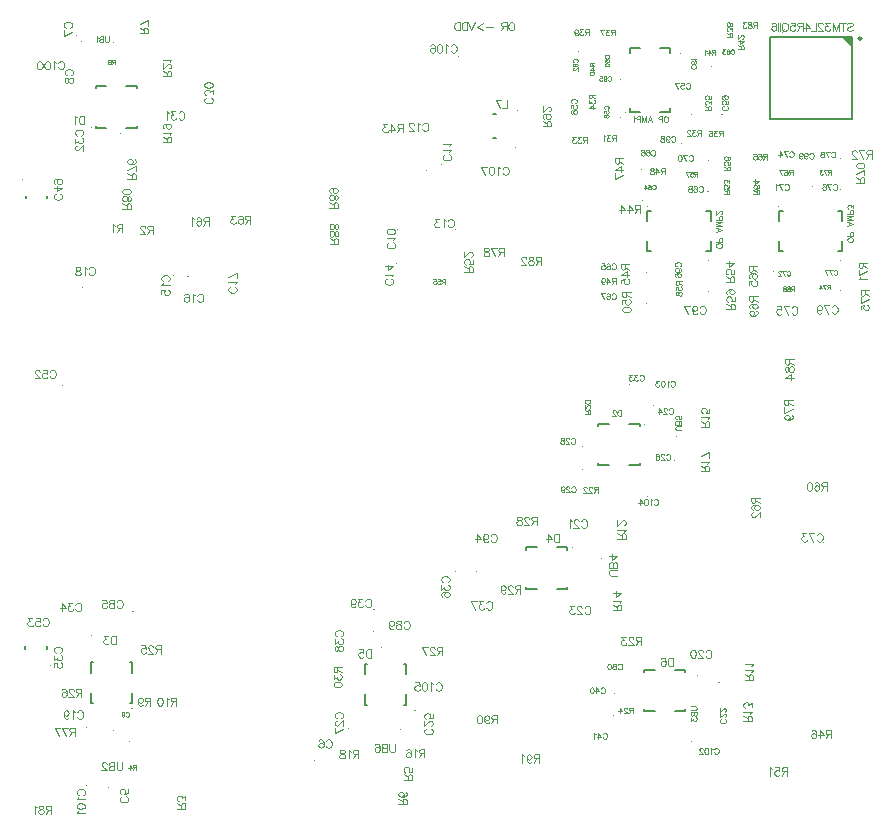
<source format=gbr>
%TF.GenerationSoftware,Altium Limited,Altium Designer,19.1.7 (138)*%
G04 Layer_Color=32896*
%FSLAX45Y45*%
%MOMM*%
%TF.FileFunction,Legend,Bot*%
%TF.Part,Single*%
G01*
G75*
%TA.AperFunction,NonConductor*%
%ADD137C,0.10000*%
%ADD138C,0.25000*%
%ADD139C,0.20000*%
%ADD140C,0.05000*%
G36*
X7017832Y8867500D02*
X7095000Y8790332D01*
Y8867500D01*
X7017832D01*
D02*
G37*
D137*
X5180473Y8228204D02*
G03*
X5180473Y8228204I-5000J0D01*
G01*
X5360564Y7430000D02*
G03*
X5360564Y7430000I-5000J0D01*
G01*
X6476588Y7433213D02*
G03*
X6476588Y7433213I-5000J0D01*
G01*
X4812851Y5207138D02*
G03*
X4812851Y5207138I-5000J0D01*
G01*
X1430063Y8264212D02*
G03*
X1430063Y8264212I-5000J0D01*
G01*
X650788Y3796638D02*
G03*
X650788Y3796638I-5000J0D01*
G01*
X3916287Y4339150D02*
G03*
X3916287Y4339150I-5000J0D01*
G01*
X3049575Y4021639D02*
G03*
X3049575Y4021639I-5000J0D01*
G01*
X5073288Y3117075D02*
G03*
X5073288Y3117075I-5000J0D01*
G01*
X578787Y6743787D02*
G03*
X578787Y6743787I-5000J0D01*
G01*
X2541287Y2741287D02*
G03*
X2541287Y2741287I-5000J0D01*
G01*
X796287Y2508713D02*
G03*
X796287Y2508713I-5000J0D01*
G01*
X6853713Y4583713D02*
G03*
X6853713Y4583713I-5000J0D01*
G01*
X1350287Y6846213D02*
G03*
X1350287Y6846213I-5000J0D01*
G01*
X3245287Y7233713D02*
G03*
X3245287Y7233713I-5000J0D01*
G01*
X4810352Y5397139D02*
G03*
X4810352Y5397139I-5000J0D01*
G01*
X1615064Y8263787D02*
G03*
X1615064Y8263787I-5000J0D01*
G01*
X650788Y3980777D02*
G03*
X650788Y3980777I-5000J0D01*
G01*
X3732148Y4338288D02*
G03*
X3732148Y4338288I-5000J0D01*
G01*
X3044575Y3831639D02*
G03*
X3044575Y3831639I-5000J0D01*
G01*
X5078288Y3307075D02*
G03*
X5078288Y3307075I-5000J0D01*
G01*
X572788Y8830861D02*
G03*
X572788Y8830861I-5000J0D01*
G01*
X611287Y2523713D02*
G03*
X611287Y2523713I-5000J0D01*
G01*
X5731787Y2901723D02*
G03*
X5731787Y2901723I-5000J0D01*
G01*
X5416712Y5748787D02*
G03*
X5416712Y5748787I-5000J0D01*
G01*
X5363787Y4976287D02*
G03*
X5363787Y4976287I-5000J0D01*
G01*
X3396287Y3165425D02*
G03*
X3396287Y3165425I-5000J0D01*
G01*
X1472510Y6838713D02*
G03*
X1472510Y6838713I-5000J0D01*
G01*
X3738713Y7235138D02*
G03*
X3738713Y7235138I-5000J0D01*
G01*
X1774861Y6811213D02*
G03*
X1774861Y6811213I-5000J0D01*
G01*
X3238787Y6947213D02*
G03*
X3238787Y6947213I-5000J0D01*
G01*
X844713Y8819713D02*
G03*
X844713Y8819713I-5000J0D01*
G01*
X974713Y2902213D02*
G03*
X974713Y2902213I-5000J0D01*
G01*
X5969713Y3402213D02*
G03*
X5969713Y3402213I-5000J0D01*
G01*
X4972213Y4449713D02*
G03*
X4972213Y4449713I-5000J0D01*
G01*
X5609713Y5482213D02*
G03*
X5609713Y5482213I-5000J0D01*
G01*
X3214713Y2922787D02*
G03*
X3214713Y2922787I-5000J0D01*
G01*
X652500Y8096650D02*
G03*
X652500Y8096650I-5000J0D01*
G01*
X5340000Y5587925D02*
G03*
X5340000Y5587925I-5000J0D01*
G01*
X1000425Y3182500D02*
G03*
X1000425Y3182500I-5000J0D01*
G01*
X4727500Y4542925D02*
G03*
X4727500Y4542925I-5000J0D01*
G01*
X3324575Y3170000D02*
G03*
X3324575Y3170000I-5000J0D01*
G01*
X5727500Y3507500D02*
G03*
X5727500Y3507500I-5000J0D01*
G01*
X2828787Y3008362D02*
G03*
X2828787Y3008362I-5000J0D01*
G01*
X4884575Y4065862D02*
G03*
X4884575Y4065862I-5000J0D01*
G01*
X4896213Y4505425D02*
G03*
X4896213Y4505425I-5000J0D01*
G01*
X4259075Y4547075D02*
G03*
X4259075Y4547075I-5000J0D01*
G01*
X843787Y2993787D02*
G03*
X843787Y2993787I-5000J0D01*
G01*
X613787Y3020862D02*
G03*
X613787Y3020862I-5000J0D01*
G01*
X308713Y3543787D02*
G03*
X308713Y3543787I-5000J0D01*
G01*
X1008713Y4003713D02*
G03*
X1008713Y4003713I-5000J0D01*
G01*
X3113787Y3698787D02*
G03*
X3113787Y3698787I-5000J0D01*
G01*
X3270425Y3003787D02*
G03*
X3270425Y3003787I-5000J0D01*
G01*
X5253713Y3491213D02*
G03*
X5253713Y3491213I-5000J0D01*
G01*
X5396287Y5537925D02*
G03*
X5396287Y5537925I-5000J0D01*
G01*
X5208787Y5924563D02*
G03*
X5208787Y5924563I-5000J0D01*
G01*
X413713Y5916213D02*
G03*
X413713Y5916213I-5000J0D01*
G01*
X903713Y8048724D02*
G03*
X903713Y8048724I-5000J0D01*
G01*
X525862Y8876287D02*
G03*
X525862Y8876287I-5000J0D01*
G01*
X719575Y8619575D02*
G03*
X719575Y8619575I-5000J0D01*
G01*
X73786Y7661213D02*
G03*
X73786Y7661213I-5000J0D01*
G01*
X3491213Y7733787D02*
G03*
X3491213Y7733787I-5000J0D01*
G01*
X3616213Y7783787D02*
G03*
X3616213Y7783787I-5000J0D01*
G01*
X3763713Y8703713D02*
G03*
X3763713Y8703713I-5000J0D01*
G01*
X4246213Y7932075D02*
G03*
X4246213Y7932075I-5000J0D01*
G01*
X4261713Y8242213D02*
G03*
X4261713Y8242213I-5000J0D01*
G01*
X5135047Y8504418D02*
G03*
X5135047Y8504418I-5000J0D01*
G01*
X5353287Y6872787D02*
G03*
X5353287Y6872787I-5000J0D01*
G01*
X5355425Y6607787D02*
G03*
X5355425Y6607787I-5000J0D01*
G01*
X5876713Y6711010D02*
G03*
X5876713Y6711010I-5000J0D01*
G01*
X5874213Y6971574D02*
G03*
X5874213Y6971574I-5000J0D01*
G01*
X5648713Y7961639D02*
G03*
X5648713Y7961639I-5000J0D01*
G01*
X5973713Y3202075D02*
G03*
X5973713Y3202075I-5000J0D01*
G01*
X5781287Y3457925D02*
G03*
X5781287Y3457925I-5000J0D01*
G01*
X6756213Y7598787D02*
G03*
X6756213Y7598787I-5000J0D01*
G01*
X4776770Y8745078D02*
G03*
X4776770Y8745078I-5000J0D01*
G01*
X5994175Y8210787D02*
G03*
X5994175Y8210787I-5000J0D01*
G01*
X6434701Y7739202D02*
G03*
X6434701Y7739202I-5000J0D01*
G01*
X6430787Y6612787D02*
G03*
X6430787Y6612787I-5000J0D01*
G01*
X4874484Y8180787D02*
G03*
X4874484Y8180787I-5000J0D01*
G01*
X5135047Y8182906D02*
G03*
X5135047Y8182906I-5000J0D01*
G01*
X5733611Y8208287D02*
G03*
X5733611Y8208287I-5000J0D01*
G01*
X6430787Y7478638D02*
G03*
X6430787Y7478638I-5000J0D01*
G01*
X6432014Y6880074D02*
G03*
X6432014Y6880074I-5000J0D01*
G01*
X5040334Y8747216D02*
G03*
X5040334Y8747216I-5000J0D01*
G01*
X5642787Y8726713D02*
G03*
X5642787Y8726713I-5000J0D01*
G01*
X5310787Y7742787D02*
G03*
X5310787Y7742787I-5000J0D01*
G01*
X6998713Y7836915D02*
G03*
X6998713Y7836915I-5000J0D01*
G01*
X5903351Y8618000D02*
G03*
X5903351Y8618000I-5000J0D01*
G01*
X5876213Y7819702D02*
G03*
X5876213Y7819702I-5000J0D01*
G01*
X6998685Y6722213D02*
G03*
X6998685Y6722213I-5000J0D01*
G01*
X6998012Y7574851D02*
G03*
X6998012Y7574851I-5000J0D01*
G01*
X5593713Y5281213D02*
G03*
X5593713Y5281213I-5000J0D01*
G01*
X5319701Y7477787D02*
G03*
X5319701Y7477787I-5000J0D01*
G01*
X5876213Y7559138D02*
G03*
X5876213Y7559138I-5000J0D01*
G01*
X6998713Y6974788D02*
G03*
X6998713Y6974788I-5000J0D01*
G01*
D138*
X7172500Y8852500D02*
G03*
X7172500Y8852500I-12500J0D01*
G01*
D139*
X6395000Y8167500D02*
X7095000D01*
X6395000Y8867500D02*
X7095000D01*
X6395000Y8167500D02*
Y8867500D01*
X7095000Y8167500D02*
Y8867500D01*
X7017832D02*
X7095000Y8790332D01*
X5215473Y8228204D02*
Y8265704D01*
Y8730704D02*
Y8768204D01*
X5555473Y8228204D02*
Y8265704D01*
Y8730704D02*
Y8768204D01*
X5215473Y8228204D02*
X5300973D01*
X5469973D02*
X5555473D01*
X5215473Y8768204D02*
X5300973D01*
X5469973D02*
X5555473D01*
X5895564Y7050000D02*
Y7135500D01*
Y7304500D02*
Y7390000D01*
X5355564Y7050000D02*
Y7135500D01*
Y7304500D02*
Y7390000D01*
X5858064Y7050000D02*
X5895564D01*
X5355564D02*
X5393064D01*
X5858064Y7390000D02*
X5895564D01*
X5355564D02*
X5393064D01*
X6471588Y7393213D02*
X6509088D01*
X6974088D02*
X7011588D01*
X6471588Y7053213D02*
X6509088D01*
X6974088D02*
X7011588D01*
X6471588Y7307713D02*
Y7393213D01*
Y7053213D02*
Y7138713D01*
X7011588Y7307713D02*
Y7393213D01*
Y7053213D02*
Y7138713D01*
X687500Y8096650D02*
Y8114150D01*
Y8429150D02*
Y8446650D01*
X1037500Y8096650D02*
Y8114150D01*
Y8429150D02*
Y8446650D01*
X687500Y8096650D02*
X778000D01*
X947000D02*
X1037500D01*
X687500Y8446650D02*
X778000D01*
X947000D02*
X1037500D01*
X4945000Y5237925D02*
X5035500D01*
X5204500D02*
X5295000D01*
X4945000Y5587925D02*
X5035500D01*
X5204500D02*
X5295000D01*
X4945000Y5237925D02*
Y5255425D01*
Y5570425D02*
Y5587925D01*
X5295000Y5237925D02*
Y5255425D01*
Y5570425D02*
Y5587925D01*
X977925Y3222500D02*
X995425D01*
X645425D02*
X662925D01*
X977925Y3572500D02*
X995425D01*
X645425D02*
X662925D01*
X995425Y3222500D02*
Y3313000D01*
Y3482000D02*
Y3572500D01*
X645425Y3222500D02*
Y3313000D01*
Y3482000D02*
Y3572500D01*
X4332500Y4192925D02*
X4423000D01*
X4592000D02*
X4682500D01*
X4332500Y4542925D02*
X4423000D01*
X4592000D02*
X4682500D01*
X4332500Y4192925D02*
Y4210425D01*
Y4525425D02*
Y4542925D01*
X4682500Y4192925D02*
Y4210425D01*
Y4525425D02*
Y4542925D01*
X3302075Y3210000D02*
X3319575D01*
X2969575D02*
X2987075D01*
X3302075Y3560000D02*
X3319575D01*
X2969575D02*
X2987075D01*
X3319575Y3210000D02*
Y3300500D01*
Y3469500D02*
Y3560000D01*
X2969575Y3210000D02*
Y3300500D01*
Y3469500D02*
Y3560000D01*
X5332500Y3157500D02*
X5423000D01*
X5592000D02*
X5682500D01*
X5332500Y3507500D02*
X5423000D01*
X5592000D02*
X5682500D01*
X5332500Y3157500D02*
Y3175000D01*
Y3490000D02*
Y3507500D01*
X5682500Y3157500D02*
Y3175000D01*
Y3490000D02*
Y3507500D01*
X272500Y3685000D02*
Y3705000D01*
X92500Y3685000D02*
Y3705000D01*
X100000Y7500000D02*
Y7520000D01*
X280000Y7500000D02*
Y7520000D01*
X4050000Y8211000D02*
X4080000D01*
X4050000Y8009000D02*
X4080000D01*
D140*
X6287500Y8989989D02*
Y8940000D01*
Y8989989D02*
X6266076D01*
X6258935Y8987609D01*
X6256554Y8985228D01*
X6254174Y8980467D01*
Y8975706D01*
X6256554Y8970945D01*
X6258935Y8968565D01*
X6266076Y8966185D01*
X6287500D01*
X6270837D02*
X6254174Y8940000D01*
X6231084Y8989989D02*
X6238225Y8987609D01*
X6240605Y8982848D01*
Y8978087D01*
X6238225Y8973326D01*
X6233464Y8970945D01*
X6223942Y8968565D01*
X6216801Y8966185D01*
X6212040Y8961424D01*
X6209660Y8956663D01*
Y8949522D01*
X6212040Y8944761D01*
X6214420Y8942380D01*
X6221562Y8940000D01*
X6231084D01*
X6238225Y8942380D01*
X6240605Y8944761D01*
X6242986Y8949522D01*
Y8956663D01*
X6240605Y8961424D01*
X6235845Y8966185D01*
X6228703Y8968565D01*
X6219181Y8970945D01*
X6214420Y8973326D01*
X6212040Y8978087D01*
Y8982848D01*
X6214420Y8987609D01*
X6221562Y8989989D01*
X6231084D01*
X6193710D02*
X6167526D01*
X6181808Y8970945D01*
X6174667D01*
X6169906Y8968565D01*
X6167526Y8966185D01*
X6165145Y8959043D01*
Y8954283D01*
X6167526Y8947141D01*
X6172287Y8942380D01*
X6179428Y8940000D01*
X6186569D01*
X6193710Y8942380D01*
X6196091Y8944761D01*
X6198471Y8949522D01*
X6079989Y8867500D02*
X6030000D01*
X6079989D02*
Y8888924D01*
X6077609Y8896065D01*
X6075228Y8898445D01*
X6070467Y8900826D01*
X6065706D01*
X6060945Y8898445D01*
X6058565Y8896065D01*
X6056185Y8888924D01*
Y8867500D01*
Y8884163D02*
X6030000Y8900826D01*
X6079989Y8916775D02*
Y8942960D01*
X6060945Y8928677D01*
Y8935819D01*
X6058565Y8940580D01*
X6056185Y8942960D01*
X6049043Y8945340D01*
X6044283D01*
X6037141Y8942960D01*
X6032380Y8938199D01*
X6030000Y8931058D01*
Y8923916D01*
X6032380Y8916775D01*
X6034761Y8914395D01*
X6039522Y8912014D01*
X6079989Y8968431D02*
X6077609Y8961289D01*
X6072848Y8958909D01*
X6068087D01*
X6063326Y8961289D01*
X6060945Y8966050D01*
X6058565Y8975572D01*
X6056185Y8982713D01*
X6051424Y8987474D01*
X6046663Y8989855D01*
X6039522D01*
X6034761Y8987474D01*
X6032380Y8985094D01*
X6030000Y8977952D01*
Y8968431D01*
X6032380Y8961289D01*
X6034761Y8958909D01*
X6039522Y8956528D01*
X6046663D01*
X6051424Y8958909D01*
X6056185Y8963670D01*
X6058565Y8970811D01*
X6060945Y8980333D01*
X6063326Y8985094D01*
X6068087Y8987474D01*
X6072848D01*
X6077609Y8985094D01*
X6079989Y8977952D01*
Y8968431D01*
X4210004Y8989985D02*
X4220002Y8986652D01*
X4226667Y8976655D01*
X4230000Y8959991D01*
Y8949994D01*
X4226667Y8933330D01*
X4220002Y8923333D01*
X4210004Y8920000D01*
X4203339D01*
X4193341Y8923333D01*
X4186676Y8933330D01*
X4183343Y8949994D01*
Y8959991D01*
X4186676Y8976655D01*
X4193341Y8986652D01*
X4203339Y8989985D01*
X4210004D01*
X4167680D02*
Y8920000D01*
Y8989985D02*
X4137686D01*
X4127688Y8986652D01*
X4124356Y8983320D01*
X4121023Y8976655D01*
Y8969989D01*
X4124356Y8963324D01*
X4127688Y8959991D01*
X4137686Y8956659D01*
X4167680D01*
X4144351D02*
X4121023Y8920000D01*
X4050371Y8949994D02*
X3990384D01*
X3969722Y8979987D02*
X3916400Y8949994D01*
X3969722Y8920000D01*
X3896404Y8989985D02*
X3869743Y8920000D01*
X3843082Y8989985D02*
X3869743Y8920000D01*
X3834084Y8989985D02*
Y8920000D01*
Y8989985D02*
X3810755D01*
X3800757Y8986652D01*
X3794092Y8979987D01*
X3790760Y8973322D01*
X3787427Y8963324D01*
Y8946661D01*
X3790760Y8936663D01*
X3794092Y8929998D01*
X3800757Y8923333D01*
X3810755Y8920000D01*
X3834084D01*
X3771764Y8989985D02*
Y8920000D01*
Y8989985D02*
X3748435D01*
X3738437Y8986652D01*
X3731772Y8979987D01*
X3728440Y8973322D01*
X3725107Y8963324D01*
Y8946661D01*
X3728440Y8936663D01*
X3731772Y8929998D01*
X3738437Y8923333D01*
X3748435Y8920000D01*
X3771764D01*
X4739531Y8651435D02*
X4735722Y8653339D01*
X4731913Y8657148D01*
X4730009Y8660957D01*
Y8668574D01*
X4731913Y8672382D01*
X4735722Y8676191D01*
X4739531Y8678096D01*
X4745243Y8680000D01*
X4754765D01*
X4760478Y8678096D01*
X4764287Y8676191D01*
X4768096Y8672382D01*
X4770000Y8668574D01*
Y8660957D01*
X4768096Y8657148D01*
X4764287Y8653339D01*
X4760478Y8651435D01*
X4735722Y8617347D02*
X4731913Y8619251D01*
X4730009Y8624964D01*
Y8628773D01*
X4731913Y8634486D01*
X4737626Y8638295D01*
X4747148Y8640199D01*
X4756670D01*
X4764287Y8638295D01*
X4768096Y8634486D01*
X4770000Y8628773D01*
Y8626868D01*
X4768096Y8621155D01*
X4764287Y8617347D01*
X4758574Y8615442D01*
X4756670D01*
X4750957Y8617347D01*
X4747148Y8621155D01*
X4745243Y8626868D01*
Y8628773D01*
X4747148Y8634486D01*
X4750957Y8638295D01*
X4756670Y8640199D01*
X4739531Y8604778D02*
X4737626D01*
X4733818Y8602874D01*
X4731913Y8600969D01*
X4730009Y8597161D01*
Y8589543D01*
X4731913Y8585734D01*
X4733818Y8583830D01*
X4737626Y8581926D01*
X4741435D01*
X4745243Y8583830D01*
X4750957Y8587639D01*
X4770000Y8606682D01*
Y8580021D01*
X6792510Y4645822D02*
X6795843Y4652487D01*
X6802508Y4659152D01*
X6809174Y4662485D01*
X6822504D01*
X6829169Y4659152D01*
X6835835Y4652487D01*
X6839167Y4645822D01*
X6842500Y4635824D01*
Y4619161D01*
X6839167Y4609163D01*
X6835835Y4602498D01*
X6829169Y4595833D01*
X6822504Y4592500D01*
X6809174D01*
X6802508Y4595833D01*
X6795843Y4602498D01*
X6792510Y4609163D01*
X6726191Y4662485D02*
X6759518Y4592500D01*
X6772848Y4662485D02*
X6726191D01*
X6703863D02*
X6667204D01*
X6687199Y4635824D01*
X6677202D01*
X6670536Y4632492D01*
X6667204Y4629159D01*
X6663871Y4619161D01*
Y4612496D01*
X6667204Y4602498D01*
X6673869Y4595833D01*
X6683867Y4592500D01*
X6693865D01*
X6703863Y4595833D01*
X6707195Y4599165D01*
X6710528Y4605831D01*
X3472500Y2834985D02*
Y2765000D01*
Y2834985D02*
X3442506D01*
X3432509Y2831652D01*
X3429176Y2828320D01*
X3425843Y2821655D01*
Y2814990D01*
X3429176Y2808324D01*
X3432509Y2804992D01*
X3442506Y2801659D01*
X3472500D01*
X3449172D02*
X3425843Y2765000D01*
X3410180Y2821655D02*
X3403515Y2824987D01*
X3393517Y2834985D01*
Y2765000D01*
X3318866Y2824987D02*
X3322199Y2831652D01*
X3332196Y2834985D01*
X3338862D01*
X3348859Y2831652D01*
X3355525Y2821655D01*
X3358857Y2804992D01*
Y2788328D01*
X3355525Y2774998D01*
X3348859Y2768333D01*
X3338862Y2765000D01*
X3335529D01*
X3325531Y2768333D01*
X3318866Y2774998D01*
X3315533Y2784996D01*
Y2788328D01*
X3318866Y2798326D01*
X3325531Y2804992D01*
X3335529Y2808324D01*
X3338862D01*
X3348859Y2804992D01*
X3355525Y2798326D01*
X3358857Y2788328D01*
X6066435Y8750470D02*
X6068339Y8754278D01*
X6072148Y8758087D01*
X6075957Y8759991D01*
X6083574D01*
X6087383Y8758087D01*
X6091191Y8754278D01*
X6093096Y8750470D01*
X6095000Y8744757D01*
Y8735235D01*
X6093096Y8729522D01*
X6091191Y8725713D01*
X6087383Y8721904D01*
X6083574Y8720000D01*
X6075957D01*
X6072148Y8721904D01*
X6068339Y8725713D01*
X6066435Y8729522D01*
X6032347Y8754278D02*
X6034251Y8758087D01*
X6039964Y8759991D01*
X6043773D01*
X6049486Y8758087D01*
X6053295Y8752374D01*
X6055199Y8742852D01*
Y8733331D01*
X6053295Y8725713D01*
X6049486Y8721904D01*
X6043773Y8720000D01*
X6041869D01*
X6036156Y8721904D01*
X6032347Y8725713D01*
X6030442Y8731426D01*
Y8733331D01*
X6032347Y8739043D01*
X6036156Y8742852D01*
X6041869Y8744757D01*
X6043773D01*
X6049486Y8742852D01*
X6053295Y8739043D01*
X6055199Y8733331D01*
X6017874Y8759991D02*
X5996926D01*
X6008352Y8744757D01*
X6002639D01*
X5998830Y8742852D01*
X5996926Y8740948D01*
X5995022Y8735235D01*
Y8731426D01*
X5996926Y8725713D01*
X6000735Y8721904D01*
X6006447Y8720000D01*
X6012161D01*
X6017874Y8721904D01*
X6019778Y8723809D01*
X6021682Y8727618D01*
X1997500Y7352485D02*
Y7282500D01*
Y7352485D02*
X1967506D01*
X1957508Y7349152D01*
X1954176Y7345820D01*
X1950843Y7339155D01*
Y7332490D01*
X1954176Y7325824D01*
X1957508Y7322492D01*
X1967506Y7319159D01*
X1997500D01*
X1974172D02*
X1950843Y7282500D01*
X1895188Y7342487D02*
X1898521Y7349152D01*
X1908519Y7352485D01*
X1915184D01*
X1925182Y7349152D01*
X1931847Y7339155D01*
X1935180Y7322492D01*
Y7305828D01*
X1931847Y7292498D01*
X1925182Y7285833D01*
X1915184Y7282500D01*
X1911851D01*
X1901853Y7285833D01*
X1895188Y7292498D01*
X1891856Y7302496D01*
Y7305828D01*
X1895188Y7315826D01*
X1901853Y7322492D01*
X1911851Y7325824D01*
X1915184D01*
X1925182Y7322492D01*
X1931847Y7315826D01*
X1935180Y7305828D01*
X1869860Y7352485D02*
X1833202D01*
X1853197Y7325824D01*
X1843199D01*
X1836534Y7322492D01*
X1833202Y7319159D01*
X1829869Y7309161D01*
Y7302496D01*
X1833202Y7292498D01*
X1839867Y7285833D01*
X1849864Y7282500D01*
X1859862D01*
X1869860Y7285833D01*
X1873193Y7289165D01*
X1876526Y7295830D01*
X4724413Y8304294D02*
X4719652Y8306674D01*
X4714891Y8311435D01*
X4712511Y8316196D01*
Y8325717D01*
X4714891Y8330478D01*
X4719652Y8335239D01*
X4724413Y8337620D01*
X4731554Y8340000D01*
X4743457D01*
X4750598Y8337620D01*
X4755359Y8335239D01*
X4760120Y8330478D01*
X4762500Y8325717D01*
Y8316196D01*
X4760120Y8311435D01*
X4755359Y8306674D01*
X4750598Y8304294D01*
X4712511Y8261684D02*
Y8285488D01*
X4733935Y8287868D01*
X4731554Y8285488D01*
X4729174Y8278347D01*
Y8271205D01*
X4731554Y8264064D01*
X4736315Y8259303D01*
X4743457Y8256923D01*
X4748217D01*
X4755359Y8259303D01*
X4760120Y8264064D01*
X4762500Y8271205D01*
Y8278347D01*
X4760120Y8285488D01*
X4757739Y8287868D01*
X4752978Y8290249D01*
X4712511Y8233832D02*
X4714891Y8240974D01*
X4719652Y8243354D01*
X4724413D01*
X4729174Y8240974D01*
X4731554Y8236213D01*
X4733935Y8226691D01*
X4736315Y8219550D01*
X4741076Y8214789D01*
X4745837Y8212409D01*
X4752978D01*
X4757739Y8214789D01*
X4760120Y8217169D01*
X4762500Y8224311D01*
Y8233832D01*
X4760120Y8240974D01*
X4757739Y8243354D01*
X4752978Y8245735D01*
X4745837D01*
X4741076Y8243354D01*
X4736315Y8238593D01*
X4733935Y8231452D01*
X4731554Y8221930D01*
X4729174Y8217169D01*
X4724413Y8214789D01*
X4719652D01*
X4714891Y8217169D01*
X4712511Y8224311D01*
Y8233832D01*
X4170000Y8332485D02*
Y8262500D01*
X4130009D01*
X4075687Y8332485D02*
X4109013Y8262500D01*
X4122344Y8332485D02*
X4075687D01*
X4135011Y7750822D02*
X4138343Y7757487D01*
X4145008Y7764152D01*
X4151674Y7767485D01*
X4165004D01*
X4171670Y7764152D01*
X4178335Y7757487D01*
X4181667Y7750822D01*
X4185000Y7740824D01*
Y7724161D01*
X4181667Y7714163D01*
X4178335Y7707498D01*
X4171670Y7700833D01*
X4165004Y7697500D01*
X4151674D01*
X4145008Y7700833D01*
X4138343Y7707498D01*
X4135011Y7714163D01*
X4115348Y7754155D02*
X4108683Y7757487D01*
X4098685Y7767485D01*
Y7697500D01*
X4044030Y7767485D02*
X4054028Y7764152D01*
X4060693Y7754155D01*
X4064026Y7737492D01*
Y7727494D01*
X4060693Y7710830D01*
X4054028Y7700833D01*
X4044030Y7697500D01*
X4037365D01*
X4027367Y7700833D01*
X4020702Y7710830D01*
X4017369Y7727494D01*
Y7737492D01*
X4020702Y7754155D01*
X4027367Y7764152D01*
X4037365Y7767485D01*
X4044030D01*
X3955049D02*
X3988375Y7697500D01*
X4001705Y7767485D02*
X3955049D01*
X3695010Y8785822D02*
X3698343Y8792487D01*
X3705008Y8799152D01*
X3711674Y8802485D01*
X3725004D01*
X3731669Y8799152D01*
X3738335Y8792487D01*
X3741667Y8785822D01*
X3745000Y8775824D01*
Y8759161D01*
X3741667Y8749163D01*
X3738335Y8742498D01*
X3731669Y8735833D01*
X3725004Y8732500D01*
X3711674D01*
X3705008Y8735833D01*
X3698343Y8742498D01*
X3695010Y8749163D01*
X3675348Y8789155D02*
X3668683Y8792487D01*
X3658685Y8802485D01*
Y8732500D01*
X3604030Y8802485D02*
X3614028Y8799152D01*
X3620693Y8789155D01*
X3624026Y8772491D01*
Y8762494D01*
X3620693Y8745830D01*
X3614028Y8735833D01*
X3604030Y8732500D01*
X3597364D01*
X3587367Y8735833D01*
X3580701Y8745830D01*
X3577369Y8762494D01*
Y8772491D01*
X3580701Y8789155D01*
X3587367Y8799152D01*
X3597364Y8802485D01*
X3604030D01*
X3521714Y8792487D02*
X3525047Y8799152D01*
X3535044Y8802485D01*
X3541710D01*
X3551707Y8799152D01*
X3558373Y8789155D01*
X3561705Y8772491D01*
Y8755828D01*
X3558373Y8742498D01*
X3551707Y8735833D01*
X3541710Y8732500D01*
X3538377D01*
X3528379Y8735833D01*
X3521714Y8742498D01*
X3518381Y8752496D01*
Y8755828D01*
X3521714Y8765826D01*
X3528379Y8772491D01*
X3538377Y8775824D01*
X3541710D01*
X3551707Y8772491D01*
X3558373Y8765826D01*
X3561705Y8755828D01*
X3567511Y3383322D02*
X3570843Y3389987D01*
X3577508Y3396652D01*
X3584174Y3399985D01*
X3597504D01*
X3604170Y3396652D01*
X3610835Y3389987D01*
X3614167Y3383322D01*
X3617500Y3373324D01*
Y3356661D01*
X3614167Y3346663D01*
X3610835Y3339998D01*
X3604170Y3333333D01*
X3597504Y3330000D01*
X3584174D01*
X3577508Y3333333D01*
X3570843Y3339998D01*
X3567511Y3346663D01*
X3547848Y3386655D02*
X3541183Y3389987D01*
X3531185Y3399985D01*
Y3330000D01*
X3476530Y3399985D02*
X3486528Y3396652D01*
X3493193Y3386655D01*
X3496526Y3369991D01*
Y3359994D01*
X3493193Y3343330D01*
X3486528Y3333333D01*
X3476530Y3330000D01*
X3469865D01*
X3459867Y3333333D01*
X3453202Y3343330D01*
X3449869Y3359994D01*
Y3369991D01*
X3453202Y3386655D01*
X3459867Y3396652D01*
X3469865Y3399985D01*
X3476530D01*
X3394214D02*
X3427540D01*
X3430873Y3369991D01*
X3427540Y3373324D01*
X3417542Y3376657D01*
X3407544D01*
X3397547Y3373324D01*
X3390881Y3366659D01*
X3387549Y3356661D01*
Y3349996D01*
X3390881Y3339998D01*
X3397547Y3333333D01*
X3407544Y3330000D01*
X3417542D01*
X3427540Y3333333D01*
X3430873Y3336665D01*
X3434205Y3343330D01*
X5414293Y4940587D02*
X5416674Y4945348D01*
X5421435Y4950109D01*
X5426196Y4952489D01*
X5435717D01*
X5440478Y4950109D01*
X5445239Y4945348D01*
X5447620Y4940587D01*
X5450000Y4933446D01*
Y4921543D01*
X5447620Y4914402D01*
X5445239Y4909641D01*
X5440478Y4904880D01*
X5435717Y4902500D01*
X5426196D01*
X5421435Y4904880D01*
X5416674Y4909641D01*
X5414293Y4914402D01*
X5400249Y4942968D02*
X5395488Y4945348D01*
X5388347Y4952489D01*
Y4902500D01*
X5349307Y4952489D02*
X5356449Y4950109D01*
X5361209Y4942968D01*
X5363590Y4931065D01*
Y4923924D01*
X5361209Y4912022D01*
X5356449Y4904880D01*
X5349307Y4902500D01*
X5344547D01*
X5337405Y4904880D01*
X5332644Y4912022D01*
X5330264Y4923924D01*
Y4931065D01*
X5332644Y4942968D01*
X5337405Y4950109D01*
X5344547Y4952489D01*
X5349307D01*
X5295271D02*
X5319076Y4919163D01*
X5283369D01*
X5295271Y4952489D02*
Y4902500D01*
X5556794Y5943087D02*
X5559174Y5947848D01*
X5563935Y5952609D01*
X5568696Y5954989D01*
X5578217D01*
X5582978Y5952609D01*
X5587739Y5947848D01*
X5590120Y5943087D01*
X5592500Y5935945D01*
Y5924043D01*
X5590120Y5916902D01*
X5587739Y5912141D01*
X5582978Y5907380D01*
X5578217Y5905000D01*
X5568696D01*
X5563935Y5907380D01*
X5559174Y5912141D01*
X5556794Y5916902D01*
X5542749Y5945467D02*
X5537988Y5947848D01*
X5530847Y5954989D01*
Y5905000D01*
X5491807Y5954989D02*
X5498949Y5952609D01*
X5503710Y5945467D01*
X5506090Y5933565D01*
Y5926424D01*
X5503710Y5914522D01*
X5498949Y5907380D01*
X5491807Y5905000D01*
X5487047D01*
X5479905Y5907380D01*
X5475144Y5914522D01*
X5472764Y5926424D01*
Y5933565D01*
X5475144Y5945467D01*
X5479905Y5952609D01*
X5487047Y5954989D01*
X5491807D01*
X5456815D02*
X5430630D01*
X5444913Y5935945D01*
X5437771D01*
X5433010Y5933565D01*
X5430630Y5931185D01*
X5428250Y5924043D01*
Y5919283D01*
X5430630Y5912141D01*
X5435391Y5907380D01*
X5442532Y5905000D01*
X5449674D01*
X5456815Y5907380D01*
X5459195Y5909761D01*
X5461576Y5914522D01*
X5926793Y2833087D02*
X5929174Y2837848D01*
X5933935Y2842609D01*
X5938696Y2844989D01*
X5948217D01*
X5952978Y2842609D01*
X5957739Y2837848D01*
X5960119Y2833087D01*
X5962500Y2825946D01*
Y2814043D01*
X5960119Y2806902D01*
X5957739Y2802141D01*
X5952978Y2797380D01*
X5948217Y2795000D01*
X5938696D01*
X5933935Y2797380D01*
X5929174Y2802141D01*
X5926793Y2806902D01*
X5912749Y2835468D02*
X5907988Y2837848D01*
X5900846Y2844989D01*
Y2795000D01*
X5861807Y2844989D02*
X5868949Y2842609D01*
X5873709Y2835468D01*
X5876090Y2823565D01*
Y2816424D01*
X5873709Y2804522D01*
X5868949Y2797380D01*
X5861807Y2795000D01*
X5857046D01*
X5849905Y2797380D01*
X5845144Y2804522D01*
X5842764Y2816424D01*
Y2823565D01*
X5845144Y2835468D01*
X5849905Y2842609D01*
X5857046Y2844989D01*
X5861807D01*
X5829195Y2833087D02*
Y2835468D01*
X5826815Y2840228D01*
X5824434Y2842609D01*
X5819673Y2844989D01*
X5810152D01*
X5805391Y2842609D01*
X5803010Y2840228D01*
X5800630Y2835468D01*
Y2830707D01*
X5803010Y2825946D01*
X5807771Y2818804D01*
X5831576Y2795000D01*
X5798250D01*
X544178Y2447510D02*
X537513Y2450843D01*
X530848Y2457508D01*
X527515Y2464174D01*
Y2477504D01*
X530848Y2484170D01*
X537513Y2490835D01*
X544178Y2494167D01*
X554176Y2497500D01*
X570839D01*
X580837Y2494167D01*
X587502Y2490835D01*
X594167Y2484170D01*
X597500Y2477504D01*
Y2464174D01*
X594167Y2457508D01*
X587502Y2450843D01*
X580837Y2447510D01*
X540845Y2427848D02*
X537513Y2421183D01*
X527515Y2411185D01*
X597500D01*
X527515Y2356530D02*
X530848Y2366528D01*
X540845Y2373193D01*
X557508Y2376526D01*
X567506D01*
X584170Y2373193D01*
X594167Y2366528D01*
X597500Y2356530D01*
Y2349864D01*
X594167Y2339867D01*
X584170Y2333202D01*
X567506Y2329869D01*
X557508D01*
X540845Y2333202D01*
X530848Y2339867D01*
X527515Y2349864D01*
Y2356530D01*
X540845Y2314205D02*
X537513Y2307540D01*
X527515Y2297542D01*
X597500D01*
X372511Y8643322D02*
X375843Y8649987D01*
X382509Y8656652D01*
X389174Y8659985D01*
X402504D01*
X409170Y8656652D01*
X415835Y8649987D01*
X419167Y8643322D01*
X422500Y8633324D01*
Y8616661D01*
X419167Y8606663D01*
X415835Y8599998D01*
X409170Y8593333D01*
X402504Y8590000D01*
X389174D01*
X382509Y8593333D01*
X375843Y8599998D01*
X372511Y8606663D01*
X352848Y8646655D02*
X346183Y8649987D01*
X336185Y8659985D01*
Y8590000D01*
X281530Y8659985D02*
X291528Y8656652D01*
X298193Y8646655D01*
X301526Y8629992D01*
Y8619994D01*
X298193Y8603331D01*
X291528Y8593333D01*
X281530Y8590000D01*
X274865D01*
X264867Y8593333D01*
X258202Y8603331D01*
X254869Y8619994D01*
Y8629992D01*
X258202Y8646655D01*
X264867Y8656652D01*
X274865Y8659985D01*
X281530D01*
X219210D02*
X229208Y8656652D01*
X235873Y8646655D01*
X239206Y8629992D01*
Y8619994D01*
X235873Y8603331D01*
X229208Y8593333D01*
X219210Y8590000D01*
X212544D01*
X202547Y8593333D01*
X195881Y8603331D01*
X192549Y8619994D01*
Y8629992D01*
X195881Y8646655D01*
X202547Y8656652D01*
X212544Y8659985D01*
X219210D01*
X4542485Y8107500D02*
X4472500D01*
X4542485D02*
Y8137494D01*
X4539152Y8147491D01*
X4535820Y8150824D01*
X4529155Y8154157D01*
X4522490D01*
X4515824Y8150824D01*
X4512492Y8147491D01*
X4509159Y8137494D01*
Y8107500D01*
Y8130828D02*
X4472500Y8154157D01*
X4519157Y8213144D02*
X4509159Y8209812D01*
X4502494Y8203146D01*
X4499161Y8193148D01*
Y8189816D01*
X4502494Y8179818D01*
X4509159Y8173153D01*
X4519157Y8169820D01*
X4522490D01*
X4532487Y8173153D01*
X4539152Y8179818D01*
X4542485Y8189816D01*
Y8193148D01*
X4539152Y8203146D01*
X4532487Y8209812D01*
X4519157Y8213144D01*
X4502494D01*
X4485831Y8209812D01*
X4475833Y8203146D01*
X4472500Y8193148D01*
Y8186483D01*
X4475833Y8176485D01*
X4482498Y8173153D01*
X4525822Y8235473D02*
X4529155D01*
X4535820Y8238805D01*
X4539152Y8242138D01*
X4542485Y8248803D01*
Y8262134D01*
X4539152Y8268799D01*
X4535820Y8272132D01*
X4529155Y8275464D01*
X4522490D01*
X4515824Y8272132D01*
X4505826Y8265467D01*
X4472500Y8232140D01*
Y8278797D01*
X6938935Y6880470D02*
X6940839Y6884278D01*
X6944648Y6888087D01*
X6948457Y6889991D01*
X6956074D01*
X6959882Y6888087D01*
X6963691Y6884278D01*
X6965596Y6880470D01*
X6967500Y6874757D01*
Y6865235D01*
X6965596Y6859522D01*
X6963691Y6855713D01*
X6959882Y6851904D01*
X6956074Y6850000D01*
X6948457D01*
X6944648Y6851904D01*
X6940839Y6855713D01*
X6938935Y6859522D01*
X6901038Y6889991D02*
X6920081Y6850000D01*
X6927699Y6889991D02*
X6901038D01*
X6865427D02*
X6884470Y6850000D01*
X6892088Y6889991D02*
X6865427D01*
X1327485Y8532500D02*
X1257500D01*
X1327485D02*
Y8562494D01*
X1324152Y8572492D01*
X1320820Y8575824D01*
X1314155Y8579157D01*
X1307489D01*
X1300824Y8575824D01*
X1297491Y8572492D01*
X1294159Y8562494D01*
Y8532500D01*
Y8555828D02*
X1257500Y8579157D01*
X1310822Y8598153D02*
X1314155D01*
X1320820Y8601485D01*
X1324152Y8604818D01*
X1327485Y8611483D01*
Y8624814D01*
X1324152Y8631479D01*
X1320820Y8634812D01*
X1314155Y8638144D01*
X1307489D01*
X1300824Y8634812D01*
X1290826Y8628147D01*
X1257500Y8594820D01*
Y8641477D01*
X1314155Y8657140D02*
X1317487Y8663806D01*
X1327485Y8673804D01*
X1257500D01*
X3222500Y2879985D02*
Y2829996D01*
X3219167Y2819998D01*
X3212502Y2813333D01*
X3202504Y2810000D01*
X3195839D01*
X3185841Y2813333D01*
X3179176Y2819998D01*
X3175843Y2829996D01*
Y2879985D01*
X3156514D02*
Y2810000D01*
Y2879985D02*
X3126521D01*
X3116523Y2876652D01*
X3113190Y2873320D01*
X3109857Y2866655D01*
Y2859989D01*
X3113190Y2853324D01*
X3116523Y2849992D01*
X3126521Y2846659D01*
X3156514D02*
X3126521D01*
X3116523Y2843326D01*
X3113190Y2839994D01*
X3109857Y2833328D01*
Y2823330D01*
X3113190Y2816665D01*
X3116523Y2813333D01*
X3126521Y2810000D01*
X3156514D01*
X3054202Y2869987D02*
X3057535Y2876652D01*
X3067533Y2879985D01*
X3074198D01*
X3084196Y2876652D01*
X3090861Y2866655D01*
X3094194Y2849992D01*
Y2833328D01*
X3090861Y2819998D01*
X3084196Y2813333D01*
X3074198Y2810000D01*
X3070866D01*
X3060868Y2813333D01*
X3054202Y2819998D01*
X3050870Y2829996D01*
Y2833328D01*
X3054202Y2843326D01*
X3060868Y2849992D01*
X3070866Y2853324D01*
X3074198D01*
X3084196Y2849992D01*
X3090861Y2843326D01*
X3094194Y2833328D01*
X5647489Y5535000D02*
X5611783D01*
X5604641Y5537381D01*
X5599881Y5542141D01*
X5597500Y5549283D01*
Y5554044D01*
X5599881Y5561185D01*
X5604641Y5565946D01*
X5611783Y5568326D01*
X5647489D01*
Y5582133D02*
X5597500D01*
X5647489D02*
Y5603557D01*
X5645109Y5610698D01*
X5642728Y5613078D01*
X5637968Y5615459D01*
X5633207D01*
X5628446Y5613078D01*
X5626065Y5610698D01*
X5623685Y5603557D01*
Y5582133D02*
Y5603557D01*
X5621304Y5610698D01*
X5618924Y5613078D01*
X5614163Y5615459D01*
X5607022D01*
X5602261Y5613078D01*
X5599881Y5610698D01*
X5597500Y5603557D01*
Y5582133D01*
X5647489Y5655212D02*
Y5631408D01*
X5626065Y5629028D01*
X5628446Y5631408D01*
X5630826Y5638549D01*
Y5645691D01*
X5628446Y5652832D01*
X5623685Y5657593D01*
X5616544Y5659973D01*
X5611783D01*
X5604641Y5657593D01*
X5599881Y5652832D01*
X5597500Y5645691D01*
Y5638549D01*
X5599881Y5631408D01*
X5602261Y5629028D01*
X5607022Y5626647D01*
X5104985Y4305000D02*
X5054996D01*
X5044998Y4308333D01*
X5038333Y4314998D01*
X5035000Y4324996D01*
Y4331661D01*
X5038333Y4341659D01*
X5044998Y4348324D01*
X5054996Y4351657D01*
X5104985D01*
Y4370986D02*
X5035000D01*
X5104985D02*
Y4400980D01*
X5101652Y4410977D01*
X5098320Y4414310D01*
X5091655Y4417643D01*
X5084990D01*
X5078324Y4414310D01*
X5074992Y4410977D01*
X5071659Y4400980D01*
Y4370986D02*
Y4400980D01*
X5068326Y4410977D01*
X5064994Y4414310D01*
X5058328Y4417643D01*
X5048331D01*
X5041665Y4414310D01*
X5038333Y4410977D01*
X5035000Y4400980D01*
Y4370986D01*
X5104985Y4466632D02*
X5058328Y4433306D01*
Y4483296D01*
X5104985Y4466632D02*
X5035000D01*
X5727511Y3198361D02*
X5763217D01*
X5770359Y3195981D01*
X5775120Y3191220D01*
X5777500Y3184079D01*
Y3179318D01*
X5775120Y3172177D01*
X5770359Y3167416D01*
X5763217Y3165035D01*
X5727511D01*
Y3151229D02*
X5777500D01*
X5727511D02*
Y3129805D01*
X5729891Y3122663D01*
X5732272Y3120283D01*
X5737032Y3117903D01*
X5741793D01*
X5746554Y3120283D01*
X5748935Y3122663D01*
X5751315Y3129805D01*
Y3151229D02*
Y3129805D01*
X5753696Y3122663D01*
X5756076Y3120283D01*
X5760837Y3117903D01*
X5767978D01*
X5772739Y3120283D01*
X5775120Y3122663D01*
X5777500Y3129805D01*
Y3151229D01*
X5727511Y3101953D02*
Y3075769D01*
X5746554Y3090051D01*
Y3082910D01*
X5748935Y3078149D01*
X5751315Y3075769D01*
X5758457Y3073388D01*
X5763217D01*
X5770359Y3075769D01*
X5775120Y3080530D01*
X5777500Y3087671D01*
Y3094812D01*
X5775120Y3101953D01*
X5772739Y3104334D01*
X5767978Y3106714D01*
X912500Y2724985D02*
Y2674996D01*
X909167Y2664998D01*
X902502Y2658333D01*
X892504Y2655000D01*
X885839D01*
X875841Y2658333D01*
X869176Y2664998D01*
X865843Y2674996D01*
Y2724985D01*
X846514D02*
Y2655000D01*
Y2724985D02*
X816521D01*
X806523Y2721652D01*
X803190Y2718320D01*
X799857Y2711655D01*
Y2704990D01*
X803190Y2698324D01*
X806523Y2694992D01*
X816521Y2691659D01*
X846514D02*
X816521D01*
X806523Y2688326D01*
X803190Y2684994D01*
X799857Y2678328D01*
Y2668330D01*
X803190Y2661665D01*
X806523Y2658333D01*
X816521Y2655000D01*
X846514D01*
X780861Y2708322D02*
Y2711655D01*
X777529Y2718320D01*
X774196Y2721652D01*
X767531Y2724985D01*
X754200D01*
X747535Y2721652D01*
X744202Y2718320D01*
X740870Y2711655D01*
Y2704990D01*
X744202Y2698324D01*
X750868Y2688326D01*
X784194Y2655000D01*
X737537D01*
X800000Y8869989D02*
Y8834283D01*
X797619Y8827141D01*
X792859Y8822380D01*
X785717Y8820000D01*
X780957D01*
X773815Y8822380D01*
X769054Y8827141D01*
X766674Y8834283D01*
Y8869989D01*
X752867D02*
Y8820000D01*
Y8869989D02*
X731443D01*
X724302Y8867609D01*
X721922Y8865228D01*
X719541Y8860467D01*
Y8855706D01*
X721922Y8850945D01*
X724302Y8848565D01*
X731443Y8846185D01*
X752867D02*
X731443D01*
X724302Y8843804D01*
X721922Y8841424D01*
X719541Y8836663D01*
Y8829522D01*
X721922Y8824761D01*
X724302Y8822380D01*
X731443Y8820000D01*
X752867D01*
X708353Y8860467D02*
X703592Y8862848D01*
X696451Y8869989D01*
Y8820000D01*
X4442500Y2789985D02*
Y2720000D01*
Y2789985D02*
X4412506D01*
X4402508Y2786652D01*
X4399176Y2783320D01*
X4395843Y2776655D01*
Y2769989D01*
X4399176Y2763324D01*
X4402508Y2759991D01*
X4412506Y2756659D01*
X4442500D01*
X4419172D02*
X4395843Y2720000D01*
X4336856Y2766657D02*
X4340188Y2756659D01*
X4346853Y2749993D01*
X4356851Y2746661D01*
X4360184D01*
X4370182Y2749993D01*
X4376847Y2756659D01*
X4380180Y2766657D01*
Y2769989D01*
X4376847Y2779987D01*
X4370182Y2786652D01*
X4360184Y2789985D01*
X4356851D01*
X4346853Y2786652D01*
X4340188Y2779987D01*
X4336856Y2766657D01*
Y2749993D01*
X4340188Y2733330D01*
X4346853Y2723333D01*
X4356851Y2720000D01*
X4363517D01*
X4373514Y2723333D01*
X4376847Y2729998D01*
X4317860Y2776655D02*
X4311194Y2779987D01*
X4301196Y2789985D01*
Y2720000D01*
X4085000Y3122485D02*
Y3052500D01*
Y3122485D02*
X4055006D01*
X4045008Y3119153D01*
X4041676Y3115820D01*
X4038343Y3109155D01*
Y3102490D01*
X4041676Y3095824D01*
X4045008Y3092492D01*
X4055006Y3089159D01*
X4085000D01*
X4061672D02*
X4038343Y3052500D01*
X3979356Y3099157D02*
X3982688Y3089159D01*
X3989353Y3082494D01*
X3999351Y3079161D01*
X4002684D01*
X4012682Y3082494D01*
X4019347Y3089159D01*
X4022680Y3099157D01*
Y3102490D01*
X4019347Y3112487D01*
X4012682Y3119153D01*
X4002684Y3122485D01*
X3999351D01*
X3989353Y3119153D01*
X3982688Y3112487D01*
X3979356Y3099157D01*
Y3082494D01*
X3982688Y3065831D01*
X3989353Y3055833D01*
X3999351Y3052500D01*
X4006017D01*
X4016015Y3055833D01*
X4019347Y3062498D01*
X3940364Y3122485D02*
X3950362Y3119153D01*
X3957027Y3109155D01*
X3960360Y3092492D01*
Y3082494D01*
X3957027Y3065831D01*
X3950362Y3055833D01*
X3940364Y3052500D01*
X3933699D01*
X3923701Y3055833D01*
X3917036Y3065831D01*
X3913703Y3082494D01*
Y3092492D01*
X3917036Y3109155D01*
X3923701Y3119153D01*
X3933699Y3122485D01*
X3940364D01*
X2737485Y7420000D02*
X2667500D01*
X2737485D02*
Y7449993D01*
X2734153Y7459991D01*
X2730820Y7463324D01*
X2724155Y7466657D01*
X2717490D01*
X2710824Y7463324D01*
X2707492Y7459991D01*
X2704159Y7449993D01*
Y7420000D01*
Y7443328D02*
X2667500Y7466657D01*
X2737485Y7498983D02*
X2734153Y7488985D01*
X2727487Y7485653D01*
X2720822D01*
X2714157Y7488985D01*
X2710824Y7495650D01*
X2707492Y7508981D01*
X2704159Y7518979D01*
X2697494Y7525644D01*
X2690829Y7528977D01*
X2680831D01*
X2674165Y7525644D01*
X2670833Y7522312D01*
X2667500Y7512314D01*
Y7498983D01*
X2670833Y7488985D01*
X2674165Y7485653D01*
X2680831Y7482320D01*
X2690829D01*
X2697494Y7485653D01*
X2704159Y7492318D01*
X2707492Y7502316D01*
X2710824Y7515646D01*
X2714157Y7522312D01*
X2720822Y7525644D01*
X2727487D01*
X2734153Y7522312D01*
X2737485Y7512314D01*
Y7498983D01*
X2714157Y7587964D02*
X2704159Y7584632D01*
X2697494Y7577967D01*
X2694161Y7567969D01*
Y7564636D01*
X2697494Y7554638D01*
X2704159Y7547973D01*
X2714157Y7544640D01*
X2717490D01*
X2727487Y7547973D01*
X2734153Y7554638D01*
X2737485Y7564636D01*
Y7567969D01*
X2734153Y7577967D01*
X2727487Y7584632D01*
X2714157Y7587964D01*
X2697494D01*
X2680831Y7584632D01*
X2670833Y7577967D01*
X2667500Y7567969D01*
Y7561303D01*
X2670833Y7551305D01*
X2677498Y7547973D01*
X2739985Y7112500D02*
X2670000D01*
X2739985D02*
Y7142494D01*
X2736652Y7152492D01*
X2733320Y7155824D01*
X2726655Y7159157D01*
X2719989D01*
X2713324Y7155824D01*
X2709992Y7152492D01*
X2706659Y7142494D01*
Y7112500D01*
Y7135829D02*
X2670000Y7159157D01*
X2739985Y7191483D02*
X2736652Y7181486D01*
X2729987Y7178153D01*
X2723322D01*
X2716657Y7181486D01*
X2713324Y7188151D01*
X2709992Y7201481D01*
X2706659Y7211479D01*
X2699994Y7218144D01*
X2693328Y7221477D01*
X2683330D01*
X2676665Y7218144D01*
X2673333Y7214812D01*
X2670000Y7204814D01*
Y7191483D01*
X2673333Y7181486D01*
X2676665Y7178153D01*
X2683330Y7174820D01*
X2693328D01*
X2699994Y7178153D01*
X2706659Y7184818D01*
X2709992Y7194816D01*
X2713324Y7208147D01*
X2716657Y7214812D01*
X2723322Y7218144D01*
X2729987D01*
X2736652Y7214812D01*
X2739985Y7204814D01*
Y7191483D01*
Y7253804D02*
X2736652Y7243806D01*
X2729987Y7240473D01*
X2723322D01*
X2716657Y7243806D01*
X2713324Y7250471D01*
X2709992Y7263802D01*
X2706659Y7273799D01*
X2699994Y7280464D01*
X2693328Y7283797D01*
X2683330D01*
X2676665Y7280464D01*
X2673333Y7277132D01*
X2670000Y7267134D01*
Y7253804D01*
X2673333Y7243806D01*
X2676665Y7240473D01*
X2683330Y7237140D01*
X2693328D01*
X2699994Y7240473D01*
X2706659Y7247138D01*
X2709992Y7257136D01*
X2713324Y7270467D01*
X2716657Y7277132D01*
X2723322Y7280464D01*
X2729987D01*
X2736652Y7277132D01*
X2739985Y7267134D01*
Y7253804D01*
X6527515Y6137500D02*
X6597500D01*
X6527515D02*
Y6107506D01*
X6530847Y6097509D01*
X6534180Y6094176D01*
X6540845Y6090843D01*
X6547510D01*
X6554176Y6094176D01*
X6557508Y6097509D01*
X6560841Y6107506D01*
Y6137500D01*
Y6114172D02*
X6597500Y6090843D01*
X6527515Y6058517D02*
X6530847Y6068515D01*
X6537513Y6071847D01*
X6544178D01*
X6550843Y6068515D01*
X6554176Y6061849D01*
X6557508Y6048519D01*
X6560841Y6038521D01*
X6567506Y6031856D01*
X6574172Y6028523D01*
X6584169D01*
X6590835Y6031856D01*
X6594167Y6035188D01*
X6597500Y6045186D01*
Y6058517D01*
X6594167Y6068515D01*
X6590835Y6071847D01*
X6584169Y6075180D01*
X6574172D01*
X6567506Y6071847D01*
X6560841Y6065182D01*
X6557508Y6055184D01*
X6554176Y6041854D01*
X6550843Y6035188D01*
X6544178Y6031856D01*
X6537513D01*
X6530847Y6035188D01*
X6527515Y6045186D01*
Y6058517D01*
Y5979533D02*
X6574172Y6012860D01*
Y5962870D01*
X6527515Y5979533D02*
X6597500D01*
X4460000Y7004985D02*
Y6935000D01*
Y7004985D02*
X4430006D01*
X4420008Y7001652D01*
X4416676Y6998320D01*
X4413343Y6991655D01*
Y6984990D01*
X4416676Y6978324D01*
X4420008Y6974992D01*
X4430006Y6971659D01*
X4460000D01*
X4436672D02*
X4413343Y6935000D01*
X4381017Y7004985D02*
X4391015Y7001652D01*
X4394347Y6994987D01*
Y6988322D01*
X4391015Y6981657D01*
X4384349Y6978324D01*
X4371019Y6974992D01*
X4361021Y6971659D01*
X4354356Y6964994D01*
X4351023Y6958328D01*
Y6948331D01*
X4354356Y6941665D01*
X4357688Y6938333D01*
X4367686Y6935000D01*
X4381017D01*
X4391015Y6938333D01*
X4394347Y6941665D01*
X4397680Y6948331D01*
Y6958328D01*
X4394347Y6964994D01*
X4387682Y6971659D01*
X4377684Y6974992D01*
X4364353Y6978324D01*
X4357688Y6981657D01*
X4354356Y6988322D01*
Y6994987D01*
X4357688Y7001652D01*
X4367686Y7004985D01*
X4381017D01*
X4332027Y6988322D02*
Y6991655D01*
X4328694Y6998320D01*
X4325362Y7001652D01*
X4318696Y7004985D01*
X4305366D01*
X4298701Y7001652D01*
X4295368Y6998320D01*
X4292036Y6991655D01*
Y6984990D01*
X4295368Y6978324D01*
X4302033Y6968326D01*
X4335360Y6935000D01*
X4288703D01*
X312500Y2357485D02*
Y2287500D01*
Y2357485D02*
X282506D01*
X272508Y2354153D01*
X269176Y2350820D01*
X265843Y2344155D01*
Y2337490D01*
X269176Y2330824D01*
X272508Y2327492D01*
X282506Y2324159D01*
X312500D01*
X289172D02*
X265843Y2287500D01*
X233517Y2357485D02*
X243515Y2354153D01*
X246847Y2347487D01*
Y2340822D01*
X243515Y2334157D01*
X236849Y2330824D01*
X223519Y2327492D01*
X213521Y2324159D01*
X206856Y2317494D01*
X203523Y2310828D01*
Y2300831D01*
X206856Y2294165D01*
X210188Y2290833D01*
X220186Y2287500D01*
X233517D01*
X243515Y2290833D01*
X246847Y2294165D01*
X250180Y2300831D01*
Y2310828D01*
X246847Y2317494D01*
X240182Y2324159D01*
X230184Y2327492D01*
X216854Y2330824D01*
X210188Y2334157D01*
X206856Y2340822D01*
Y2347487D01*
X210188Y2354153D01*
X220186Y2357485D01*
X233517D01*
X187860Y2344155D02*
X181194Y2347487D01*
X171197Y2357485D01*
Y2287500D01*
X984985Y7410000D02*
X915000D01*
X984985D02*
Y7439994D01*
X981652Y7449991D01*
X978320Y7453324D01*
X971655Y7456657D01*
X964989D01*
X958324Y7453324D01*
X954991Y7449991D01*
X951659Y7439994D01*
Y7410000D01*
Y7433328D02*
X915000Y7456657D01*
X984985Y7488983D02*
X981652Y7478985D01*
X974987Y7475653D01*
X968322D01*
X961657Y7478985D01*
X958324Y7485651D01*
X954991Y7498981D01*
X951659Y7508979D01*
X944994Y7515644D01*
X938328Y7518977D01*
X928330D01*
X921665Y7515644D01*
X918333Y7512312D01*
X915000Y7502314D01*
Y7488983D01*
X918333Y7478985D01*
X921665Y7475653D01*
X928330Y7472320D01*
X938328D01*
X944994Y7475653D01*
X951659Y7482318D01*
X954991Y7492316D01*
X958324Y7505646D01*
X961657Y7512312D01*
X968322Y7515644D01*
X974987D01*
X981652Y7512312D01*
X984985Y7502314D01*
Y7488983D01*
Y7554636D02*
X981652Y7544638D01*
X971655Y7537973D01*
X954991Y7534640D01*
X944994D01*
X928330Y7537973D01*
X918333Y7544638D01*
X915000Y7554636D01*
Y7561301D01*
X918333Y7571299D01*
X928330Y7577964D01*
X944994Y7581297D01*
X954991D01*
X971655Y7577964D01*
X981652Y7571299D01*
X984985Y7561301D01*
Y7554636D01*
X6520015Y5792500D02*
X6590000D01*
X6520015D02*
Y5762506D01*
X6523348Y5752508D01*
X6526680Y5749176D01*
X6533345Y5745843D01*
X6540011D01*
X6546676Y5749176D01*
X6550008Y5752508D01*
X6553341Y5762506D01*
Y5792500D01*
Y5769172D02*
X6590000Y5745843D01*
X6520015Y5683523D02*
X6590000Y5716849D01*
X6520015Y5730180D02*
Y5683523D01*
X6543343Y5624536D02*
X6553341Y5627868D01*
X6560006Y5634533D01*
X6563339Y5644531D01*
Y5647864D01*
X6560006Y5657862D01*
X6553341Y5664527D01*
X6543343Y5667860D01*
X6540011D01*
X6530013Y5664527D01*
X6523348Y5657862D01*
X6520015Y5647864D01*
Y5644531D01*
X6523348Y5634533D01*
X6530013Y5627868D01*
X6543343Y5624536D01*
X6560006D01*
X6576670Y5627868D01*
X6586667Y5634533D01*
X6590000Y5644531D01*
Y5651196D01*
X6586667Y5661194D01*
X6580002Y5664527D01*
X4145000Y7077485D02*
Y7007500D01*
Y7077485D02*
X4115007D01*
X4105009Y7074152D01*
X4101676Y7070820D01*
X4098343Y7064155D01*
Y7057490D01*
X4101676Y7050824D01*
X4105009Y7047492D01*
X4115007Y7044159D01*
X4145000D01*
X4121672D02*
X4098343Y7007500D01*
X4036023Y7077485D02*
X4069349Y7007500D01*
X4082680Y7077485D02*
X4036023D01*
X4003697D02*
X4013695Y7074152D01*
X4017027Y7067487D01*
Y7060822D01*
X4013695Y7054157D01*
X4007029Y7050824D01*
X3993699Y7047492D01*
X3983701Y7044159D01*
X3977036Y7037494D01*
X3973703Y7030828D01*
Y7020831D01*
X3977036Y7014165D01*
X3980368Y7010833D01*
X3990366Y7007500D01*
X4003697D01*
X4013695Y7010833D01*
X4017027Y7014165D01*
X4020360Y7020831D01*
Y7030828D01*
X4017027Y7037494D01*
X4010362Y7044159D01*
X4000364Y7047492D01*
X3987033Y7050824D01*
X3980368Y7054157D01*
X3977036Y7060822D01*
Y7067487D01*
X3980368Y7074152D01*
X3990366Y7077485D01*
X4003697D01*
X512500Y3014985D02*
Y2945000D01*
Y3014985D02*
X482507D01*
X472509Y3011652D01*
X469176Y3008320D01*
X465843Y3001655D01*
Y2994989D01*
X469176Y2988324D01*
X472509Y2984991D01*
X482507Y2981659D01*
X512500D01*
X489172D02*
X465843Y2945000D01*
X403523Y3014985D02*
X436850Y2945000D01*
X450180Y3014985D02*
X403523D01*
X341203D02*
X374529Y2945000D01*
X387860Y3014985D02*
X341203D01*
X1027485Y7665000D02*
X957500D01*
X1027485D02*
Y7694993D01*
X1024152Y7704991D01*
X1020820Y7708324D01*
X1014155Y7711657D01*
X1007489D01*
X1000824Y7708324D01*
X997492Y7704991D01*
X994159Y7694993D01*
Y7665000D01*
Y7688328D02*
X957500Y7711657D01*
X1027485Y7773977D02*
X957500Y7740651D01*
X1027485Y7727320D02*
Y7773977D01*
X1017487Y7829632D02*
X1024152Y7826299D01*
X1027485Y7816301D01*
Y7809636D01*
X1024152Y7799638D01*
X1014155Y7792973D01*
X997492Y7789640D01*
X980828D01*
X967498Y7792973D01*
X960833Y7799638D01*
X957500Y7809636D01*
Y7812969D01*
X960833Y7822967D01*
X967498Y7829632D01*
X977496Y7832964D01*
X980828D01*
X990826Y7829632D01*
X997492Y7822967D01*
X1000824Y7812969D01*
Y7809636D01*
X997492Y7799638D01*
X990826Y7792973D01*
X980828Y7789640D01*
X7165015Y6722500D02*
X7235000D01*
X7165015D02*
Y6692506D01*
X7168348Y6682508D01*
X7171680Y6679176D01*
X7178345Y6675843D01*
X7185011D01*
X7191676Y6679176D01*
X7195008Y6682508D01*
X7198341Y6692506D01*
Y6722500D01*
Y6699172D02*
X7235000Y6675843D01*
X7165015Y6613523D02*
X7235000Y6646849D01*
X7165015Y6660180D02*
Y6613523D01*
Y6557868D02*
Y6591194D01*
X7195008Y6594527D01*
X7191676Y6591194D01*
X7188343Y6581196D01*
Y6571198D01*
X7191676Y6561201D01*
X7198341Y6554536D01*
X7208339Y6551203D01*
X7215004D01*
X7225002Y6554536D01*
X7231667Y6561201D01*
X7235000Y6571198D01*
Y6581196D01*
X7231667Y6591194D01*
X7228335Y6594527D01*
X7221670Y6597860D01*
X6910000Y6767491D02*
Y6727500D01*
Y6767491D02*
X6892861D01*
X6887148Y6765587D01*
X6885243Y6763682D01*
X6883339Y6759874D01*
Y6756065D01*
X6885243Y6752256D01*
X6887148Y6750352D01*
X6892861Y6748448D01*
X6910000D01*
X6896669D02*
X6883339Y6727500D01*
X6847728Y6767491D02*
X6866771Y6727500D01*
X6874389Y6767491D02*
X6847728D01*
X6819734D02*
X6838777Y6740830D01*
X6810212D01*
X6819734Y6767491D02*
Y6727500D01*
X6915000Y7739991D02*
Y7700000D01*
Y7739991D02*
X6897861D01*
X6892148Y7738087D01*
X6890243Y7736183D01*
X6888339Y7732374D01*
Y7728565D01*
X6890243Y7724757D01*
X6892148Y7722852D01*
X6897861Y7720948D01*
X6915000D01*
X6901669D02*
X6888339Y7700000D01*
X6852728Y7739991D02*
X6871771Y7700000D01*
X6879389Y7739991D02*
X6852728D01*
X6839969D02*
X6819021D01*
X6830447Y7724757D01*
X6824734D01*
X6820925Y7722852D01*
X6819021Y7720948D01*
X6817116Y7715235D01*
Y7711426D01*
X6819021Y7705713D01*
X6822829Y7701904D01*
X6828542Y7700000D01*
X6834256D01*
X6839969Y7701904D01*
X6841873Y7703809D01*
X6843777Y7707618D01*
X7260000Y7904985D02*
Y7835000D01*
Y7904985D02*
X7230006D01*
X7220008Y7901652D01*
X7216676Y7898320D01*
X7213343Y7891655D01*
Y7884990D01*
X7216676Y7878324D01*
X7220008Y7874992D01*
X7230006Y7871659D01*
X7260000D01*
X7236672D02*
X7213343Y7835000D01*
X7151023Y7904985D02*
X7184349Y7835000D01*
X7197680Y7904985D02*
X7151023D01*
X7132027Y7888322D02*
Y7891655D01*
X7128694Y7898320D01*
X7125362Y7901652D01*
X7118696Y7904985D01*
X7105366D01*
X7098701Y7901652D01*
X7095368Y7898320D01*
X7092036Y7891655D01*
Y7884990D01*
X7095368Y7878324D01*
X7102033Y7868326D01*
X7135360Y7835000D01*
X7088703D01*
X7150015Y6955000D02*
X7220000D01*
X7150015D02*
Y6925006D01*
X7153348Y6915009D01*
X7156680Y6911676D01*
X7163345Y6908343D01*
X7170011D01*
X7176676Y6911676D01*
X7180008Y6915009D01*
X7183341Y6925006D01*
Y6955000D01*
Y6931672D02*
X7220000Y6908343D01*
X7150015Y6846023D02*
X7220000Y6879349D01*
X7150015Y6892680D02*
Y6846023D01*
X7163345Y6830360D02*
X7160013Y6823695D01*
X7150015Y6813697D01*
X7220000D01*
X7197485Y7630000D02*
X7127500D01*
X7197485D02*
Y7659994D01*
X7194152Y7669992D01*
X7190820Y7673324D01*
X7184155Y7676657D01*
X7177490D01*
X7170824Y7673324D01*
X7167492Y7669992D01*
X7164159Y7659994D01*
Y7630000D01*
Y7653328D02*
X7127500Y7676657D01*
X7197485Y7738977D02*
X7127500Y7705651D01*
X7197485Y7692320D02*
Y7738977D01*
Y7774636D02*
X7194152Y7764638D01*
X7184155Y7757973D01*
X7167492Y7754640D01*
X7157494D01*
X7140831Y7757973D01*
X7130833Y7764638D01*
X7127500Y7774636D01*
Y7781301D01*
X7130833Y7791299D01*
X7140831Y7797964D01*
X7157494Y7801297D01*
X7167492D01*
X7184155Y7797964D01*
X7194152Y7791299D01*
X7197485Y7781301D01*
Y7774636D01*
X6222515Y6670000D02*
X6292500D01*
X6222515D02*
Y6640007D01*
X6225848Y6630009D01*
X6229180Y6626676D01*
X6235845Y6623343D01*
X6242511D01*
X6249176Y6626676D01*
X6252508Y6630009D01*
X6255841Y6640007D01*
Y6670000D01*
Y6646672D02*
X6292500Y6623343D01*
X6232513Y6567688D02*
X6225848Y6571021D01*
X6222515Y6581019D01*
Y6587684D01*
X6225848Y6597682D01*
X6235845Y6604347D01*
X6252508Y6607680D01*
X6269172D01*
X6282502Y6604347D01*
X6289167Y6597682D01*
X6292500Y6587684D01*
Y6584352D01*
X6289167Y6574354D01*
X6282502Y6567688D01*
X6272504Y6564356D01*
X6269172D01*
X6259174Y6567688D01*
X6252508Y6574354D01*
X6249176Y6584352D01*
Y6587684D01*
X6252508Y6597682D01*
X6259174Y6604347D01*
X6269172Y6607680D01*
X6245843Y6505702D02*
X6255841Y6509034D01*
X6262506Y6515699D01*
X6265839Y6525697D01*
Y6529030D01*
X6262506Y6539028D01*
X6255841Y6545693D01*
X6245843Y6549026D01*
X6242511D01*
X6232513Y6545693D01*
X6225848Y6539028D01*
X6222515Y6529030D01*
Y6525697D01*
X6225848Y6515699D01*
X6232513Y6509034D01*
X6245843Y6505702D01*
X6262506D01*
X6279170Y6509034D01*
X6289167Y6515699D01*
X6292500Y6525697D01*
Y6532363D01*
X6289167Y6542361D01*
X6282502Y6545693D01*
X6602500Y6752491D02*
Y6712500D01*
Y6752491D02*
X6585361D01*
X6579648Y6750587D01*
X6577743Y6748682D01*
X6575839Y6744874D01*
Y6741065D01*
X6577743Y6737257D01*
X6579648Y6735352D01*
X6585361Y6733448D01*
X6602500D01*
X6589169D02*
X6575839Y6712500D01*
X6544036Y6746778D02*
X6545941Y6750587D01*
X6551654Y6752491D01*
X6555462D01*
X6561176Y6750587D01*
X6564984Y6744874D01*
X6566889Y6735352D01*
Y6725830D01*
X6564984Y6718213D01*
X6561176Y6714404D01*
X6555462Y6712500D01*
X6553558D01*
X6547845Y6714404D01*
X6544036Y6718213D01*
X6542132Y6723926D01*
Y6725830D01*
X6544036Y6731543D01*
X6547845Y6735352D01*
X6553558Y6737257D01*
X6555462D01*
X6561176Y6735352D01*
X6564984Y6731543D01*
X6566889Y6725830D01*
X6523850Y6752491D02*
X6529563Y6750587D01*
X6531468Y6746778D01*
Y6742969D01*
X6529563Y6739161D01*
X6525755Y6737257D01*
X6518137Y6735352D01*
X6512424Y6733448D01*
X6508615Y6729639D01*
X6506711Y6725830D01*
Y6720117D01*
X6508615Y6716309D01*
X6510520Y6714404D01*
X6516233Y6712500D01*
X6523850D01*
X6529563Y6714404D01*
X6531468Y6716309D01*
X6533372Y6720117D01*
Y6725830D01*
X6531468Y6729639D01*
X6527659Y6733448D01*
X6521946Y6735352D01*
X6514329Y6737257D01*
X6510520Y6739161D01*
X6508615Y6742969D01*
Y6746778D01*
X6510520Y6750587D01*
X6516233Y6752491D01*
X6523850D01*
X6592500Y7742489D02*
Y7692500D01*
Y7742489D02*
X6571076D01*
X6563935Y7740109D01*
X6561554Y7737728D01*
X6559174Y7732968D01*
Y7728207D01*
X6561554Y7723446D01*
X6563935Y7721065D01*
X6571076Y7718685D01*
X6592500D01*
X6575837D02*
X6559174Y7692500D01*
X6519420Y7735348D02*
X6521801Y7740109D01*
X6528942Y7742489D01*
X6533703D01*
X6540844Y7740109D01*
X6545605Y7732968D01*
X6547986Y7721065D01*
Y7709163D01*
X6545605Y7699641D01*
X6540844Y7694880D01*
X6533703Y7692500D01*
X6531322D01*
X6524181Y7694880D01*
X6519420Y7699641D01*
X6517040Y7706783D01*
Y7709163D01*
X6519420Y7716304D01*
X6524181Y7721065D01*
X6531322Y7723446D01*
X6533703D01*
X6540844Y7721065D01*
X6545605Y7716304D01*
X6547986Y7709163D01*
X6472764Y7742489D02*
X6496568Y7692500D01*
X6506090Y7742489D02*
X6472764D01*
X6372500Y7877489D02*
Y7827500D01*
Y7877489D02*
X6351076D01*
X6343935Y7875109D01*
X6341554Y7872728D01*
X6339174Y7867968D01*
Y7863207D01*
X6341554Y7858446D01*
X6343935Y7856065D01*
X6351076Y7853685D01*
X6372500D01*
X6355837D02*
X6339174Y7827500D01*
X6299420Y7870348D02*
X6301801Y7875109D01*
X6308942Y7877489D01*
X6313703D01*
X6320845Y7875109D01*
X6325605Y7867968D01*
X6327986Y7856065D01*
Y7844163D01*
X6325605Y7834641D01*
X6320845Y7829880D01*
X6313703Y7827500D01*
X6311323D01*
X6304181Y7829880D01*
X6299420Y7834641D01*
X6297040Y7841783D01*
Y7844163D01*
X6299420Y7851304D01*
X6304181Y7856065D01*
X6311323Y7858446D01*
X6313703D01*
X6320845Y7856065D01*
X6325605Y7851304D01*
X6327986Y7844163D01*
X6257525Y7870348D02*
X6259905Y7875109D01*
X6267047Y7877489D01*
X6271807D01*
X6278949Y7875109D01*
X6283710Y7867968D01*
X6286090Y7856065D01*
Y7844163D01*
X6283710Y7834641D01*
X6278949Y7829880D01*
X6271807Y7827500D01*
X6269427D01*
X6262286Y7829880D01*
X6257525Y7834641D01*
X6255144Y7841783D01*
Y7844163D01*
X6257525Y7851304D01*
X6262286Y7856065D01*
X6269427Y7858446D01*
X6271807D01*
X6278949Y7856065D01*
X6283710Y7851304D01*
X6286090Y7844163D01*
X6217515Y6925000D02*
X6287500D01*
X6217515D02*
Y6895007D01*
X6220848Y6885009D01*
X6224180Y6881676D01*
X6230845Y6878343D01*
X6237511D01*
X6244176Y6881676D01*
X6247508Y6885009D01*
X6250841Y6895007D01*
Y6925000D01*
Y6901672D02*
X6287500Y6878343D01*
X6227513Y6822688D02*
X6220848Y6826021D01*
X6217515Y6836019D01*
Y6842684D01*
X6220848Y6852682D01*
X6230845Y6859347D01*
X6247508Y6862680D01*
X6264172D01*
X6277502Y6859347D01*
X6284167Y6852682D01*
X6287500Y6842684D01*
Y6839352D01*
X6284167Y6829354D01*
X6277502Y6822688D01*
X6267504Y6819356D01*
X6264172D01*
X6254174Y6822688D01*
X6247508Y6829354D01*
X6244176Y6839352D01*
Y6842684D01*
X6247508Y6852682D01*
X6254174Y6859347D01*
X6264172Y6862680D01*
X6217515Y6764034D02*
Y6797361D01*
X6247508Y6800693D01*
X6244176Y6797361D01*
X6240843Y6787363D01*
Y6777365D01*
X6244176Y6767367D01*
X6250841Y6760702D01*
X6260839Y6757369D01*
X6267504D01*
X6277502Y6760702D01*
X6284167Y6767367D01*
X6287500Y6777365D01*
Y6787363D01*
X6284167Y6797361D01*
X6280835Y6800693D01*
X6274170Y6804026D01*
X6307489Y7537500D02*
X6257500D01*
X6307489D02*
Y7558924D01*
X6305109Y7566065D01*
X6302728Y7568446D01*
X6297968Y7570826D01*
X6293207D01*
X6288446Y7568446D01*
X6286065Y7566065D01*
X6283685Y7558924D01*
Y7537500D01*
Y7554163D02*
X6257500Y7570826D01*
X6300348Y7610580D02*
X6305109Y7608199D01*
X6307489Y7601058D01*
Y7596297D01*
X6305109Y7589156D01*
X6297968Y7584395D01*
X6286065Y7582014D01*
X6274163D01*
X6264641Y7584395D01*
X6259881Y7589156D01*
X6257500Y7596297D01*
Y7598677D01*
X6259881Y7605819D01*
X6264641Y7610580D01*
X6271783Y7612960D01*
X6274163D01*
X6281304Y7610580D01*
X6286065Y7605819D01*
X6288446Y7598677D01*
Y7596297D01*
X6286065Y7589156D01*
X6281304Y7584395D01*
X6274163Y7582014D01*
X6307489Y7647714D02*
X6274163Y7623910D01*
Y7659617D01*
X6307489Y7647714D02*
X6257500D01*
X6240015Y4965000D02*
X6310000D01*
X6240015D02*
Y4935006D01*
X6243348Y4925008D01*
X6246680Y4921676D01*
X6253345Y4918343D01*
X6260011D01*
X6266676Y4921676D01*
X6270009Y4925008D01*
X6273341Y4935006D01*
Y4965000D01*
Y4941672D02*
X6310000Y4918343D01*
X6250013Y4862688D02*
X6243348Y4866021D01*
X6240015Y4876019D01*
Y4882684D01*
X6243348Y4892682D01*
X6253345Y4899347D01*
X6270009Y4902680D01*
X6286672D01*
X6300002Y4899347D01*
X6306667Y4892682D01*
X6310000Y4882684D01*
Y4879351D01*
X6306667Y4869353D01*
X6300002Y4862688D01*
X6290004Y4859356D01*
X6286672D01*
X6276674Y4862688D01*
X6270009Y4869353D01*
X6266676Y4879351D01*
Y4882684D01*
X6270009Y4892682D01*
X6276674Y4899347D01*
X6286672Y4902680D01*
X6256678Y4840693D02*
X6253345D01*
X6246680Y4837360D01*
X6243348Y4834028D01*
X6240015Y4827362D01*
Y4814032D01*
X6243348Y4807367D01*
X6246680Y4804034D01*
X6253345Y4800702D01*
X6260011D01*
X6266676Y4804034D01*
X6276674Y4810699D01*
X6310000Y4844026D01*
Y4797369D01*
X1645000Y7337485D02*
Y7267500D01*
Y7337485D02*
X1615006D01*
X1605008Y7334152D01*
X1601676Y7330820D01*
X1598343Y7324155D01*
Y7317490D01*
X1601676Y7310824D01*
X1605008Y7307492D01*
X1615006Y7304159D01*
X1645000D01*
X1621672D02*
X1598343Y7267500D01*
X1542688Y7327487D02*
X1546021Y7334152D01*
X1556019Y7337485D01*
X1562684D01*
X1572682Y7334152D01*
X1579347Y7324155D01*
X1582680Y7307492D01*
Y7290828D01*
X1579347Y7277498D01*
X1572682Y7270833D01*
X1562684Y7267500D01*
X1559351D01*
X1549354Y7270833D01*
X1542688Y7277498D01*
X1539356Y7287496D01*
Y7290828D01*
X1542688Y7300826D01*
X1549354Y7307492D01*
X1559351Y7310824D01*
X1562684D01*
X1572682Y7307492D01*
X1579347Y7300826D01*
X1582680Y7290828D01*
X1524026Y7324155D02*
X1517360Y7327487D01*
X1507362Y7337485D01*
Y7267500D01*
X6877500Y5094985D02*
Y5025000D01*
Y5094985D02*
X6847506D01*
X6837509Y5091653D01*
X6834176Y5088320D01*
X6830843Y5081655D01*
Y5074990D01*
X6834176Y5068324D01*
X6837509Y5064992D01*
X6847506Y5061659D01*
X6877500D01*
X6854172D02*
X6830843Y5025000D01*
X6775188Y5084987D02*
X6778521Y5091653D01*
X6788519Y5094985D01*
X6795184D01*
X6805182Y5091653D01*
X6811847Y5081655D01*
X6815180Y5064992D01*
Y5048328D01*
X6811847Y5034998D01*
X6805182Y5028333D01*
X6795184Y5025000D01*
X6791852D01*
X6781854Y5028333D01*
X6775188Y5034998D01*
X6771856Y5044996D01*
Y5048328D01*
X6775188Y5058326D01*
X6781854Y5064992D01*
X6791852Y5068324D01*
X6795184D01*
X6805182Y5064992D01*
X6811847Y5058326D01*
X6815180Y5048328D01*
X6736530Y5094985D02*
X6746528Y5091653D01*
X6753193Y5081655D01*
X6756526Y5064992D01*
Y5054994D01*
X6753193Y5038331D01*
X6746528Y5028333D01*
X6736530Y5025000D01*
X6729865D01*
X6719867Y5028333D01*
X6713202Y5038331D01*
X6709869Y5054994D01*
Y5064992D01*
X6713202Y5081655D01*
X6719867Y5091653D01*
X6729865Y5094985D01*
X6736530D01*
X6097485Y6560000D02*
X6027500D01*
X6097485D02*
Y6589994D01*
X6094152Y6599992D01*
X6090820Y6603324D01*
X6084155Y6606657D01*
X6077489D01*
X6070824Y6603324D01*
X6067492Y6599992D01*
X6064159Y6589994D01*
Y6560000D01*
Y6583328D02*
X6027500Y6606657D01*
X6097485Y6662312D02*
Y6628985D01*
X6067492Y6625653D01*
X6070824Y6628985D01*
X6074157Y6638983D01*
Y6648981D01*
X6070824Y6658979D01*
X6064159Y6665644D01*
X6054161Y6668977D01*
X6047496D01*
X6037498Y6665644D01*
X6030833Y6658979D01*
X6027500Y6648981D01*
Y6638983D01*
X6030833Y6628985D01*
X6034165Y6625653D01*
X6040830Y6622320D01*
X6074157Y6727964D02*
X6064159Y6724632D01*
X6057494Y6717967D01*
X6054161Y6707969D01*
Y6704636D01*
X6057494Y6694638D01*
X6064159Y6687973D01*
X6074157Y6684640D01*
X6077489D01*
X6087487Y6687973D01*
X6094152Y6694638D01*
X6097485Y6704636D01*
Y6707969D01*
X6094152Y6717967D01*
X6087487Y6724632D01*
X6074157Y6727964D01*
X6057494D01*
X6040830Y6724632D01*
X6030833Y6717967D01*
X6027500Y6707969D01*
Y6701304D01*
X6030833Y6691306D01*
X6037498Y6687973D01*
X5600011Y6797500D02*
X5650000D01*
X5600011D02*
Y6776076D01*
X5602391Y6768935D01*
X5604772Y6766554D01*
X5609532Y6764174D01*
X5614293D01*
X5619054Y6766554D01*
X5621435Y6768935D01*
X5623815Y6776076D01*
Y6797500D01*
Y6780837D02*
X5650000Y6764174D01*
X5600011Y6724420D02*
Y6748225D01*
X5621435Y6750605D01*
X5619054Y6748225D01*
X5616674Y6741084D01*
Y6733942D01*
X5619054Y6726801D01*
X5623815Y6722040D01*
X5630956Y6719660D01*
X5635717D01*
X5642859Y6722040D01*
X5647619Y6726801D01*
X5650000Y6733942D01*
Y6741084D01*
X5647619Y6748225D01*
X5645239Y6750605D01*
X5640478Y6752986D01*
X5600011Y6696569D02*
X5602391Y6703710D01*
X5607152Y6706091D01*
X5611913D01*
X5616674Y6703710D01*
X5619054Y6698950D01*
X5621435Y6689428D01*
X5623815Y6682287D01*
X5628576Y6677526D01*
X5633337Y6675145D01*
X5640478D01*
X5645239Y6677526D01*
X5647619Y6679906D01*
X5650000Y6687048D01*
Y6696569D01*
X5647619Y6703710D01*
X5645239Y6706091D01*
X5640478Y6708471D01*
X5633337D01*
X5628576Y6706091D01*
X5623815Y6701330D01*
X5621435Y6694189D01*
X5619054Y6684667D01*
X5616674Y6679906D01*
X5611913Y6677526D01*
X5607152D01*
X5602391Y6679906D01*
X5600011Y6687048D01*
Y6696569D01*
X5782500Y7722491D02*
Y7682500D01*
Y7722491D02*
X5765361D01*
X5759648Y7720587D01*
X5757743Y7718683D01*
X5755839Y7714874D01*
Y7711065D01*
X5757743Y7707257D01*
X5759648Y7705352D01*
X5765361Y7703448D01*
X5782500D01*
X5769170D02*
X5755839Y7682500D01*
X5724037Y7722491D02*
X5743080D01*
X5744984Y7705352D01*
X5743080Y7707257D01*
X5737367Y7709161D01*
X5731654D01*
X5725941Y7707257D01*
X5722132Y7703448D01*
X5720228Y7697735D01*
Y7693926D01*
X5722132Y7688213D01*
X5725941Y7684404D01*
X5731654Y7682500D01*
X5737367D01*
X5743080Y7684404D01*
X5744984Y7686309D01*
X5746889Y7690117D01*
X5684617Y7722491D02*
X5703660Y7682500D01*
X5711277Y7722491D02*
X5684617D01*
X6059989Y7735000D02*
X6010000D01*
X6059989D02*
Y7756424D01*
X6057609Y7763565D01*
X6055228Y7765946D01*
X6050467Y7768326D01*
X6045706D01*
X6040945Y7765946D01*
X6038565Y7763565D01*
X6036185Y7756424D01*
Y7735000D01*
Y7751663D02*
X6010000Y7768326D01*
X6059989Y7808080D02*
Y7784275D01*
X6038565Y7781895D01*
X6040945Y7784275D01*
X6043326Y7791416D01*
Y7798558D01*
X6040945Y7805699D01*
X6036185Y7810460D01*
X6029043Y7812840D01*
X6024283D01*
X6017141Y7810460D01*
X6012380Y7805699D01*
X6010000Y7798558D01*
Y7791416D01*
X6012380Y7784275D01*
X6014761Y7781895D01*
X6019522Y7779514D01*
X6052848Y7852594D02*
X6057609Y7850213D01*
X6059989Y7843072D01*
Y7838311D01*
X6057609Y7831170D01*
X6050467Y7826409D01*
X6038565Y7824029D01*
X6026663D01*
X6017141Y7826409D01*
X6012380Y7831170D01*
X6010000Y7838311D01*
Y7840692D01*
X6012380Y7847833D01*
X6017141Y7852594D01*
X6024283Y7854974D01*
X6026663D01*
X6033804Y7852594D01*
X6038565Y7847833D01*
X6040945Y7840692D01*
Y7838311D01*
X6038565Y7831170D01*
X6033804Y7826409D01*
X6026663Y7824029D01*
X3642500Y6812491D02*
Y6772500D01*
Y6812491D02*
X3625361D01*
X3619648Y6810587D01*
X3617743Y6808683D01*
X3615839Y6804874D01*
Y6801065D01*
X3617743Y6797257D01*
X3619648Y6795352D01*
X3625361Y6793448D01*
X3642500D01*
X3629170D02*
X3615839Y6772500D01*
X3584037Y6812491D02*
X3603080D01*
X3604984Y6795352D01*
X3603080Y6797257D01*
X3597367Y6799161D01*
X3591654D01*
X3585941Y6797257D01*
X3582132Y6793448D01*
X3580228Y6787735D01*
Y6783926D01*
X3582132Y6778213D01*
X3585941Y6774404D01*
X3591654Y6772500D01*
X3597367D01*
X3603080Y6774404D01*
X3604984Y6776309D01*
X3606889Y6780118D01*
X3548425Y6812491D02*
X3567469D01*
X3569373Y6795352D01*
X3567469Y6797257D01*
X3561756Y6799161D01*
X3556042D01*
X3550329Y6797257D01*
X3546521Y6793448D01*
X3544616Y6787735D01*
Y6783926D01*
X3546521Y6778213D01*
X3550329Y6774404D01*
X3556042Y6772500D01*
X3561756D01*
X3567469Y6774404D01*
X3569373Y6776309D01*
X3571277Y6780118D01*
X6094985Y6792500D02*
X6025000D01*
X6094985D02*
Y6822494D01*
X6091652Y6832492D01*
X6088320Y6835824D01*
X6081655Y6839157D01*
X6074989D01*
X6068324Y6835824D01*
X6064991Y6832492D01*
X6061659Y6822494D01*
Y6792500D01*
Y6815828D02*
X6025000Y6839157D01*
X6094985Y6894812D02*
Y6861485D01*
X6064991Y6858153D01*
X6068324Y6861485D01*
X6071657Y6871483D01*
Y6881481D01*
X6068324Y6891479D01*
X6061659Y6898144D01*
X6051661Y6901477D01*
X6044996D01*
X6034998Y6898144D01*
X6028333Y6891479D01*
X6025000Y6881481D01*
Y6871483D01*
X6028333Y6861485D01*
X6031665Y6858153D01*
X6038330Y6854820D01*
X6094985Y6950467D02*
X6048328Y6917140D01*
Y6967130D01*
X6094985Y6950467D02*
X6025000D01*
X6054989Y7535000D02*
X6005000D01*
X6054989D02*
Y7556424D01*
X6052609Y7563565D01*
X6050228Y7565945D01*
X6045467Y7568326D01*
X6040706D01*
X6035946Y7565945D01*
X6033565Y7563565D01*
X6031185Y7556424D01*
Y7535000D01*
Y7551663D02*
X6005000Y7568326D01*
X6054989Y7608080D02*
Y7584275D01*
X6033565Y7581895D01*
X6035946Y7584275D01*
X6038326Y7591416D01*
Y7598558D01*
X6035946Y7605699D01*
X6031185Y7610460D01*
X6024043Y7612840D01*
X6019283D01*
X6012141Y7610460D01*
X6007380Y7605699D01*
X6005000Y7598558D01*
Y7591416D01*
X6007380Y7584275D01*
X6009761Y7581895D01*
X6014522Y7579514D01*
X6054989Y7628789D02*
Y7654974D01*
X6035946Y7640692D01*
Y7647833D01*
X6033565Y7652594D01*
X6031185Y7654974D01*
X6024043Y7657355D01*
X6019283D01*
X6012141Y7654974D01*
X6007380Y7650213D01*
X6005000Y7643072D01*
Y7635931D01*
X6007380Y7628789D01*
X6009761Y7626409D01*
X6014522Y7624028D01*
X3879985Y6876250D02*
X3810000D01*
X3879985D02*
Y6906244D01*
X3876652Y6916242D01*
X3873320Y6919574D01*
X3866655Y6922907D01*
X3859989D01*
X3853324Y6919574D01*
X3849992Y6916242D01*
X3846659Y6906244D01*
Y6876250D01*
Y6899579D02*
X3810000Y6922907D01*
X3879985Y6978562D02*
Y6945236D01*
X3849992Y6941903D01*
X3853324Y6945236D01*
X3856657Y6955233D01*
Y6965231D01*
X3853324Y6975229D01*
X3846659Y6981894D01*
X3836661Y6985227D01*
X3829996D01*
X3819998Y6981894D01*
X3813333Y6975229D01*
X3810000Y6965231D01*
Y6955233D01*
X3813333Y6945236D01*
X3816665Y6941903D01*
X3823330Y6938570D01*
X3863322Y7004223D02*
X3866655D01*
X3873320Y7007556D01*
X3876652Y7010888D01*
X3879985Y7017554D01*
Y7030884D01*
X3876652Y7037549D01*
X3873320Y7040882D01*
X3866655Y7044215D01*
X3859989D01*
X3853324Y7040882D01*
X3843326Y7034217D01*
X3810000Y7000890D01*
Y7047547D01*
X6542500Y2679985D02*
Y2610000D01*
Y2679985D02*
X6512506D01*
X6502508Y2676653D01*
X6499176Y2673320D01*
X6495843Y2666655D01*
Y2659990D01*
X6499176Y2653324D01*
X6502508Y2649992D01*
X6512506Y2646659D01*
X6542500D01*
X6519172D02*
X6495843Y2610000D01*
X6440188Y2679985D02*
X6473515D01*
X6476847Y2649992D01*
X6473515Y2653324D01*
X6463517Y2656657D01*
X6453519D01*
X6443521Y2653324D01*
X6436856Y2646659D01*
X6433523Y2636661D01*
Y2629996D01*
X6436856Y2619998D01*
X6443521Y2613333D01*
X6453519Y2610000D01*
X6463517D01*
X6473515Y2613333D01*
X6476847Y2616665D01*
X6480180Y2623331D01*
X6417860Y2666655D02*
X6411194Y2669987D01*
X6401196Y2679985D01*
Y2610000D01*
X5147515Y6707500D02*
X5217500D01*
X5147515D02*
Y6677506D01*
X5150848Y6667508D01*
X5154180Y6664176D01*
X5160845Y6660843D01*
X5167511D01*
X5174176Y6664176D01*
X5177509Y6667508D01*
X5180841Y6677506D01*
Y6707500D01*
Y6684172D02*
X5217500Y6660843D01*
X5147515Y6605188D02*
Y6638515D01*
X5177509Y6641847D01*
X5174176Y6638515D01*
X5170843Y6628517D01*
Y6618519D01*
X5174176Y6608521D01*
X5180841Y6601856D01*
X5190839Y6598523D01*
X5197504D01*
X5207502Y6601856D01*
X5214167Y6608521D01*
X5217500Y6618519D01*
Y6628517D01*
X5214167Y6638515D01*
X5210835Y6641847D01*
X5204170Y6645180D01*
X5147515Y6562864D02*
X5150848Y6572862D01*
X5160845Y6579527D01*
X5177509Y6582860D01*
X5187507D01*
X5204170Y6579527D01*
X5214167Y6572862D01*
X5217500Y6562864D01*
Y6556198D01*
X5214167Y6546201D01*
X5204170Y6539536D01*
X5187507Y6536203D01*
X5177509D01*
X5160845Y6539536D01*
X5150848Y6546201D01*
X5147515Y6556198D01*
Y6562864D01*
X5090000Y6822489D02*
Y6772500D01*
Y6822489D02*
X5068576D01*
X5061435Y6820109D01*
X5059054Y6817728D01*
X5056674Y6812968D01*
Y6808207D01*
X5059054Y6803446D01*
X5061435Y6801065D01*
X5068576Y6798685D01*
X5090000D01*
X5073337D02*
X5056674Y6772500D01*
X5021681Y6822489D02*
X5045486Y6789163D01*
X5009779D01*
X5021681Y6822489D02*
Y6772500D01*
X4970026Y6805826D02*
X4972406Y6798685D01*
X4977167Y6793924D01*
X4984308Y6791543D01*
X4986689D01*
X4993830Y6793924D01*
X4998591Y6798685D01*
X5000971Y6805826D01*
Y6808207D01*
X4998591Y6815348D01*
X4993830Y6820109D01*
X4986689Y6822489D01*
X4984308D01*
X4977167Y6820109D01*
X4972406Y6815348D01*
X4970026Y6805826D01*
Y6793924D01*
X4972406Y6782022D01*
X4977167Y6774881D01*
X4984308Y6772500D01*
X4989069D01*
X4996210Y6774881D01*
X4998591Y6779641D01*
X5505000Y7752489D02*
Y7702500D01*
Y7752489D02*
X5483576D01*
X5476435Y7750109D01*
X5474054Y7747728D01*
X5471674Y7742967D01*
Y7738207D01*
X5474054Y7733446D01*
X5476435Y7731065D01*
X5483576Y7728685D01*
X5505000D01*
X5488337D02*
X5471674Y7702500D01*
X5436681Y7752489D02*
X5460486Y7719163D01*
X5424779D01*
X5436681Y7752489D02*
Y7702500D01*
X5404069Y7752489D02*
X5411210Y7750109D01*
X5413591Y7745348D01*
Y7740587D01*
X5411210Y7735826D01*
X5406450Y7733446D01*
X5396928Y7731065D01*
X5389787Y7728685D01*
X5385026Y7723924D01*
X5382645Y7719163D01*
Y7712022D01*
X5385026Y7707261D01*
X5387406Y7704880D01*
X5394548Y7702500D01*
X5404069D01*
X5411210Y7704880D01*
X5413591Y7707261D01*
X5415971Y7712022D01*
Y7719163D01*
X5413591Y7723924D01*
X5408830Y7728685D01*
X5401689Y7731065D01*
X5392167Y7733446D01*
X5387406Y7735826D01*
X5385026Y7740587D01*
Y7745348D01*
X5387406Y7750109D01*
X5394548Y7752489D01*
X5404069D01*
X5087515Y7837500D02*
X5157500D01*
X5087515D02*
Y7807506D01*
X5090848Y7797508D01*
X5094180Y7794176D01*
X5100845Y7790843D01*
X5107510D01*
X5114176Y7794176D01*
X5117508Y7797508D01*
X5120841Y7807506D01*
Y7837500D01*
Y7814172D02*
X5157500Y7790843D01*
X5087515Y7741853D02*
X5134172Y7775180D01*
Y7725190D01*
X5087515Y7741853D02*
X5157500D01*
X5087515Y7666203D02*
X5157500Y7699529D01*
X5087515Y7712860D02*
Y7666203D01*
X6915000Y2997485D02*
Y2927500D01*
Y2997485D02*
X6885006D01*
X6875008Y2994153D01*
X6871676Y2990820D01*
X6868343Y2984155D01*
Y2977490D01*
X6871676Y2970824D01*
X6875008Y2967492D01*
X6885006Y2964159D01*
X6915000D01*
X6891672D02*
X6868343Y2927500D01*
X6819353Y2997485D02*
X6852680Y2950828D01*
X6802690D01*
X6819353Y2997485D02*
Y2927500D01*
X6750368Y2987487D02*
X6753701Y2994153D01*
X6763698Y2997485D01*
X6770364D01*
X6780362Y2994153D01*
X6787027Y2984155D01*
X6790360Y2967492D01*
Y2950828D01*
X6787027Y2937498D01*
X6780362Y2930833D01*
X6770364Y2927500D01*
X6767031D01*
X6757033Y2930833D01*
X6750368Y2937498D01*
X6747036Y2947496D01*
Y2950828D01*
X6750368Y2960826D01*
X6757033Y2967492D01*
X6767031Y2970824D01*
X6770364D01*
X6780362Y2967492D01*
X6787027Y2960826D01*
X6790360Y2950828D01*
X5137515Y6942500D02*
X5207500D01*
X5137515D02*
Y6912506D01*
X5140848Y6902508D01*
X5144180Y6899176D01*
X5150845Y6895843D01*
X5157511D01*
X5164176Y6899176D01*
X5167509Y6902508D01*
X5170841Y6912506D01*
Y6942500D01*
Y6919172D02*
X5207500Y6895843D01*
X5137515Y6846853D02*
X5184172Y6880180D01*
Y6830190D01*
X5137515Y6846853D02*
X5207500D01*
X5137515Y6777868D02*
Y6811194D01*
X5167509Y6814527D01*
X5164176Y6811194D01*
X5160843Y6801196D01*
Y6791199D01*
X5164176Y6781201D01*
X5170841Y6774536D01*
X5180839Y6771203D01*
X5187504D01*
X5197502Y6774536D01*
X5204167Y6781201D01*
X5207500Y6791199D01*
Y6801196D01*
X5204167Y6811194D01*
X5200835Y6814527D01*
X5194170Y6817860D01*
X5297500Y7442485D02*
Y7372500D01*
Y7442485D02*
X5267506D01*
X5257508Y7439153D01*
X5254176Y7435820D01*
X5250843Y7429155D01*
Y7422490D01*
X5254176Y7415824D01*
X5257508Y7412492D01*
X5267506Y7409159D01*
X5297500D01*
X5274172D02*
X5250843Y7372500D01*
X5201853Y7442485D02*
X5235180Y7395828D01*
X5185190D01*
X5201853Y7442485D02*
Y7372500D01*
X5139533Y7442485D02*
X5172860Y7395828D01*
X5122870D01*
X5139533Y7442485D02*
Y7372500D01*
X3287500Y8127485D02*
Y8057500D01*
Y8127485D02*
X3257506D01*
X3247508Y8124152D01*
X3244176Y8120820D01*
X3240843Y8114155D01*
Y8107489D01*
X3244176Y8100824D01*
X3247508Y8097492D01*
X3257506Y8094159D01*
X3287500D01*
X3264172D02*
X3240843Y8057500D01*
X3191853Y8127485D02*
X3225180Y8080828D01*
X3175190D01*
X3191853Y8127485D02*
Y8057500D01*
X3156194Y8127485D02*
X3119536D01*
X3139531Y8100824D01*
X3129533D01*
X3122868Y8097492D01*
X3119536Y8094159D01*
X3116203Y8084161D01*
Y8077496D01*
X3119536Y8067498D01*
X3126201Y8060833D01*
X3136198Y8057500D01*
X3146196D01*
X3156194Y8060833D01*
X3159527Y8064165D01*
X3162860Y8070830D01*
X6174989Y8760000D02*
X6125000D01*
X6174989D02*
Y8781424D01*
X6172609Y8788565D01*
X6170228Y8790946D01*
X6165467Y8793326D01*
X6160707D01*
X6155946Y8790946D01*
X6153565Y8788565D01*
X6151185Y8781424D01*
Y8760000D01*
Y8776663D02*
X6125000Y8793326D01*
X6174989Y8828319D02*
X6141663Y8804514D01*
Y8840221D01*
X6174989Y8828319D02*
X6125000D01*
X6163087Y8851409D02*
X6165467D01*
X6170228Y8853790D01*
X6172609Y8856170D01*
X6174989Y8860931D01*
Y8870452D01*
X6172609Y8875213D01*
X6170228Y8877594D01*
X6165467Y8879974D01*
X6160707D01*
X6155946Y8877594D01*
X6148804Y8872833D01*
X6125000Y8849029D01*
Y8882355D01*
X5932500Y8754991D02*
Y8715000D01*
Y8754991D02*
X5915361D01*
X5909648Y8753087D01*
X5907743Y8751183D01*
X5905839Y8747374D01*
Y8743565D01*
X5907743Y8739757D01*
X5909648Y8737852D01*
X5915361Y8735948D01*
X5932500D01*
X5919170D02*
X5905839Y8715000D01*
X5877845Y8754991D02*
X5896889Y8728331D01*
X5868323D01*
X5877845Y8754991D02*
Y8715000D01*
X5861277Y8747374D02*
X5857469Y8749278D01*
X5851756Y8754991D01*
Y8715000D01*
X4870009Y8642500D02*
X4910000D01*
X4870009D02*
Y8625361D01*
X4871913Y8619648D01*
X4873818Y8617743D01*
X4877626Y8615839D01*
X4881435D01*
X4885243Y8617743D01*
X4887148Y8619648D01*
X4889052Y8625361D01*
Y8642500D01*
Y8629170D02*
X4910000Y8615839D01*
X4870009Y8587845D02*
X4896670Y8606889D01*
Y8578323D01*
X4870009Y8587845D02*
X4910000D01*
X4870009Y8559851D02*
X4871913Y8565565D01*
X4877626Y8569373D01*
X4887148Y8571277D01*
X4892861D01*
X4902383Y8569373D01*
X4908096Y8565565D01*
X4910000Y8559851D01*
Y8556043D01*
X4908096Y8550330D01*
X4902383Y8546521D01*
X4892861Y8544617D01*
X4887148D01*
X4877626Y8546521D01*
X4871913Y8550330D01*
X4870009Y8556043D01*
Y8559851D01*
X4862500Y8929989D02*
Y8880000D01*
Y8929989D02*
X4841076D01*
X4833935Y8927609D01*
X4831554Y8925228D01*
X4829174Y8920468D01*
Y8915707D01*
X4831554Y8910946D01*
X4833935Y8908565D01*
X4841076Y8906185D01*
X4862500D01*
X4845837D02*
X4829174Y8880000D01*
X4813225Y8929989D02*
X4787040D01*
X4801323Y8910946D01*
X4794181D01*
X4789420Y8908565D01*
X4787040Y8906185D01*
X4784660Y8899043D01*
Y8894283D01*
X4787040Y8887141D01*
X4791801Y8882381D01*
X4798942Y8880000D01*
X4806084D01*
X4813225Y8882381D01*
X4815605Y8884761D01*
X4817986Y8889522D01*
X4742526Y8913326D02*
X4744906Y8906185D01*
X4749667Y8901424D01*
X4756808Y8899043D01*
X4759189D01*
X4766330Y8901424D01*
X4771091Y8906185D01*
X4773472Y8913326D01*
Y8915707D01*
X4771091Y8922848D01*
X4766330Y8927609D01*
X4759189Y8929989D01*
X4756808D01*
X4749667Y8927609D01*
X4744906Y8922848D01*
X4742526Y8913326D01*
Y8901424D01*
X4744906Y8889522D01*
X4749667Y8882381D01*
X4756808Y8880000D01*
X4761569D01*
X4768711Y8882381D01*
X4771091Y8887141D01*
X5085000Y8927489D02*
Y8877500D01*
Y8927489D02*
X5063576D01*
X5056435Y8925109D01*
X5054054Y8922728D01*
X5051674Y8917967D01*
Y8913206D01*
X5054054Y8908445D01*
X5056435Y8906065D01*
X5063576Y8903685D01*
X5085000D01*
X5068337D02*
X5051674Y8877500D01*
X5035725Y8927489D02*
X5009540D01*
X5023823Y8908445D01*
X5016681D01*
X5011920Y8906065D01*
X5009540Y8903685D01*
X5007160Y8896543D01*
Y8891783D01*
X5009540Y8884641D01*
X5014301Y8879880D01*
X5021442Y8877500D01*
X5028584D01*
X5035725Y8879880D01*
X5038105Y8882261D01*
X5040486Y8887022D01*
X4962645Y8927489D02*
X4986450Y8877500D01*
X4995971Y8927489D02*
X4962645D01*
X6000000Y8072489D02*
Y8022500D01*
Y8072489D02*
X5978576D01*
X5971435Y8070109D01*
X5969054Y8067728D01*
X5966674Y8062968D01*
Y8058207D01*
X5969054Y8053446D01*
X5971435Y8051065D01*
X5978576Y8048685D01*
X6000000D01*
X5983337D02*
X5966674Y8022500D01*
X5950725Y8072489D02*
X5924540D01*
X5938823Y8053446D01*
X5931681D01*
X5926920Y8051065D01*
X5924540Y8048685D01*
X5922160Y8041543D01*
Y8036783D01*
X5924540Y8029641D01*
X5929301Y8024881D01*
X5936442Y8022500D01*
X5943583D01*
X5950725Y8024881D01*
X5953105Y8027261D01*
X5955486Y8032022D01*
X5882406Y8065348D02*
X5884787Y8070109D01*
X5891928Y8072489D01*
X5896689D01*
X5903830Y8070109D01*
X5908591Y8062968D01*
X5910971Y8051065D01*
Y8039163D01*
X5908591Y8029641D01*
X5903830Y8024881D01*
X5896689Y8022500D01*
X5894308D01*
X5887167Y8024881D01*
X5882406Y8029641D01*
X5880026Y8036783D01*
Y8039163D01*
X5882406Y8046304D01*
X5887167Y8051065D01*
X5894308Y8053446D01*
X5896689D01*
X5903830Y8051065D01*
X5908591Y8046304D01*
X5910971Y8039163D01*
X5897489Y8247500D02*
X5847500D01*
X5897489D02*
Y8268924D01*
X5895109Y8276065D01*
X5892728Y8278445D01*
X5887968Y8280826D01*
X5883207D01*
X5878446Y8278445D01*
X5876065Y8276065D01*
X5873685Y8268924D01*
Y8247500D01*
Y8264163D02*
X5847500Y8280826D01*
X5897489Y8296775D02*
Y8322960D01*
X5878446Y8308677D01*
Y8315819D01*
X5876065Y8320579D01*
X5873685Y8322960D01*
X5866544Y8325340D01*
X5861783D01*
X5854641Y8322960D01*
X5849881Y8318199D01*
X5847500Y8311058D01*
Y8303916D01*
X5849881Y8296775D01*
X5852261Y8294395D01*
X5857022Y8292014D01*
X5897489Y8365094D02*
Y8341289D01*
X5876065Y8338909D01*
X5878446Y8341289D01*
X5880826Y8348431D01*
Y8355572D01*
X5878446Y8362713D01*
X5873685Y8367474D01*
X5866544Y8369854D01*
X5861783D01*
X5854641Y8367474D01*
X5849881Y8362713D01*
X5847500Y8355572D01*
Y8348431D01*
X5849881Y8341289D01*
X5852261Y8338909D01*
X5857022Y8336528D01*
X4865011Y8377500D02*
X4915000D01*
X4865011D02*
Y8356076D01*
X4867391Y8348935D01*
X4869772Y8346554D01*
X4874533Y8344174D01*
X4879294D01*
X4884054Y8346554D01*
X4886435Y8348935D01*
X4888815Y8356076D01*
Y8377500D01*
Y8360837D02*
X4915000Y8344174D01*
X4865011Y8328225D02*
Y8302040D01*
X4884054Y8316322D01*
Y8309181D01*
X4886435Y8304420D01*
X4888815Y8302040D01*
X4895957Y8299660D01*
X4900717D01*
X4907859Y8302040D01*
X4912620Y8306801D01*
X4915000Y8313942D01*
Y8321083D01*
X4912620Y8328225D01*
X4910239Y8330605D01*
X4905478Y8332986D01*
X4865011Y8264667D02*
X4898337Y8288471D01*
Y8252765D01*
X4865011Y8264667D02*
X4915000D01*
X4845000Y8017489D02*
Y7967500D01*
Y8017489D02*
X4823576D01*
X4816435Y8015109D01*
X4814054Y8012728D01*
X4811674Y8007967D01*
Y8003206D01*
X4814054Y7998446D01*
X4816435Y7996065D01*
X4823576Y7993685D01*
X4845000D01*
X4828337D02*
X4811674Y7967500D01*
X4795725Y8017489D02*
X4769540D01*
X4783823Y7998446D01*
X4776681D01*
X4771920Y7996065D01*
X4769540Y7993685D01*
X4767160Y7986543D01*
Y7981783D01*
X4769540Y7974641D01*
X4774301Y7969880D01*
X4781442Y7967500D01*
X4788584D01*
X4795725Y7969880D01*
X4798105Y7972261D01*
X4800486Y7977022D01*
X4751210Y8017489D02*
X4725026D01*
X4739308Y7998446D01*
X4732167D01*
X4727406Y7996065D01*
X4725026Y7993685D01*
X4722645Y7986543D01*
Y7981783D01*
X4725026Y7974641D01*
X4729787Y7969880D01*
X4736928Y7967500D01*
X4744069D01*
X4751210Y7969880D01*
X4753591Y7972261D01*
X4755971Y7977022D01*
X5815000Y8077489D02*
Y8027500D01*
Y8077489D02*
X5793576D01*
X5786435Y8075109D01*
X5784054Y8072728D01*
X5781674Y8067968D01*
Y8063207D01*
X5784054Y8058446D01*
X5786435Y8056065D01*
X5793576Y8053685D01*
X5815000D01*
X5798337D02*
X5781674Y8027500D01*
X5765725Y8077489D02*
X5739540D01*
X5753823Y8058446D01*
X5746681D01*
X5741920Y8056065D01*
X5739540Y8053685D01*
X5737160Y8046543D01*
Y8041783D01*
X5739540Y8034641D01*
X5744301Y8029881D01*
X5751442Y8027500D01*
X5758584D01*
X5765725Y8029881D01*
X5768105Y8032261D01*
X5770486Y8037022D01*
X5723591Y8065587D02*
Y8067968D01*
X5721211Y8072728D01*
X5718830Y8075109D01*
X5714069Y8077489D01*
X5704548D01*
X5699787Y8075109D01*
X5697406Y8072728D01*
X5695026Y8067968D01*
Y8063207D01*
X5697406Y8058446D01*
X5702167Y8051304D01*
X5725972Y8027500D01*
X5692645D01*
X5092500Y8032489D02*
Y7982500D01*
Y8032489D02*
X5071076D01*
X5063935Y8030109D01*
X5061555Y8027728D01*
X5059174Y8022967D01*
Y8018206D01*
X5061555Y8013445D01*
X5063935Y8011065D01*
X5071076Y8008685D01*
X5092500D01*
X5075837D02*
X5059174Y7982500D01*
X5043225Y8032489D02*
X5017040D01*
X5031323Y8013445D01*
X5024181D01*
X5019420Y8011065D01*
X5017040Y8008685D01*
X5014660Y8001543D01*
Y7996783D01*
X5017040Y7989641D01*
X5021801Y7984880D01*
X5028942Y7982500D01*
X5036084D01*
X5043225Y7984880D01*
X5045605Y7987261D01*
X5047986Y7992022D01*
X5003472Y8022967D02*
X4998711Y8025348D01*
X4991569Y8032489D01*
Y7982500D01*
X2702515Y3532500D02*
X2772500D01*
X2702515D02*
Y3502506D01*
X2705848Y3492508D01*
X2709180Y3489176D01*
X2715845Y3485843D01*
X2722510D01*
X2729176Y3489176D01*
X2732508Y3492508D01*
X2735841Y3502506D01*
Y3532500D01*
Y3509172D02*
X2772500Y3485843D01*
X2702515Y3463515D02*
Y3426856D01*
X2729176Y3446851D01*
Y3436853D01*
X2732508Y3430188D01*
X2735841Y3426856D01*
X2745839Y3423523D01*
X2752504D01*
X2762502Y3426856D01*
X2769167Y3433521D01*
X2772500Y3443519D01*
Y3453517D01*
X2769167Y3463515D01*
X2765835Y3466847D01*
X2759169Y3470180D01*
X2702515Y3387864D02*
X2705848Y3397862D01*
X2715845Y3404527D01*
X2732508Y3407860D01*
X2742506D01*
X2759169Y3404527D01*
X2769167Y3397862D01*
X2772500Y3387864D01*
Y3381198D01*
X2769167Y3371201D01*
X2759169Y3364536D01*
X2742506Y3361203D01*
X2732508D01*
X2715845Y3364536D01*
X2705848Y3371201D01*
X2702515Y3381198D01*
Y3387864D01*
X4285000Y4222485D02*
Y4152500D01*
Y4222485D02*
X4255006D01*
X4245009Y4219152D01*
X4241676Y4215820D01*
X4238343Y4209155D01*
Y4202489D01*
X4241676Y4195824D01*
X4245009Y4192491D01*
X4255006Y4189159D01*
X4285000D01*
X4261672D02*
X4238343Y4152500D01*
X4219347Y4205822D02*
Y4209155D01*
X4216015Y4215820D01*
X4212682Y4219152D01*
X4206017Y4222485D01*
X4192686D01*
X4186021Y4219152D01*
X4182688Y4215820D01*
X4179356Y4209155D01*
Y4202489D01*
X4182688Y4195824D01*
X4189354Y4185826D01*
X4222680Y4152500D01*
X4176023D01*
X4117036Y4199157D02*
X4120368Y4189159D01*
X4127033Y4182494D01*
X4137031Y4179161D01*
X4140364D01*
X4150362Y4182494D01*
X4157027Y4189159D01*
X4160360Y4199157D01*
Y4202489D01*
X4157027Y4212487D01*
X4150362Y4219152D01*
X4140364Y4222485D01*
X4137031D01*
X4127033Y4219152D01*
X4120368Y4212487D01*
X4117036Y4199157D01*
Y4182494D01*
X4120368Y4165830D01*
X4127033Y4155833D01*
X4137031Y4152500D01*
X4143697D01*
X4153695Y4155833D01*
X4157027Y4162498D01*
X4422500Y4802485D02*
Y4732500D01*
Y4802485D02*
X4392506D01*
X4382508Y4799152D01*
X4379176Y4795820D01*
X4375843Y4789155D01*
Y4782490D01*
X4379176Y4775824D01*
X4382508Y4772492D01*
X4392506Y4769159D01*
X4422500D01*
X4399172D02*
X4375843Y4732500D01*
X4356847Y4785822D02*
Y4789155D01*
X4353515Y4795820D01*
X4350182Y4799152D01*
X4343517Y4802485D01*
X4330186D01*
X4323521Y4799152D01*
X4320188Y4795820D01*
X4316856Y4789155D01*
Y4782490D01*
X4320188Y4775824D01*
X4326853Y4765826D01*
X4360180Y4732500D01*
X4313523D01*
X4281196Y4802485D02*
X4291194Y4799152D01*
X4294527Y4792487D01*
Y4785822D01*
X4291194Y4779157D01*
X4284529Y4775824D01*
X4271198Y4772492D01*
X4261201Y4769159D01*
X4254536Y4762494D01*
X4251203Y4755828D01*
Y4745830D01*
X4254536Y4739165D01*
X4257868Y4735833D01*
X4267866Y4732500D01*
X4281196D01*
X4291194Y4735833D01*
X4294527Y4739165D01*
X4297860Y4745830D01*
Y4755828D01*
X4294527Y4762494D01*
X4287862Y4769159D01*
X4277864Y4772492D01*
X4264533Y4775824D01*
X4257868Y4779157D01*
X4254536Y4785822D01*
Y4792487D01*
X4257868Y4799152D01*
X4267866Y4802485D01*
X4281196D01*
X3625000Y3699985D02*
Y3630000D01*
Y3699985D02*
X3595007D01*
X3585009Y3696652D01*
X3581676Y3693320D01*
X3578343Y3686655D01*
Y3679990D01*
X3581676Y3673324D01*
X3585009Y3669992D01*
X3595007Y3666659D01*
X3625000D01*
X3601672D02*
X3578343Y3630000D01*
X3559347Y3683322D02*
Y3686655D01*
X3556015Y3693320D01*
X3552682Y3696652D01*
X3546017Y3699985D01*
X3532686D01*
X3526021Y3696652D01*
X3522688Y3693320D01*
X3519356Y3686655D01*
Y3679990D01*
X3522688Y3673324D01*
X3529354Y3663326D01*
X3562680Y3630000D01*
X3516023D01*
X3453703Y3699985D02*
X3487029Y3630000D01*
X3500360Y3699985D02*
X3453703D01*
X567500Y3347485D02*
Y3277500D01*
Y3347485D02*
X537506D01*
X527508Y3344152D01*
X524176Y3340820D01*
X520843Y3334155D01*
Y3327489D01*
X524176Y3320824D01*
X527508Y3317491D01*
X537506Y3314159D01*
X567500D01*
X544172D02*
X520843Y3277500D01*
X501847Y3330822D02*
Y3334155D01*
X498515Y3340820D01*
X495182Y3344152D01*
X488517Y3347485D01*
X475186D01*
X468521Y3344152D01*
X465188Y3340820D01*
X461856Y3334155D01*
Y3327489D01*
X465188Y3320824D01*
X471854Y3310826D01*
X505180Y3277500D01*
X458523D01*
X402868Y3337487D02*
X406201Y3344152D01*
X416199Y3347485D01*
X422864D01*
X432862Y3344152D01*
X439527Y3334155D01*
X442860Y3317491D01*
Y3300828D01*
X439527Y3287498D01*
X432862Y3280833D01*
X422864Y3277500D01*
X419531D01*
X409533Y3280833D01*
X402868Y3287498D01*
X399536Y3297496D01*
Y3300828D01*
X402868Y3310826D01*
X409533Y3317491D01*
X419531Y3320824D01*
X422864D01*
X432862Y3317491D01*
X439527Y3310826D01*
X442860Y3300828D01*
X1240000Y3714985D02*
Y3645000D01*
Y3714985D02*
X1210006D01*
X1200009Y3711652D01*
X1196676Y3708320D01*
X1193343Y3701655D01*
Y3694990D01*
X1196676Y3688324D01*
X1200009Y3684992D01*
X1210006Y3681659D01*
X1240000D01*
X1216672D02*
X1193343Y3645000D01*
X1174347Y3698322D02*
Y3701655D01*
X1171015Y3708320D01*
X1167682Y3711652D01*
X1161017Y3714985D01*
X1147686D01*
X1141021Y3711652D01*
X1137688Y3708320D01*
X1134356Y3701655D01*
Y3694990D01*
X1137688Y3688324D01*
X1144354Y3678326D01*
X1177680Y3645000D01*
X1131023D01*
X1075368Y3714985D02*
X1108695D01*
X1112027Y3684992D01*
X1108695Y3688324D01*
X1098697Y3691657D01*
X1088699D01*
X1078701Y3688324D01*
X1072036Y3681659D01*
X1068703Y3671661D01*
Y3664996D01*
X1072036Y3654998D01*
X1078701Y3648333D01*
X1088699Y3645000D01*
X1098697D01*
X1108695Y3648333D01*
X1112027Y3651665D01*
X1115360Y3658331D01*
X5237500Y3187489D02*
Y3137500D01*
Y3187489D02*
X5216076D01*
X5208935Y3185109D01*
X5206554Y3182728D01*
X5204174Y3177967D01*
Y3173207D01*
X5206554Y3168446D01*
X5208935Y3166065D01*
X5216076Y3163685D01*
X5237500D01*
X5220837D02*
X5204174Y3137500D01*
X5190605Y3175587D02*
Y3177967D01*
X5188225Y3182728D01*
X5185845Y3185109D01*
X5181084Y3187489D01*
X5171562D01*
X5166801Y3185109D01*
X5164420Y3182728D01*
X5162040Y3177967D01*
Y3173207D01*
X5164420Y3168446D01*
X5169181Y3161304D01*
X5192986Y3137500D01*
X5159660D01*
X5124667Y3187489D02*
X5148472Y3154163D01*
X5112765D01*
X5124667Y3187489D02*
Y3137500D01*
X5307500Y3787485D02*
Y3717500D01*
Y3787485D02*
X5277506D01*
X5267508Y3784152D01*
X5264176Y3780820D01*
X5260843Y3774155D01*
Y3767490D01*
X5264176Y3760824D01*
X5267508Y3757492D01*
X5277506Y3754159D01*
X5307500D01*
X5284172D02*
X5260843Y3717500D01*
X5241847Y3770822D02*
Y3774155D01*
X5238515Y3780820D01*
X5235182Y3784152D01*
X5228517Y3787485D01*
X5215186D01*
X5208521Y3784152D01*
X5205188Y3780820D01*
X5201856Y3774155D01*
Y3767490D01*
X5205188Y3760824D01*
X5211853Y3750826D01*
X5245180Y3717500D01*
X5198523D01*
X5176194Y3787485D02*
X5139536D01*
X5159531Y3760824D01*
X5149533D01*
X5142868Y3757492D01*
X5139536Y3754159D01*
X5136203Y3744161D01*
Y3737496D01*
X5139536Y3727498D01*
X5146201Y3720833D01*
X5156198Y3717500D01*
X5166196D01*
X5176194Y3720833D01*
X5179527Y3724165D01*
X5182860Y3730830D01*
X4937500Y5057489D02*
Y5007500D01*
Y5057489D02*
X4916076D01*
X4908935Y5055109D01*
X4906554Y5052728D01*
X4904174Y5047968D01*
Y5043207D01*
X4906554Y5038446D01*
X4908935Y5036065D01*
X4916076Y5033685D01*
X4937500D01*
X4920837D02*
X4904174Y5007500D01*
X4890605Y5045587D02*
Y5047968D01*
X4888225Y5052728D01*
X4885844Y5055109D01*
X4881083Y5057489D01*
X4871562D01*
X4866801Y5055109D01*
X4864420Y5052728D01*
X4862040Y5047968D01*
Y5043207D01*
X4864420Y5038446D01*
X4869181Y5031304D01*
X4892986Y5007500D01*
X4859660D01*
X4846091Y5045587D02*
Y5047968D01*
X4843710Y5052728D01*
X4841330Y5055109D01*
X4836569Y5057489D01*
X4827047D01*
X4822287Y5055109D01*
X4819906Y5052728D01*
X4817526Y5047968D01*
Y5043207D01*
X4819906Y5038446D01*
X4824667Y5031304D01*
X4848471Y5007500D01*
X4815145D01*
X4877489Y5672500D02*
X4827500D01*
X4877489D02*
Y5693924D01*
X4875109Y5701065D01*
X4872728Y5703446D01*
X4867968Y5705826D01*
X4863207D01*
X4858446Y5703446D01*
X4856065Y5701065D01*
X4853685Y5693924D01*
Y5672500D01*
Y5689163D02*
X4827500Y5705826D01*
X4865587Y5719395D02*
X4867968D01*
X4872728Y5721775D01*
X4875109Y5724155D01*
X4877489Y5728916D01*
Y5738438D01*
X4875109Y5743199D01*
X4872728Y5745580D01*
X4867968Y5747960D01*
X4863207D01*
X4858446Y5745580D01*
X4851304Y5740819D01*
X4827500Y5717014D01*
Y5750340D01*
X4877489Y5775811D02*
X4875109Y5768670D01*
X4867968Y5763909D01*
X4856065Y5761528D01*
X4848924D01*
X4837022Y5763909D01*
X4829881Y5768670D01*
X4827500Y5775811D01*
Y5780572D01*
X4829881Y5787713D01*
X4837022Y5792474D01*
X4848924Y5794855D01*
X4856065D01*
X4867968Y5792474D01*
X4875109Y5787713D01*
X4877489Y5780572D01*
Y5775811D01*
X1327485Y7975000D02*
X1257500D01*
X1327485D02*
Y8004994D01*
X1324152Y8014992D01*
X1320820Y8018324D01*
X1314155Y8021657D01*
X1307489D01*
X1300824Y8018324D01*
X1297491Y8014992D01*
X1294159Y8004994D01*
Y7975000D01*
Y7998328D02*
X1257500Y8021657D01*
X1314155Y8037320D02*
X1317487Y8043985D01*
X1327485Y8053983D01*
X1257500D01*
X1304157Y8131967D02*
X1294159Y8128634D01*
X1287493Y8121969D01*
X1284161Y8111971D01*
Y8108638D01*
X1287493Y8098641D01*
X1294159Y8091975D01*
X1304157Y8088643D01*
X1307489D01*
X1317487Y8091975D01*
X1324152Y8098641D01*
X1327485Y8108638D01*
Y8111971D01*
X1324152Y8121969D01*
X1317487Y8128634D01*
X1304157Y8131967D01*
X1287493D01*
X1270830Y8128634D01*
X1260833Y8121969D01*
X1257500Y8111971D01*
Y8105306D01*
X1260833Y8095308D01*
X1267498Y8091975D01*
X2912500Y2827485D02*
Y2757500D01*
Y2827485D02*
X2882506D01*
X2872508Y2824152D01*
X2869176Y2820820D01*
X2865843Y2814155D01*
Y2807489D01*
X2869176Y2800824D01*
X2872508Y2797491D01*
X2882506Y2794159D01*
X2912500D01*
X2889172D02*
X2865843Y2757500D01*
X2850180Y2814155D02*
X2843515Y2817487D01*
X2833517Y2827485D01*
Y2757500D01*
X2782194Y2827485D02*
X2792192Y2824152D01*
X2795525Y2817487D01*
Y2810822D01*
X2792192Y2804157D01*
X2785527Y2800824D01*
X2772196Y2797491D01*
X2762198Y2794159D01*
X2755533Y2787494D01*
X2752200Y2780828D01*
Y2770830D01*
X2755533Y2764165D01*
X2758866Y2760833D01*
X2768864Y2757500D01*
X2782194D01*
X2792192Y2760833D01*
X2795525Y2764165D01*
X2798857Y2770830D01*
Y2780828D01*
X2795525Y2787494D01*
X2788859Y2794159D01*
X2778862Y2797491D01*
X2765531Y2800824D01*
X2758866Y2804157D01*
X2755533Y2810822D01*
Y2817487D01*
X2758866Y2824152D01*
X2768864Y2827485D01*
X2782194D01*
X5879985Y5190000D02*
X5810000D01*
X5879985D02*
Y5219994D01*
X5876652Y5229992D01*
X5873320Y5233324D01*
X5866655Y5236657D01*
X5859990D01*
X5853324Y5233324D01*
X5849992Y5229992D01*
X5846659Y5219994D01*
Y5190000D01*
Y5213328D02*
X5810000Y5236657D01*
X5866655Y5252320D02*
X5869987Y5258985D01*
X5879985Y5268983D01*
X5810000D01*
X5879985Y5350299D02*
X5810000Y5316973D01*
X5879985Y5303643D02*
Y5350299D01*
X5884985Y5565000D02*
X5815000D01*
X5884985D02*
Y5594994D01*
X5881652Y5604992D01*
X5878320Y5608324D01*
X5871655Y5611657D01*
X5864990D01*
X5858324Y5608324D01*
X5854992Y5604992D01*
X5851659Y5594994D01*
Y5565000D01*
Y5588328D02*
X5815000Y5611657D01*
X5871655Y5627320D02*
X5874987Y5633985D01*
X5884985Y5643983D01*
X5815000D01*
X5884985Y5718634D02*
Y5685308D01*
X5854992Y5681975D01*
X5858324Y5685308D01*
X5861657Y5695306D01*
Y5705304D01*
X5858324Y5715301D01*
X5851659Y5721967D01*
X5841661Y5725299D01*
X5834996D01*
X5824998Y5721967D01*
X5818333Y5715301D01*
X5815000Y5705304D01*
Y5695306D01*
X5818333Y5685308D01*
X5821665Y5681975D01*
X5828330Y5678643D01*
X5139985Y4012500D02*
X5070000D01*
X5139985D02*
Y4042494D01*
X5136652Y4052492D01*
X5133320Y4055824D01*
X5126655Y4059157D01*
X5119990D01*
X5113324Y4055824D01*
X5109992Y4052492D01*
X5106659Y4042494D01*
Y4012500D01*
Y4035828D02*
X5070000Y4059157D01*
X5126655Y4074820D02*
X5129987Y4081485D01*
X5139985Y4091483D01*
X5070000D01*
X5139985Y4159469D02*
X5093328Y4126143D01*
Y4176132D01*
X5139985Y4159469D02*
X5070000D01*
X6242485Y3072500D02*
X6172500D01*
X6242485D02*
Y3102494D01*
X6239152Y3112492D01*
X6235820Y3115824D01*
X6229155Y3119157D01*
X6222489D01*
X6215824Y3115824D01*
X6212492Y3112492D01*
X6209159Y3102494D01*
Y3072500D01*
Y3095828D02*
X6172500Y3119157D01*
X6229155Y3134820D02*
X6232487Y3141485D01*
X6242485Y3151483D01*
X6172500D01*
X6242485Y3192808D02*
Y3229467D01*
X6215824Y3209471D01*
Y3219469D01*
X6212492Y3226134D01*
X6209159Y3229467D01*
X6199161Y3232799D01*
X6192496D01*
X6182498Y3229467D01*
X6175833Y3222802D01*
X6172500Y3212804D01*
Y3202806D01*
X6175833Y3192808D01*
X6179165Y3189475D01*
X6185830Y3186143D01*
X5174985Y4615000D02*
X5105000D01*
X5174985D02*
Y4644994D01*
X5171652Y4654991D01*
X5168320Y4658324D01*
X5161655Y4661657D01*
X5154989D01*
X5148324Y4658324D01*
X5144991Y4654991D01*
X5141659Y4644994D01*
Y4615000D01*
Y4638328D02*
X5105000Y4661657D01*
X5161655Y4677320D02*
X5164987Y4683985D01*
X5174985Y4693983D01*
X5105000D01*
X5158322Y4731975D02*
X5161655D01*
X5168320Y4735308D01*
X5171652Y4738641D01*
X5174985Y4745306D01*
Y4758636D01*
X5171652Y4765301D01*
X5168320Y4768634D01*
X5161655Y4771967D01*
X5154989D01*
X5148324Y4768634D01*
X5138326Y4761969D01*
X5105000Y4728643D01*
Y4775299D01*
X6252485Y3422500D02*
X6182500D01*
X6252485D02*
Y3452493D01*
X6249152Y3462491D01*
X6245820Y3465824D01*
X6239155Y3469157D01*
X6232489D01*
X6225824Y3465824D01*
X6222491Y3462491D01*
X6219159Y3452493D01*
Y3422500D01*
Y3445828D02*
X6182500Y3469157D01*
X6239155Y3484820D02*
X6242487Y3491485D01*
X6252485Y3501483D01*
X6182500D01*
X6239155Y3536143D02*
X6242487Y3542808D01*
X6252485Y3552806D01*
X6182500D01*
X1370000Y3272485D02*
Y3202500D01*
Y3272485D02*
X1340006D01*
X1330009Y3269152D01*
X1326676Y3265820D01*
X1323343Y3259155D01*
Y3252490D01*
X1326676Y3245824D01*
X1330009Y3242492D01*
X1340006Y3239159D01*
X1370000D01*
X1346672D02*
X1323343Y3202500D01*
X1307680Y3259155D02*
X1301015Y3262487D01*
X1291017Y3272485D01*
Y3202500D01*
X1236362Y3272485D02*
X1246359Y3269152D01*
X1253025Y3259155D01*
X1256357Y3242492D01*
Y3232494D01*
X1253025Y3215830D01*
X1246359Y3205833D01*
X1236362Y3202500D01*
X1229696D01*
X1219699Y3205833D01*
X1213033Y3215830D01*
X1209701Y3232494D01*
Y3242492D01*
X1213033Y3259155D01*
X1219699Y3269152D01*
X1229696Y3272485D01*
X1236362D01*
X1152500D02*
Y3202500D01*
Y3272485D02*
X1122507D01*
X1112509Y3269152D01*
X1109176Y3265820D01*
X1105843Y3259155D01*
Y3252490D01*
X1109176Y3245824D01*
X1112509Y3242492D01*
X1122507Y3239159D01*
X1152500D01*
X1129172D02*
X1105843Y3202500D01*
X1046856Y3249157D02*
X1050188Y3239159D01*
X1056854Y3232494D01*
X1066852Y3229161D01*
X1070184D01*
X1080182Y3232494D01*
X1086847Y3239159D01*
X1090180Y3249157D01*
Y3252490D01*
X1086847Y3262487D01*
X1080182Y3269152D01*
X1070184Y3272485D01*
X1066852D01*
X1056854Y3269152D01*
X1050188Y3262487D01*
X1046856Y3249157D01*
Y3232494D01*
X1050188Y3215830D01*
X1056854Y3205833D01*
X1066852Y3202500D01*
X1073517D01*
X1083515Y3205833D01*
X1086847Y3212498D01*
X855000Y8672491D02*
Y8632500D01*
Y8672491D02*
X837861D01*
X832148Y8670587D01*
X830243Y8668682D01*
X828339Y8664874D01*
Y8661065D01*
X830243Y8657256D01*
X832148Y8655352D01*
X837861Y8653448D01*
X855000D01*
X841670D02*
X828339Y8632500D01*
X809867Y8672491D02*
X815580Y8670587D01*
X817485Y8666778D01*
Y8662969D01*
X815580Y8659161D01*
X811771Y8657256D01*
X804154Y8655352D01*
X798441Y8653448D01*
X794632Y8649639D01*
X792728Y8645830D01*
Y8640117D01*
X794632Y8636309D01*
X796537Y8634404D01*
X802250Y8632500D01*
X809867D01*
X815580Y8634404D01*
X817485Y8636309D01*
X819389Y8640117D01*
Y8645830D01*
X817485Y8649639D01*
X813676Y8653448D01*
X807963Y8655352D01*
X800345Y8657256D01*
X796537Y8659161D01*
X794632Y8662969D01*
Y8666778D01*
X796537Y8670587D01*
X802250Y8672491D01*
X809867D01*
X1129985Y8897500D02*
X1060000D01*
X1129985D02*
Y8927494D01*
X1126652Y8937492D01*
X1123320Y8940824D01*
X1116655Y8944157D01*
X1109989D01*
X1103324Y8940824D01*
X1099991Y8937492D01*
X1096659Y8927494D01*
Y8897500D01*
Y8920828D02*
X1060000Y8944157D01*
X1129985Y9006477D02*
X1060000Y8973151D01*
X1129985Y8959820D02*
Y9006477D01*
X3322485Y2370000D02*
X3252500D01*
X3322485D02*
Y2399994D01*
X3319152Y2409992D01*
X3315820Y2413324D01*
X3309155Y2416657D01*
X3302489D01*
X3295824Y2413324D01*
X3292492Y2409992D01*
X3289159Y2399994D01*
Y2370000D01*
Y2393328D02*
X3252500Y2416657D01*
X3312487Y2472312D02*
X3319152Y2468979D01*
X3322485Y2458981D01*
Y2452316D01*
X3319152Y2442318D01*
X3309155Y2435653D01*
X3292492Y2432320D01*
X3275828D01*
X3262498Y2435653D01*
X3255833Y2442318D01*
X3252500Y2452316D01*
Y2455649D01*
X3255833Y2465647D01*
X3262498Y2472312D01*
X3272496Y2475644D01*
X3275828D01*
X3285826Y2472312D01*
X3292492Y2465647D01*
X3295824Y2455649D01*
Y2452316D01*
X3292492Y2442318D01*
X3285826Y2435653D01*
X3275828Y2432320D01*
X3367485Y2575000D02*
X3297500D01*
X3367485D02*
Y2604994D01*
X3364152Y2614991D01*
X3360820Y2618324D01*
X3354155Y2621657D01*
X3347489D01*
X3340824Y2618324D01*
X3337491Y2614991D01*
X3334159Y2604994D01*
Y2575000D01*
Y2598328D02*
X3297500Y2621657D01*
X3367485Y2677312D02*
Y2643985D01*
X3337491Y2640653D01*
X3340824Y2643985D01*
X3344157Y2653983D01*
Y2663981D01*
X3340824Y2673979D01*
X3334159Y2680644D01*
X3324161Y2683977D01*
X3317496D01*
X3307498Y2680644D01*
X3300833Y2673979D01*
X3297500Y2663981D01*
Y2653983D01*
X3300833Y2643985D01*
X3304165Y2640653D01*
X3310830Y2637320D01*
X1030000Y2702491D02*
Y2662500D01*
Y2702491D02*
X1012861D01*
X1007148Y2700587D01*
X1005243Y2698682D01*
X1003339Y2694874D01*
Y2691065D01*
X1005243Y2687256D01*
X1007148Y2685352D01*
X1012861Y2683448D01*
X1030000D01*
X1016670D02*
X1003339Y2662500D01*
X975345Y2702491D02*
X994389Y2675830D01*
X965823D01*
X975345Y2702491D02*
Y2662500D01*
X1447485Y2332500D02*
X1377500D01*
X1447485D02*
Y2362494D01*
X1444152Y2372492D01*
X1440820Y2375824D01*
X1434155Y2379157D01*
X1427489D01*
X1420824Y2375824D01*
X1417491Y2372492D01*
X1414159Y2362494D01*
Y2332500D01*
Y2355828D02*
X1377500Y2379157D01*
X1447485Y2401485D02*
Y2438144D01*
X1420824Y2418149D01*
Y2428147D01*
X1417491Y2434812D01*
X1414159Y2438144D01*
X1404161Y2441477D01*
X1397496D01*
X1387498Y2438144D01*
X1380833Y2431479D01*
X1377500Y2421481D01*
Y2411483D01*
X1380833Y2401485D01*
X1384165Y2398153D01*
X1390830Y2394820D01*
X1172500Y7267485D02*
Y7197500D01*
Y7267485D02*
X1142506D01*
X1132509Y7264152D01*
X1129176Y7260820D01*
X1125843Y7254155D01*
Y7247489D01*
X1129176Y7240824D01*
X1132509Y7237491D01*
X1142506Y7234159D01*
X1172500D01*
X1149172D02*
X1125843Y7197500D01*
X1106847Y7250822D02*
Y7254155D01*
X1103515Y7260820D01*
X1100182Y7264152D01*
X1093517Y7267485D01*
X1080186D01*
X1073521Y7264152D01*
X1070188Y7260820D01*
X1066856Y7254155D01*
Y7247489D01*
X1070188Y7240824D01*
X1076854Y7230826D01*
X1110180Y7197500D01*
X1063523D01*
X915000Y7279985D02*
Y7210000D01*
Y7279985D02*
X885006D01*
X875008Y7276652D01*
X871676Y7273320D01*
X868343Y7266655D01*
Y7259990D01*
X871676Y7253324D01*
X875008Y7249992D01*
X885006Y7246659D01*
X915000D01*
X891672D02*
X868343Y7210000D01*
X852680Y7266655D02*
X846015Y7269987D01*
X836017Y7279985D01*
Y7210000D01*
X7102489Y7144283D02*
X7100109Y7139522D01*
X7095348Y7134761D01*
X7090587Y7132380D01*
X7083446Y7130000D01*
X7071543D01*
X7064402Y7132380D01*
X7059641Y7134761D01*
X7054880Y7139522D01*
X7052500Y7144283D01*
Y7153804D01*
X7054880Y7158565D01*
X7059641Y7163326D01*
X7064402Y7165707D01*
X7071543Y7168087D01*
X7083446D01*
X7090587Y7165707D01*
X7095348Y7163326D01*
X7100109Y7158565D01*
X7102489Y7153804D01*
Y7144283D01*
X7076304Y7179751D02*
Y7201175D01*
X7078685Y7208317D01*
X7081065Y7210697D01*
X7085826Y7213077D01*
X7092968D01*
X7097728Y7210697D01*
X7100109Y7208317D01*
X7102489Y7201175D01*
Y7179751D01*
X7052500D01*
Y7301630D02*
X7102489Y7282586D01*
X7052500Y7263543D01*
X7069163Y7270684D02*
Y7294488D01*
X7102489Y7313294D02*
X7052500D01*
X7102489D02*
X7052500Y7332337D01*
X7102489Y7351381D02*
X7052500Y7332337D01*
X7102489Y7351381D02*
X7052500D01*
X7076304Y7365664D02*
Y7387088D01*
X7078685Y7394229D01*
X7081065Y7396609D01*
X7085826Y7398990D01*
X7092968D01*
X7097728Y7396609D01*
X7100109Y7394229D01*
X7102489Y7387088D01*
Y7365664D01*
X7052500D01*
X7102489Y7414939D02*
Y7441124D01*
X7083446Y7426841D01*
Y7433982D01*
X7081065Y7438743D01*
X7078685Y7441124D01*
X7071543Y7443504D01*
X7066783D01*
X7059641Y7441124D01*
X7054880Y7436363D01*
X7052500Y7429221D01*
Y7422080D01*
X7054880Y7414939D01*
X7057261Y7412558D01*
X7062022Y7410178D01*
X5992489Y7094283D02*
X5990109Y7089522D01*
X5985348Y7084761D01*
X5980587Y7082381D01*
X5973446Y7080000D01*
X5961543D01*
X5954402Y7082381D01*
X5949641Y7084761D01*
X5944880Y7089522D01*
X5942500Y7094283D01*
Y7103804D01*
X5944880Y7108565D01*
X5949641Y7113326D01*
X5954402Y7115707D01*
X5961543Y7118087D01*
X5973446D01*
X5980587Y7115707D01*
X5985348Y7113326D01*
X5990109Y7108565D01*
X5992489Y7103804D01*
Y7094283D01*
X5966304Y7129751D02*
Y7151175D01*
X5968685Y7158317D01*
X5971065Y7160697D01*
X5975826Y7163077D01*
X5982967D01*
X5987728Y7160697D01*
X5990109Y7158317D01*
X5992489Y7151175D01*
Y7129751D01*
X5942500D01*
Y7251630D02*
X5992489Y7232586D01*
X5942500Y7213543D01*
X5959163Y7220684D02*
Y7244488D01*
X5992489Y7263294D02*
X5942500D01*
X5992489D02*
X5942500Y7282337D01*
X5992489Y7301381D02*
X5942500Y7282337D01*
X5992489Y7301381D02*
X5942500D01*
X5966304Y7315664D02*
Y7337088D01*
X5968685Y7344229D01*
X5971065Y7346609D01*
X5975826Y7348990D01*
X5982967D01*
X5987728Y7346609D01*
X5990109Y7344229D01*
X5992489Y7337088D01*
Y7315664D01*
X5942500D01*
X5980587Y7362559D02*
X5982967D01*
X5987728Y7364939D01*
X5990109Y7367319D01*
X5992489Y7372080D01*
Y7381602D01*
X5990109Y7386363D01*
X5987728Y7388743D01*
X5982967Y7391124D01*
X5978206D01*
X5973446Y7388743D01*
X5966304Y7383982D01*
X5942500Y7360178D01*
Y7393504D01*
X5520717Y8192489D02*
X5525478Y8190109D01*
X5530239Y8185348D01*
X5532620Y8180587D01*
X5535000Y8173446D01*
Y8161543D01*
X5532620Y8154402D01*
X5530239Y8149641D01*
X5525478Y8144881D01*
X5520717Y8142500D01*
X5511196D01*
X5506435Y8144881D01*
X5501674Y8149641D01*
X5499294Y8154402D01*
X5496913Y8161543D01*
Y8173446D01*
X5499294Y8180587D01*
X5501674Y8185348D01*
X5506435Y8190109D01*
X5511196Y8192489D01*
X5520717D01*
X5485249Y8166304D02*
X5463825D01*
X5456684Y8168685D01*
X5454303Y8171065D01*
X5451923Y8175826D01*
Y8182968D01*
X5454303Y8187728D01*
X5456684Y8190109D01*
X5463825Y8192489D01*
X5485249D01*
Y8142500D01*
X5363370D02*
X5382414Y8192489D01*
X5401457Y8142500D01*
X5394316Y8159163D02*
X5370512D01*
X5351706Y8192489D02*
Y8142500D01*
Y8192489D02*
X5332663Y8142500D01*
X5313619Y8192489D02*
X5332663Y8142500D01*
X5313619Y8192489D02*
Y8142500D01*
X5299336Y8166304D02*
X5277912D01*
X5270771Y8168685D01*
X5268391Y8171065D01*
X5266010Y8175826D01*
Y8182968D01*
X5268391Y8187728D01*
X5270771Y8190109D01*
X5277912Y8192489D01*
X5299336D01*
Y8142500D01*
X5254822Y8182968D02*
X5250061Y8185348D01*
X5242920Y8192489D01*
Y8142500D01*
X5577500Y3607485D02*
Y3537500D01*
Y3607485D02*
X5554172D01*
X5544174Y3604152D01*
X5537508Y3597487D01*
X5534176Y3590822D01*
X5530843Y3580824D01*
Y3564161D01*
X5534176Y3554163D01*
X5537508Y3547498D01*
X5544174Y3540833D01*
X5554172Y3537500D01*
X5577500D01*
X5475188Y3597487D02*
X5478521Y3604152D01*
X5488519Y3607485D01*
X5495184D01*
X5505182Y3604152D01*
X5511847Y3594155D01*
X5515180Y3577491D01*
Y3560828D01*
X5511847Y3547498D01*
X5505182Y3540833D01*
X5495184Y3537500D01*
X5491851D01*
X5481853Y3540833D01*
X5475188Y3547498D01*
X5471856Y3557496D01*
Y3560828D01*
X5475188Y3570826D01*
X5481853Y3577491D01*
X5491851Y3580824D01*
X5495184D01*
X5505182Y3577491D01*
X5511847Y3570826D01*
X5515180Y3560828D01*
X3020000Y3679985D02*
Y3610000D01*
Y3679985D02*
X2996672D01*
X2986674Y3676652D01*
X2980009Y3669987D01*
X2976676Y3663322D01*
X2973343Y3653324D01*
Y3636661D01*
X2976676Y3626663D01*
X2980009Y3619998D01*
X2986674Y3613333D01*
X2996672Y3610000D01*
X3020000D01*
X2917688Y3679985D02*
X2951015D01*
X2954347Y3649991D01*
X2951015Y3653324D01*
X2941017Y3656657D01*
X2931019D01*
X2921021Y3653324D01*
X2914356Y3646659D01*
X2911023Y3636661D01*
Y3629996D01*
X2914356Y3619998D01*
X2921021Y3613333D01*
X2931019Y3610000D01*
X2941017D01*
X2951015Y3613333D01*
X2954347Y3616665D01*
X2957680Y3623330D01*
X4612500Y4659985D02*
Y4590000D01*
Y4659985D02*
X4589172D01*
X4579174Y4656652D01*
X4572509Y4649987D01*
X4569176Y4643322D01*
X4565843Y4633324D01*
Y4616661D01*
X4569176Y4606663D01*
X4572509Y4599998D01*
X4579174Y4593333D01*
X4589172Y4590000D01*
X4612500D01*
X4516854Y4659985D02*
X4550180Y4613328D01*
X4500190D01*
X4516854Y4659985D02*
Y4590000D01*
X862500Y3792485D02*
Y3722500D01*
Y3792485D02*
X839172D01*
X829174Y3789152D01*
X822508Y3782487D01*
X819176Y3775822D01*
X815843Y3765824D01*
Y3749161D01*
X819176Y3739163D01*
X822508Y3732498D01*
X829174Y3725833D01*
X839172Y3722500D01*
X862500D01*
X793515Y3792485D02*
X756856D01*
X776851Y3765824D01*
X766853D01*
X760188Y3762492D01*
X756856Y3759159D01*
X753523Y3749161D01*
Y3742496D01*
X756856Y3732498D01*
X763521Y3725833D01*
X773519Y3722500D01*
X783517D01*
X793515Y3725833D01*
X796847Y3729165D01*
X800180Y3735830D01*
X5140000Y5704989D02*
Y5655000D01*
Y5704989D02*
X5123337D01*
X5116196Y5702609D01*
X5111435Y5697848D01*
X5109054Y5693087D01*
X5106674Y5685946D01*
Y5674044D01*
X5109054Y5666902D01*
X5111435Y5662141D01*
X5116196Y5657381D01*
X5123337Y5655000D01*
X5140000D01*
X5093105Y5693087D02*
Y5695468D01*
X5090725Y5700228D01*
X5088344Y5702609D01*
X5083583Y5704989D01*
X5074062D01*
X5069301Y5702609D01*
X5066920Y5700228D01*
X5064540Y5695468D01*
Y5690707D01*
X5066920Y5685946D01*
X5071681Y5678804D01*
X5095486Y5655000D01*
X5062160D01*
X592500Y8197485D02*
Y8127500D01*
Y8197485D02*
X569172D01*
X559174Y8194152D01*
X552508Y8187487D01*
X549176Y8180822D01*
X545843Y8170824D01*
Y8154161D01*
X549176Y8144163D01*
X552508Y8137498D01*
X559174Y8130833D01*
X569172Y8127500D01*
X592500D01*
X530180Y8184155D02*
X523515Y8187487D01*
X513517Y8197485D01*
Y8127500D01*
X6731793Y7873087D02*
X6734174Y7877848D01*
X6738935Y7882609D01*
X6743696Y7884989D01*
X6753217D01*
X6757978Y7882609D01*
X6762739Y7877848D01*
X6765120Y7873087D01*
X6767500Y7865946D01*
Y7854043D01*
X6765120Y7846902D01*
X6762739Y7842141D01*
X6757978Y7837381D01*
X6753217Y7835000D01*
X6743696D01*
X6738935Y7837381D01*
X6734174Y7842141D01*
X6731793Y7846902D01*
X6686803Y7868326D02*
X6689183Y7861185D01*
X6693944Y7856424D01*
X6701086Y7854043D01*
X6703466D01*
X6710608Y7856424D01*
X6715368Y7861185D01*
X6717749Y7868326D01*
Y7870707D01*
X6715368Y7877848D01*
X6710608Y7882609D01*
X6703466Y7884989D01*
X6701086D01*
X6693944Y7882609D01*
X6689183Y7877848D01*
X6686803Y7868326D01*
Y7856424D01*
X6689183Y7844522D01*
X6693944Y7837381D01*
X6701086Y7835000D01*
X6705847D01*
X6712988Y7837381D01*
X6715368Y7842141D01*
X6642289Y7868326D02*
X6644669Y7861185D01*
X6649430Y7856424D01*
X6656571Y7854043D01*
X6658952D01*
X6666093Y7856424D01*
X6670854Y7861185D01*
X6673235Y7868326D01*
Y7870707D01*
X6670854Y7877848D01*
X6666093Y7882609D01*
X6658952Y7884989D01*
X6656571D01*
X6649430Y7882609D01*
X6644669Y7877848D01*
X6642289Y7868326D01*
Y7856424D01*
X6644669Y7844522D01*
X6649430Y7837381D01*
X6656571Y7835000D01*
X6661332D01*
X6668474Y7837381D01*
X6670854Y7842141D01*
X5561794Y8015587D02*
X5564174Y8020348D01*
X5568935Y8025109D01*
X5573696Y8027489D01*
X5583217D01*
X5587978Y8025109D01*
X5592739Y8020348D01*
X5595120Y8015587D01*
X5597500Y8008446D01*
Y7996543D01*
X5595120Y7989402D01*
X5592739Y7984641D01*
X5587978Y7979880D01*
X5583217Y7977500D01*
X5573696D01*
X5568935Y7979880D01*
X5564174Y7984641D01*
X5561794Y7989402D01*
X5516803Y8010826D02*
X5519184Y8003685D01*
X5523945Y7998924D01*
X5531086Y7996543D01*
X5533466D01*
X5540608Y7998924D01*
X5545368Y8003685D01*
X5547749Y8010826D01*
Y8013206D01*
X5545368Y8020348D01*
X5540608Y8025109D01*
X5533466Y8027489D01*
X5531086D01*
X5523945Y8025109D01*
X5519184Y8020348D01*
X5516803Y8010826D01*
Y7998924D01*
X5519184Y7987022D01*
X5523945Y7979880D01*
X5531086Y7977500D01*
X5535847D01*
X5542988Y7979880D01*
X5545368Y7984641D01*
X5491332Y8027489D02*
X5498474Y8025109D01*
X5500854Y8020348D01*
Y8015587D01*
X5498474Y8010826D01*
X5493713Y8008446D01*
X5484191Y8006065D01*
X5477050Y8003685D01*
X5472289Y7998924D01*
X5469909Y7994163D01*
Y7987022D01*
X5472289Y7982261D01*
X5474669Y7979880D01*
X5481811Y7977500D01*
X5491332D01*
X5498474Y7979880D01*
X5500854Y7982261D01*
X5503235Y7987022D01*
Y7994163D01*
X5500854Y7998924D01*
X5496093Y8003685D01*
X5488952Y8006065D01*
X5479430Y8008446D01*
X5474669Y8010826D01*
X5472289Y8015587D01*
Y8020348D01*
X5474669Y8025109D01*
X5481811Y8027489D01*
X5491332D01*
X5802511Y6573322D02*
X5805843Y6579987D01*
X5812509Y6586652D01*
X5819174Y6589985D01*
X5832504D01*
X5839170Y6586652D01*
X5845835Y6579987D01*
X5849167Y6573322D01*
X5852500Y6563324D01*
Y6546661D01*
X5849167Y6536663D01*
X5845835Y6529998D01*
X5839170Y6523333D01*
X5832504Y6520000D01*
X5819174D01*
X5812509Y6523333D01*
X5805843Y6529998D01*
X5802511Y6536663D01*
X5739524Y6566657D02*
X5742857Y6556659D01*
X5749522Y6549994D01*
X5759520Y6546661D01*
X5762853D01*
X5772850Y6549994D01*
X5779515Y6556659D01*
X5782848Y6566657D01*
Y6569989D01*
X5779515Y6579987D01*
X5772850Y6586652D01*
X5762853Y6589985D01*
X5759520D01*
X5749522Y6586652D01*
X5742857Y6579987D01*
X5739524Y6566657D01*
Y6549994D01*
X5742857Y6533330D01*
X5749522Y6523333D01*
X5759520Y6520000D01*
X5766185D01*
X5776183Y6523333D01*
X5779515Y6529998D01*
X5673871Y6589985D02*
X5707198Y6520000D01*
X5720528Y6589985D02*
X5673871D01*
X5606913Y6921793D02*
X5602152Y6924174D01*
X5597391Y6928935D01*
X5595011Y6933696D01*
Y6943217D01*
X5597391Y6947978D01*
X5602152Y6952739D01*
X5606913Y6955119D01*
X5614054Y6957500D01*
X5625956D01*
X5633098Y6955119D01*
X5637859Y6952739D01*
X5642619Y6947978D01*
X5645000Y6943217D01*
Y6933696D01*
X5642619Y6928935D01*
X5637859Y6924174D01*
X5633098Y6921793D01*
X5611674Y6876803D02*
X5618815Y6879183D01*
X5623576Y6883944D01*
X5625956Y6891086D01*
Y6893466D01*
X5623576Y6900607D01*
X5618815Y6905368D01*
X5611674Y6907749D01*
X5609293D01*
X5602152Y6905368D01*
X5597391Y6900607D01*
X5595011Y6893466D01*
Y6891086D01*
X5597391Y6883944D01*
X5602152Y6879183D01*
X5611674Y6876803D01*
X5623576D01*
X5635478Y6879183D01*
X5642619Y6883944D01*
X5645000Y6891086D01*
Y6895847D01*
X5642619Y6902988D01*
X5637859Y6905368D01*
X5602152Y6834669D02*
X5597391Y6837050D01*
X5595011Y6844191D01*
Y6848952D01*
X5597391Y6856093D01*
X5604532Y6860854D01*
X5616435Y6863234D01*
X5628337D01*
X5637859Y6860854D01*
X5642619Y6856093D01*
X5645000Y6848952D01*
Y6846571D01*
X5642619Y6839430D01*
X5637859Y6834669D01*
X5630717Y6832289D01*
X5628337D01*
X5621196Y6834669D01*
X5616435Y6839430D01*
X5614054Y6846571D01*
Y6848952D01*
X5616435Y6856093D01*
X5621196Y6860854D01*
X5628337Y6863234D01*
X5026435Y8522969D02*
X5028339Y8526778D01*
X5032148Y8530587D01*
X5035957Y8532491D01*
X5043574D01*
X5047383Y8530587D01*
X5051191Y8526778D01*
X5053096Y8522969D01*
X5055000Y8517257D01*
Y8507735D01*
X5053096Y8502022D01*
X5051191Y8498213D01*
X5047383Y8494404D01*
X5043574Y8492500D01*
X5035957D01*
X5032148Y8494404D01*
X5028339Y8498213D01*
X5026435Y8502022D01*
X4990442Y8519161D02*
X4992347Y8513448D01*
X4996156Y8509639D01*
X5001869Y8507735D01*
X5003773D01*
X5009486Y8509639D01*
X5013295Y8513448D01*
X5015199Y8519161D01*
Y8521065D01*
X5013295Y8526778D01*
X5009486Y8530587D01*
X5003773Y8532491D01*
X5001869D01*
X4996156Y8530587D01*
X4992347Y8526778D01*
X4990442Y8519161D01*
Y8509639D01*
X4992347Y8500117D01*
X4996156Y8494404D01*
X5001869Y8492500D01*
X5005677D01*
X5011390Y8494404D01*
X5013295Y8498213D01*
X4956736Y8532491D02*
X4975779D01*
X4977683Y8515352D01*
X4975779Y8517257D01*
X4970066Y8519161D01*
X4964353D01*
X4958640Y8517257D01*
X4954831Y8513448D01*
X4952927Y8507735D01*
Y8503926D01*
X4954831Y8498213D01*
X4958640Y8494404D01*
X4964353Y8492500D01*
X4970066D01*
X4975779Y8494404D01*
X4977683Y8496309D01*
X4979588Y8500117D01*
X4032511Y4640822D02*
X4035843Y4647487D01*
X4042509Y4654152D01*
X4049174Y4657485D01*
X4062504D01*
X4069170Y4654152D01*
X4075835Y4647487D01*
X4079167Y4640822D01*
X4082500Y4630824D01*
Y4614161D01*
X4079167Y4604163D01*
X4075835Y4597498D01*
X4069170Y4590833D01*
X4062504Y4587500D01*
X4049174D01*
X4042509Y4590833D01*
X4035843Y4597498D01*
X4032511Y4604163D01*
X3969524Y4634157D02*
X3972857Y4624159D01*
X3979522Y4617494D01*
X3989520Y4614161D01*
X3992853D01*
X4002850Y4617494D01*
X4009515Y4624159D01*
X4012848Y4634157D01*
Y4637490D01*
X4009515Y4647487D01*
X4002850Y4654152D01*
X3992853Y4657485D01*
X3989520D01*
X3979522Y4654152D01*
X3972857Y4647487D01*
X3969524Y4634157D01*
Y4617494D01*
X3972857Y4600831D01*
X3979522Y4590833D01*
X3989520Y4587500D01*
X3996185D01*
X4006183Y4590833D01*
X4009515Y4597498D01*
X3917202Y4657485D02*
X3950528Y4610828D01*
X3900539D01*
X3917202Y4657485D02*
Y4587500D01*
X3297511Y3905822D02*
X3300843Y3912487D01*
X3307508Y3919152D01*
X3314174Y3922485D01*
X3327504D01*
X3334170Y3919152D01*
X3340835Y3912487D01*
X3344167Y3905822D01*
X3347500Y3895824D01*
Y3879161D01*
X3344167Y3869163D01*
X3340835Y3862498D01*
X3334170Y3855833D01*
X3327504Y3852500D01*
X3314174D01*
X3307508Y3855833D01*
X3300843Y3862498D01*
X3297511Y3869163D01*
X3261185Y3922485D02*
X3271183Y3919152D01*
X3274515Y3912487D01*
Y3905822D01*
X3271183Y3899157D01*
X3264518Y3895824D01*
X3251187Y3892492D01*
X3241189Y3889159D01*
X3234524Y3882494D01*
X3231191Y3875828D01*
Y3865830D01*
X3234524Y3859165D01*
X3237857Y3855833D01*
X3247855Y3852500D01*
X3261185D01*
X3271183Y3855833D01*
X3274515Y3859165D01*
X3277848Y3865830D01*
Y3875828D01*
X3274515Y3882494D01*
X3267850Y3889159D01*
X3257853Y3892492D01*
X3244522Y3895824D01*
X3237857Y3899157D01*
X3234524Y3905822D01*
Y3912487D01*
X3237857Y3919152D01*
X3247855Y3922485D01*
X3261185D01*
X3172204Y3899157D02*
X3175536Y3889159D01*
X3182202Y3882494D01*
X3192200Y3879161D01*
X3195532D01*
X3205530Y3882494D01*
X3212195Y3889159D01*
X3215528Y3899157D01*
Y3902490D01*
X3212195Y3912487D01*
X3205530Y3919152D01*
X3195532Y3922485D01*
X3192200D01*
X3182202Y3919152D01*
X3175536Y3912487D01*
X3172204Y3899157D01*
Y3882494D01*
X3175536Y3865830D01*
X3182202Y3855833D01*
X3192200Y3852500D01*
X3198865D01*
X3208863Y3855833D01*
X3212195Y3862498D01*
X867511Y4083322D02*
X870843Y4089987D01*
X877509Y4096652D01*
X884174Y4099985D01*
X897504D01*
X904170Y4096652D01*
X910835Y4089987D01*
X914167Y4083322D01*
X917500Y4073324D01*
Y4056661D01*
X914167Y4046663D01*
X910835Y4039998D01*
X904170Y4033333D01*
X897504Y4030000D01*
X884174D01*
X877509Y4033333D01*
X870843Y4039998D01*
X867511Y4046663D01*
X831185Y4099985D02*
X841183Y4096652D01*
X844515Y4089987D01*
Y4083322D01*
X841183Y4076657D01*
X834518Y4073324D01*
X821187Y4069992D01*
X811189Y4066659D01*
X804524Y4059994D01*
X801191Y4053328D01*
Y4043330D01*
X804524Y4036665D01*
X807857Y4033333D01*
X817855Y4030000D01*
X831185D01*
X841183Y4033333D01*
X844515Y4036665D01*
X847848Y4043330D01*
Y4053328D01*
X844515Y4059994D01*
X837850Y4066659D01*
X827853Y4069992D01*
X814522Y4073324D01*
X807857Y4076657D01*
X804524Y4083322D01*
Y4089987D01*
X807857Y4096652D01*
X817855Y4099985D01*
X831185D01*
X745536D02*
X778863D01*
X782195Y4069992D01*
X778863Y4073324D01*
X768865Y4076657D01*
X758867D01*
X748869Y4073324D01*
X742204Y4066659D01*
X738871Y4056661D01*
Y4049996D01*
X742204Y4039998D01*
X748869Y4033333D01*
X758867Y4030000D01*
X768865D01*
X778863Y4033333D01*
X782195Y4036665D01*
X785528Y4043330D01*
X5111793Y3548087D02*
X5114174Y3552848D01*
X5118935Y3557609D01*
X5123696Y3559989D01*
X5133217D01*
X5137978Y3557609D01*
X5142739Y3552848D01*
X5145120Y3548087D01*
X5147500Y3540946D01*
Y3529043D01*
X5145120Y3521902D01*
X5142739Y3517141D01*
X5137978Y3512381D01*
X5133217Y3510000D01*
X5123696D01*
X5118935Y3512381D01*
X5114174Y3517141D01*
X5111793Y3521902D01*
X5085847Y3559989D02*
X5092988Y3557609D01*
X5095368Y3552848D01*
Y3548087D01*
X5092988Y3543326D01*
X5088227Y3540946D01*
X5078705Y3538565D01*
X5071564Y3536185D01*
X5066803Y3531424D01*
X5064423Y3526663D01*
Y3519522D01*
X5066803Y3514761D01*
X5069183Y3512381D01*
X5076325Y3510000D01*
X5085847D01*
X5092988Y3512381D01*
X5095368Y3514761D01*
X5097749Y3519522D01*
Y3526663D01*
X5095368Y3531424D01*
X5090608Y3536185D01*
X5083466Y3538565D01*
X5073944Y3540946D01*
X5069183Y3543326D01*
X5066803Y3548087D01*
Y3552848D01*
X5069183Y3557609D01*
X5076325Y3559989D01*
X5085847D01*
X5038952D02*
X5046093Y3557609D01*
X5050854Y3550468D01*
X5053234Y3538565D01*
Y3531424D01*
X5050854Y3519522D01*
X5046093Y3512381D01*
X5038952Y3510000D01*
X5034191D01*
X5027050Y3512381D01*
X5022289Y3519522D01*
X5019908Y3531424D01*
Y3538565D01*
X5022289Y3550468D01*
X5027050Y3557609D01*
X5034191Y3559989D01*
X5038952D01*
X6920011Y6575822D02*
X6923343Y6582487D01*
X6930008Y6589152D01*
X6936674Y6592485D01*
X6950004D01*
X6956670Y6589152D01*
X6963335Y6582487D01*
X6966667Y6575822D01*
X6970000Y6565824D01*
Y6549161D01*
X6966667Y6539163D01*
X6963335Y6532498D01*
X6956670Y6525833D01*
X6950004Y6522500D01*
X6936674D01*
X6930008Y6525833D01*
X6923343Y6532498D01*
X6920011Y6539163D01*
X6853691Y6592485D02*
X6887018Y6522500D01*
X6900348Y6592485D02*
X6853691D01*
X6794704Y6569157D02*
X6798036Y6559159D01*
X6804702Y6552494D01*
X6814700Y6549161D01*
X6818032D01*
X6828030Y6552494D01*
X6834695Y6559159D01*
X6838028Y6569157D01*
Y6572490D01*
X6834695Y6582487D01*
X6828030Y6589152D01*
X6818032Y6592485D01*
X6814700D01*
X6804702Y6589152D01*
X6798036Y6582487D01*
X6794704Y6569157D01*
Y6552494D01*
X6798036Y6535830D01*
X6804702Y6525833D01*
X6814700Y6522500D01*
X6821365D01*
X6831363Y6525833D01*
X6834695Y6532498D01*
X6916793Y7883087D02*
X6919174Y7887848D01*
X6923935Y7892609D01*
X6928696Y7894989D01*
X6938217D01*
X6942978Y7892609D01*
X6947739Y7887848D01*
X6950119Y7883087D01*
X6952500Y7875946D01*
Y7864043D01*
X6950119Y7856902D01*
X6947739Y7852141D01*
X6942978Y7847381D01*
X6938217Y7845000D01*
X6928696D01*
X6923935Y7847381D01*
X6919174Y7852141D01*
X6916793Y7856902D01*
X6869423Y7894989D02*
X6893227Y7845000D01*
X6902749Y7894989D02*
X6869423D01*
X6846332D02*
X6853473Y7892609D01*
X6855854Y7887848D01*
Y7883087D01*
X6853473Y7878326D01*
X6848713Y7875946D01*
X6839191Y7873565D01*
X6832050Y7871185D01*
X6827289Y7866424D01*
X6824908Y7861663D01*
Y7854522D01*
X6827289Y7849761D01*
X6829669Y7847381D01*
X6836811Y7845000D01*
X6846332D01*
X6853473Y7847381D01*
X6855854Y7849761D01*
X6858234Y7854522D01*
Y7861663D01*
X6855854Y7866424D01*
X6851093Y7871185D01*
X6843952Y7873565D01*
X6834430Y7875946D01*
X6829669Y7878326D01*
X6827289Y7883087D01*
Y7887848D01*
X6829669Y7892609D01*
X6836811Y7894989D01*
X6846332D01*
X6931793Y7608087D02*
X6934174Y7612848D01*
X6938935Y7617609D01*
X6943696Y7619989D01*
X6953217D01*
X6957978Y7617609D01*
X6962739Y7612848D01*
X6965119Y7608087D01*
X6967500Y7600946D01*
Y7589043D01*
X6965119Y7581902D01*
X6962739Y7577141D01*
X6957978Y7572381D01*
X6953217Y7570000D01*
X6943696D01*
X6938935Y7572381D01*
X6934174Y7577141D01*
X6931793Y7581902D01*
X6884423Y7619989D02*
X6908227Y7570000D01*
X6917749Y7619989D02*
X6884423D01*
X6844669Y7612848D02*
X6847050Y7617609D01*
X6854191Y7619989D01*
X6858952D01*
X6866093Y7617609D01*
X6870854Y7610468D01*
X6873234Y7598565D01*
Y7586663D01*
X6870854Y7577141D01*
X6866093Y7572381D01*
X6858952Y7570000D01*
X6856571D01*
X6849430Y7572381D01*
X6844669Y7577141D01*
X6842289Y7584283D01*
Y7586663D01*
X6844669Y7593804D01*
X6849430Y7598565D01*
X6856571Y7600946D01*
X6858952D01*
X6866093Y7598565D01*
X6870854Y7593804D01*
X6873234Y7586663D01*
X6580010Y6568322D02*
X6583343Y6574987D01*
X6590008Y6581652D01*
X6596674Y6584985D01*
X6610004D01*
X6616670Y6581652D01*
X6623335Y6574987D01*
X6626667Y6568322D01*
X6630000Y6558324D01*
Y6541661D01*
X6626667Y6531663D01*
X6623335Y6524998D01*
X6616670Y6518333D01*
X6610004Y6515000D01*
X6596674D01*
X6590008Y6518333D01*
X6583343Y6524998D01*
X6580010Y6531663D01*
X6513691Y6584985D02*
X6547018Y6515000D01*
X6560348Y6584985D02*
X6513691D01*
X6458036D02*
X6491363D01*
X6494695Y6554991D01*
X6491363Y6558324D01*
X6481365Y6561657D01*
X6471367D01*
X6461369Y6558324D01*
X6454704Y6551659D01*
X6451371Y6541661D01*
Y6534996D01*
X6454704Y6524998D01*
X6461369Y6518333D01*
X6471367Y6515000D01*
X6481365D01*
X6491363Y6518333D01*
X6494695Y6521665D01*
X6498028Y6528330D01*
X6561793Y7885587D02*
X6564174Y7890348D01*
X6568935Y7895109D01*
X6573696Y7897489D01*
X6583217D01*
X6587978Y7895109D01*
X6592739Y7890348D01*
X6595119Y7885587D01*
X6597500Y7878446D01*
Y7866543D01*
X6595119Y7859402D01*
X6592739Y7854641D01*
X6587978Y7849880D01*
X6583217Y7847500D01*
X6573696D01*
X6568935Y7849880D01*
X6564174Y7854641D01*
X6561793Y7859402D01*
X6514423Y7897489D02*
X6538227Y7847500D01*
X6547749Y7897489D02*
X6514423D01*
X6479430D02*
X6503234Y7864163D01*
X6467528D01*
X6479430Y7897489D02*
Y7847500D01*
X6541435Y6875470D02*
X6543339Y6879278D01*
X6547148Y6883087D01*
X6550957Y6884991D01*
X6558574D01*
X6562383Y6883087D01*
X6566191Y6879278D01*
X6568096Y6875470D01*
X6570000Y6869757D01*
Y6860235D01*
X6568096Y6854522D01*
X6566191Y6850713D01*
X6562383Y6846904D01*
X6558574Y6845000D01*
X6550957D01*
X6547148Y6846904D01*
X6543339Y6850713D01*
X6541435Y6854522D01*
X6503538Y6884991D02*
X6522582Y6845000D01*
X6530199Y6884991D02*
X6503538D01*
X6492683Y6875470D02*
Y6877374D01*
X6490779Y6881183D01*
X6488875Y6883087D01*
X6485066Y6884991D01*
X6477449D01*
X6473640Y6883087D01*
X6471736Y6881183D01*
X6469831Y6877374D01*
Y6873565D01*
X6471736Y6869757D01*
X6475544Y6864043D01*
X6494588Y6845000D01*
X6467927D01*
X6521793Y7608087D02*
X6524174Y7612848D01*
X6528935Y7617609D01*
X6533696Y7619989D01*
X6543217D01*
X6547978Y7617609D01*
X6552739Y7612848D01*
X6555119Y7608087D01*
X6557500Y7600946D01*
Y7589043D01*
X6555119Y7581902D01*
X6552739Y7577141D01*
X6547978Y7572381D01*
X6543217Y7570000D01*
X6533696D01*
X6528935Y7572381D01*
X6524174Y7577141D01*
X6521793Y7581902D01*
X6474423Y7619989D02*
X6498227Y7570000D01*
X6507749Y7619989D02*
X6474423D01*
X6463234Y7610468D02*
X6458473Y7612848D01*
X6451332Y7619989D01*
Y7570000D01*
X5709293Y7853087D02*
X5711674Y7857848D01*
X5716435Y7862609D01*
X5721196Y7864989D01*
X5730717D01*
X5735478Y7862609D01*
X5740239Y7857848D01*
X5742619Y7853087D01*
X5745000Y7845946D01*
Y7834044D01*
X5742619Y7826902D01*
X5740239Y7822141D01*
X5735478Y7817381D01*
X5730717Y7815000D01*
X5721196D01*
X5716435Y7817381D01*
X5711674Y7822141D01*
X5709293Y7826902D01*
X5661923Y7864989D02*
X5685727Y7815000D01*
X5695249Y7864989D02*
X5661923D01*
X5636452D02*
X5643593Y7862609D01*
X5648354Y7855468D01*
X5650734Y7843565D01*
Y7836424D01*
X5648354Y7824522D01*
X5643593Y7817381D01*
X5636452Y7815000D01*
X5631691D01*
X5624550Y7817381D01*
X5619789Y7824522D01*
X5617408Y7836424D01*
Y7843565D01*
X5619789Y7855468D01*
X5624550Y7862609D01*
X5631691Y7864989D01*
X5636452D01*
X5794293Y7590587D02*
X5796674Y7595348D01*
X5801435Y7600109D01*
X5806196Y7602489D01*
X5815717D01*
X5820478Y7600109D01*
X5825239Y7595348D01*
X5827620Y7590587D01*
X5830000Y7583446D01*
Y7571543D01*
X5827620Y7564402D01*
X5825239Y7559641D01*
X5820478Y7554880D01*
X5815717Y7552500D01*
X5806196D01*
X5801435Y7554880D01*
X5796674Y7559641D01*
X5794293Y7564402D01*
X5751683Y7595348D02*
X5754064Y7600109D01*
X5761205Y7602489D01*
X5765966D01*
X5773108Y7600109D01*
X5777868Y7592968D01*
X5780249Y7581065D01*
Y7569163D01*
X5777868Y7559641D01*
X5773108Y7554880D01*
X5765966Y7552500D01*
X5763586D01*
X5756444Y7554880D01*
X5751683Y7559641D01*
X5749303Y7566783D01*
Y7569163D01*
X5751683Y7576304D01*
X5756444Y7581065D01*
X5763586Y7583446D01*
X5765966D01*
X5773108Y7581065D01*
X5777868Y7576304D01*
X5780249Y7569163D01*
X5726451Y7602489D02*
X5733592Y7600109D01*
X5735973Y7595348D01*
Y7590587D01*
X5733592Y7585826D01*
X5728831Y7583446D01*
X5719310Y7581065D01*
X5712168Y7578685D01*
X5707407Y7573924D01*
X5705027Y7569163D01*
Y7562022D01*
X5707407Y7557261D01*
X5709788Y7554880D01*
X5716929Y7552500D01*
X5726451D01*
X5733592Y7554880D01*
X5735973Y7557261D01*
X5738353Y7562022D01*
Y7569163D01*
X5735973Y7573924D01*
X5731212Y7578685D01*
X5724070Y7581065D01*
X5714549Y7583446D01*
X5709788Y7585826D01*
X5707407Y7590587D01*
Y7595348D01*
X5709788Y7600109D01*
X5716929Y7602489D01*
X5726451D01*
X5056794Y6683087D02*
X5059174Y6687848D01*
X5063935Y6692609D01*
X5068696Y6694989D01*
X5078217D01*
X5082978Y6692609D01*
X5087739Y6687848D01*
X5090120Y6683087D01*
X5092500Y6675945D01*
Y6664043D01*
X5090120Y6656902D01*
X5087739Y6652141D01*
X5082978Y6647380D01*
X5078217Y6645000D01*
X5068696D01*
X5063935Y6647380D01*
X5059174Y6652141D01*
X5056794Y6656902D01*
X5014184Y6687848D02*
X5016564Y6692609D01*
X5023705Y6694989D01*
X5028466D01*
X5035608Y6692609D01*
X5040368Y6685467D01*
X5042749Y6673565D01*
Y6661663D01*
X5040368Y6652141D01*
X5035608Y6647380D01*
X5028466Y6645000D01*
X5026086D01*
X5018944Y6647380D01*
X5014184Y6652141D01*
X5011803Y6659283D01*
Y6661663D01*
X5014184Y6668804D01*
X5018944Y6673565D01*
X5026086Y6675945D01*
X5028466D01*
X5035608Y6673565D01*
X5040368Y6668804D01*
X5042749Y6661663D01*
X4967527Y6694989D02*
X4991331Y6645000D01*
X5000853Y6694989D02*
X4967527D01*
X5391793Y7898087D02*
X5394174Y7902848D01*
X5398935Y7907609D01*
X5403696Y7909989D01*
X5413217D01*
X5417978Y7907609D01*
X5422739Y7902848D01*
X5425119Y7898087D01*
X5427500Y7890946D01*
Y7879043D01*
X5425119Y7871902D01*
X5422739Y7867141D01*
X5417978Y7862381D01*
X5413217Y7860000D01*
X5403696D01*
X5398935Y7862381D01*
X5394174Y7867141D01*
X5391793Y7871902D01*
X5349183Y7902848D02*
X5351564Y7907609D01*
X5358705Y7909989D01*
X5363466D01*
X5370607Y7907609D01*
X5375368Y7900468D01*
X5377749Y7888565D01*
Y7876663D01*
X5375368Y7867141D01*
X5370607Y7862381D01*
X5363466Y7860000D01*
X5361086D01*
X5353944Y7862381D01*
X5349183Y7867141D01*
X5346803Y7874283D01*
Y7876663D01*
X5349183Y7883804D01*
X5353944Y7888565D01*
X5361086Y7890946D01*
X5363466D01*
X5370607Y7888565D01*
X5375368Y7883804D01*
X5377749Y7876663D01*
X5307288Y7902848D02*
X5309668Y7907609D01*
X5316810Y7909989D01*
X5321570D01*
X5328712Y7907609D01*
X5333472Y7900468D01*
X5335853Y7888565D01*
Y7876663D01*
X5333472Y7867141D01*
X5328712Y7862381D01*
X5321570Y7860000D01*
X5319190D01*
X5312049Y7862381D01*
X5307288Y7867141D01*
X5304907Y7874283D01*
Y7876663D01*
X5307288Y7883804D01*
X5312049Y7888565D01*
X5319190Y7890946D01*
X5321570D01*
X5328712Y7888565D01*
X5333472Y7883804D01*
X5335853Y7876663D01*
X5056794Y6935587D02*
X5059174Y6940348D01*
X5063935Y6945109D01*
X5068696Y6947489D01*
X5078217D01*
X5082978Y6945109D01*
X5087739Y6940348D01*
X5090120Y6935587D01*
X5092500Y6928446D01*
Y6916543D01*
X5090120Y6909402D01*
X5087739Y6904641D01*
X5082978Y6899881D01*
X5078217Y6897500D01*
X5068696D01*
X5063935Y6899881D01*
X5059174Y6904641D01*
X5056794Y6909402D01*
X5014184Y6940348D02*
X5016564Y6945109D01*
X5023705Y6947489D01*
X5028466D01*
X5035608Y6945109D01*
X5040368Y6937968D01*
X5042749Y6926065D01*
Y6914163D01*
X5040368Y6904641D01*
X5035608Y6899881D01*
X5028466Y6897500D01*
X5026086D01*
X5018944Y6899881D01*
X5014184Y6904641D01*
X5011803Y6911783D01*
Y6914163D01*
X5014184Y6921304D01*
X5018944Y6926065D01*
X5026086Y6928446D01*
X5028466D01*
X5035608Y6926065D01*
X5040368Y6921304D01*
X5042749Y6914163D01*
X4972288Y6947489D02*
X4996092D01*
X4998473Y6926065D01*
X4996092Y6928446D01*
X4988951Y6930826D01*
X4981810D01*
X4974668Y6928446D01*
X4969908Y6923685D01*
X4967527Y6916543D01*
Y6911783D01*
X4969908Y6904641D01*
X4974668Y6899881D01*
X4981810Y6897500D01*
X4988951D01*
X4996092Y6899881D01*
X4998473Y6902261D01*
X5000853Y6907022D01*
X5401435Y7605470D02*
X5403339Y7609278D01*
X5407148Y7613087D01*
X5410957Y7614991D01*
X5418574D01*
X5422383Y7613087D01*
X5426191Y7609278D01*
X5428096Y7605470D01*
X5430000Y7599757D01*
Y7590235D01*
X5428096Y7584522D01*
X5426191Y7580713D01*
X5422383Y7576904D01*
X5418574Y7575000D01*
X5410957D01*
X5407148Y7576904D01*
X5403339Y7580713D01*
X5401435Y7584522D01*
X5367347Y7609278D02*
X5369251Y7613087D01*
X5374964Y7614991D01*
X5378773D01*
X5384486Y7613087D01*
X5388295Y7607374D01*
X5390199Y7597852D01*
Y7588331D01*
X5388295Y7580713D01*
X5384486Y7576904D01*
X5378773Y7575000D01*
X5376869D01*
X5371156Y7576904D01*
X5367347Y7580713D01*
X5365442Y7586426D01*
Y7588331D01*
X5367347Y7594043D01*
X5371156Y7597852D01*
X5376869Y7599757D01*
X5378773D01*
X5384486Y7597852D01*
X5388295Y7594043D01*
X5390199Y7588331D01*
X5337639Y7614991D02*
X5356682Y7588331D01*
X5328117D01*
X5337639Y7614991D02*
Y7575000D01*
X5760470Y8626065D02*
X5764278Y8624161D01*
X5768087Y8620352D01*
X5769991Y8616543D01*
Y8608926D01*
X5768087Y8605117D01*
X5764278Y8601309D01*
X5760470Y8599404D01*
X5754757Y8597500D01*
X5745235D01*
X5739522Y8599404D01*
X5735713Y8601309D01*
X5731904Y8605117D01*
X5730000Y8608926D01*
Y8616543D01*
X5731904Y8620352D01*
X5735713Y8624161D01*
X5739522Y8626065D01*
X5764278Y8660153D02*
X5768087Y8658249D01*
X5769991Y8652536D01*
Y8648727D01*
X5768087Y8643014D01*
X5762374Y8639205D01*
X5752852Y8637301D01*
X5743330D01*
X5735713Y8639205D01*
X5731904Y8643014D01*
X5730000Y8648727D01*
Y8650631D01*
X5731904Y8656344D01*
X5735713Y8660153D01*
X5741426Y8662058D01*
X5743330D01*
X5749043Y8660153D01*
X5752852Y8656344D01*
X5754757Y8650631D01*
Y8648727D01*
X5752852Y8643014D01*
X5749043Y8639205D01*
X5743330Y8637301D01*
X5762374Y8670818D02*
X5764278Y8674626D01*
X5769991Y8680339D01*
X5730000D01*
X5007030Y8686435D02*
X5003222Y8688339D01*
X4999413Y8692148D01*
X4997509Y8695957D01*
Y8703574D01*
X4999413Y8707383D01*
X5003222Y8711191D01*
X5007030Y8713096D01*
X5012743Y8715000D01*
X5022265D01*
X5027978Y8713096D01*
X5031787Y8711191D01*
X5035596Y8707383D01*
X5037500Y8703574D01*
Y8695957D01*
X5035596Y8692148D01*
X5031787Y8688339D01*
X5027978Y8686435D01*
X5003222Y8652347D02*
X4999413Y8654251D01*
X4997509Y8659964D01*
Y8663773D01*
X4999413Y8669486D01*
X5005126Y8673295D01*
X5014648Y8675199D01*
X5024170D01*
X5031787Y8673295D01*
X5035596Y8669486D01*
X5037500Y8663773D01*
Y8661869D01*
X5035596Y8656156D01*
X5031787Y8652347D01*
X5026074Y8650442D01*
X5024170D01*
X5018457Y8652347D01*
X5014648Y8656156D01*
X5012743Y8661869D01*
Y8663773D01*
X5014648Y8669486D01*
X5018457Y8673295D01*
X5024170Y8675199D01*
X4997509Y8630256D02*
X4999413Y8635970D01*
X5005126Y8639778D01*
X5014648Y8641682D01*
X5020361D01*
X5029882Y8639778D01*
X5035596Y8635970D01*
X5037500Y8630256D01*
Y8626448D01*
X5035596Y8620735D01*
X5029882Y8616926D01*
X5020361Y8615022D01*
X5014648D01*
X5005126Y8616926D01*
X4999413Y8620735D01*
X4997509Y8626448D01*
Y8630256D01*
X6030587Y8280707D02*
X6035348Y8278326D01*
X6040109Y8273565D01*
X6042489Y8268804D01*
Y8259283D01*
X6040109Y8254522D01*
X6035348Y8249761D01*
X6030587Y8247381D01*
X6023446Y8245000D01*
X6011543D01*
X6004402Y8247381D01*
X5999641Y8249761D01*
X5994881Y8254522D01*
X5992500Y8259283D01*
Y8268804D01*
X5994881Y8273565D01*
X5999641Y8278326D01*
X6004402Y8280707D01*
X6042489Y8323317D02*
Y8299512D01*
X6021065Y8297132D01*
X6023446Y8299512D01*
X6025826Y8306653D01*
Y8313795D01*
X6023446Y8320936D01*
X6018685Y8325697D01*
X6011543Y8328077D01*
X6006783D01*
X5999641Y8325697D01*
X5994881Y8320936D01*
X5992500Y8313795D01*
Y8306653D01*
X5994881Y8299512D01*
X5997261Y8297132D01*
X6002022Y8294751D01*
X6025826Y8370211D02*
X6018685Y8367831D01*
X6013924Y8363070D01*
X6011543Y8355929D01*
Y8353548D01*
X6013924Y8346407D01*
X6018685Y8341646D01*
X6025826Y8339266D01*
X6028207D01*
X6035348Y8341646D01*
X6040109Y8346407D01*
X6042489Y8353548D01*
Y8355929D01*
X6040109Y8363070D01*
X6035348Y8367831D01*
X6025826Y8370211D01*
X6013924D01*
X6002022Y8367831D01*
X5994881Y8363070D01*
X5992500Y8355929D01*
Y8351168D01*
X5994881Y8344026D01*
X5999641Y8341646D01*
X5686794Y8465587D02*
X5689174Y8470348D01*
X5693935Y8475109D01*
X5698696Y8477489D01*
X5708217D01*
X5712978Y8475109D01*
X5717739Y8470348D01*
X5720120Y8465587D01*
X5722500Y8458446D01*
Y8446543D01*
X5720120Y8439402D01*
X5717739Y8434641D01*
X5712978Y8429881D01*
X5708217Y8427500D01*
X5698696D01*
X5693935Y8429881D01*
X5689174Y8434641D01*
X5686794Y8439402D01*
X5644184Y8477489D02*
X5667988D01*
X5670368Y8456065D01*
X5667988Y8458446D01*
X5660847Y8460826D01*
X5653705D01*
X5646564Y8458446D01*
X5641803Y8453685D01*
X5639423Y8446543D01*
Y8441783D01*
X5641803Y8434641D01*
X5646564Y8429881D01*
X5653705Y8427500D01*
X5660847D01*
X5667988Y8429881D01*
X5670368Y8432261D01*
X5672749Y8437022D01*
X5594909Y8477489D02*
X5618713Y8427500D01*
X5628235Y8477489D02*
X5594909D01*
X5002030Y8253935D02*
X4998222Y8255839D01*
X4994413Y8259648D01*
X4992509Y8263457D01*
Y8271074D01*
X4994413Y8274883D01*
X4998222Y8278691D01*
X5002030Y8280596D01*
X5007743Y8282500D01*
X5017265D01*
X5022978Y8280596D01*
X5026787Y8278691D01*
X5030596Y8274883D01*
X5032500Y8271074D01*
Y8263457D01*
X5030596Y8259648D01*
X5026787Y8255839D01*
X5022978Y8253935D01*
X4992509Y8219847D02*
Y8238890D01*
X5009648Y8240795D01*
X5007743Y8238890D01*
X5005839Y8233177D01*
Y8227464D01*
X5007743Y8221751D01*
X5011552Y8217942D01*
X5017265Y8216038D01*
X5021074D01*
X5026787Y8217942D01*
X5030596Y8221751D01*
X5032500Y8227464D01*
Y8233177D01*
X5030596Y8238890D01*
X5028691Y8240795D01*
X5024883Y8242699D01*
X4998222Y8184236D02*
X4994413Y8186140D01*
X4992509Y8191853D01*
Y8195662D01*
X4994413Y8201375D01*
X5000126Y8205183D01*
X5009648Y8207088D01*
X5019170D01*
X5026787Y8205183D01*
X5030596Y8201375D01*
X5032500Y8195662D01*
Y8193757D01*
X5030596Y8188044D01*
X5026787Y8184236D01*
X5021074Y8182331D01*
X5019170D01*
X5013457Y8184236D01*
X5009648Y8188044D01*
X5007743Y8193757D01*
Y8195662D01*
X5009648Y8201375D01*
X5013457Y8205183D01*
X5019170Y8207088D01*
X240010Y3928322D02*
X243343Y3934987D01*
X250008Y3941653D01*
X256674Y3944985D01*
X270004D01*
X276669Y3941653D01*
X283335Y3934987D01*
X286667Y3928322D01*
X290000Y3918324D01*
Y3901661D01*
X286667Y3891663D01*
X283335Y3884998D01*
X276669Y3878333D01*
X270004Y3875000D01*
X256674D01*
X250008Y3878333D01*
X243343Y3884998D01*
X240010Y3891663D01*
X180357Y3944985D02*
X213683D01*
X217015Y3914992D01*
X213683Y3918324D01*
X203685Y3921657D01*
X193687D01*
X183689Y3918324D01*
X177024Y3911659D01*
X173691Y3901661D01*
Y3894996D01*
X177024Y3884998D01*
X183689Y3878333D01*
X193687Y3875000D01*
X203685D01*
X213683Y3878333D01*
X217015Y3881665D01*
X220348Y3888331D01*
X151363Y3944985D02*
X114704D01*
X134700Y3918324D01*
X124702D01*
X118036Y3914992D01*
X114704Y3911659D01*
X111371Y3901661D01*
Y3894996D01*
X114704Y3884998D01*
X121369Y3878333D01*
X131367Y3875000D01*
X141365D01*
X151363Y3878333D01*
X154695Y3881665D01*
X158028Y3888331D01*
X300011Y6028322D02*
X303343Y6034987D01*
X310009Y6041652D01*
X316674Y6044985D01*
X330004D01*
X336670Y6041652D01*
X343335Y6034987D01*
X346667Y6028322D01*
X350000Y6018324D01*
Y6001661D01*
X346667Y5991663D01*
X343335Y5984998D01*
X336670Y5978333D01*
X330004Y5975000D01*
X316674D01*
X310009Y5978333D01*
X303343Y5984998D01*
X300011Y5991663D01*
X240357Y6044985D02*
X273683D01*
X277015Y6014992D01*
X273683Y6018324D01*
X263685Y6021657D01*
X253687D01*
X243689Y6018324D01*
X237024Y6011659D01*
X233691Y6001661D01*
Y5994996D01*
X237024Y5984998D01*
X243689Y5978333D01*
X253687Y5975000D01*
X263685D01*
X273683Y5978333D01*
X277015Y5981665D01*
X280348Y5988330D01*
X214695Y6028322D02*
Y6031655D01*
X211363Y6038320D01*
X208030Y6041652D01*
X201365Y6044985D01*
X188034D01*
X181369Y6041652D01*
X178036Y6038320D01*
X174704Y6031655D01*
Y6024989D01*
X178036Y6018324D01*
X184702Y6008326D01*
X218028Y5975000D01*
X171371D01*
X388322Y7537489D02*
X394987Y7534157D01*
X401652Y7527491D01*
X404985Y7520826D01*
Y7507496D01*
X401652Y7500830D01*
X394987Y7494165D01*
X388322Y7490833D01*
X378324Y7487500D01*
X361661D01*
X351663Y7490833D01*
X344998Y7494165D01*
X338333Y7500830D01*
X335000Y7507496D01*
Y7520826D01*
X338333Y7527491D01*
X344998Y7534157D01*
X351663Y7537489D01*
X404985Y7590478D02*
X358328Y7557152D01*
Y7607141D01*
X404985Y7590478D02*
X335000D01*
X381657Y7662796D02*
X371659Y7659463D01*
X364994Y7652798D01*
X361661Y7642800D01*
Y7639468D01*
X364994Y7629470D01*
X371659Y7622805D01*
X381657Y7619472D01*
X384990D01*
X394987Y7622805D01*
X401652Y7629470D01*
X404985Y7639468D01*
Y7642800D01*
X401652Y7652798D01*
X394987Y7659463D01*
X381657Y7662796D01*
X364994D01*
X348331Y7659463D01*
X338333Y7652798D01*
X335000Y7642800D01*
Y7636135D01*
X338333Y7626137D01*
X344998Y7622805D01*
X4981793Y2960587D02*
X4984174Y2965348D01*
X4988935Y2970109D01*
X4993696Y2972489D01*
X5003217D01*
X5007978Y2970109D01*
X5012739Y2965348D01*
X5015120Y2960587D01*
X5017500Y2953446D01*
Y2941544D01*
X5015120Y2934402D01*
X5012739Y2929641D01*
X5007978Y2924881D01*
X5003217Y2922500D01*
X4993696D01*
X4988935Y2924881D01*
X4984174Y2929641D01*
X4981793Y2934402D01*
X4943944Y2972489D02*
X4967749Y2939163D01*
X4932042D01*
X4943944Y2972489D02*
Y2922500D01*
X4923235Y2962968D02*
X4918474Y2965348D01*
X4911332Y2972489D01*
Y2922500D01*
X4964293Y3345587D02*
X4966674Y3350348D01*
X4971435Y3355109D01*
X4976196Y3357489D01*
X4985717D01*
X4990478Y3355109D01*
X4995239Y3350348D01*
X4997619Y3345587D01*
X5000000Y3338446D01*
Y3326544D01*
X4997619Y3319402D01*
X4995239Y3314641D01*
X4990478Y3309881D01*
X4985717Y3307500D01*
X4976196D01*
X4971435Y3309881D01*
X4966674Y3314641D01*
X4964293Y3319402D01*
X4926444Y3357489D02*
X4950249Y3324163D01*
X4914542D01*
X4926444Y3357489D02*
Y3307500D01*
X4891452Y3357489D02*
X4898593Y3355109D01*
X4903354Y3347968D01*
X4905734Y3336065D01*
Y3328924D01*
X4903354Y3317022D01*
X4898593Y3309881D01*
X4891452Y3307500D01*
X4886691D01*
X4879550Y3309881D01*
X4874789Y3317022D01*
X4872408Y3328924D01*
Y3336065D01*
X4874789Y3347968D01*
X4879550Y3355109D01*
X4886691Y3357489D01*
X4891452D01*
X2972510Y4090822D02*
X2975843Y4097487D01*
X2982508Y4104152D01*
X2989174Y4107485D01*
X3002504D01*
X3009169Y4104152D01*
X3015835Y4097487D01*
X3019167Y4090822D01*
X3022500Y4080824D01*
Y4064161D01*
X3019167Y4054163D01*
X3015835Y4047498D01*
X3009169Y4040833D01*
X3002504Y4037500D01*
X2989174D01*
X2982508Y4040833D01*
X2975843Y4047498D01*
X2972510Y4054163D01*
X2946183Y4107485D02*
X2909524D01*
X2929520Y4080824D01*
X2919522D01*
X2912857Y4077491D01*
X2909524Y4074159D01*
X2906191Y4064161D01*
Y4057496D01*
X2909524Y4047498D01*
X2916189Y4040833D01*
X2926187Y4037500D01*
X2936185D01*
X2946183Y4040833D01*
X2949515Y4044165D01*
X2952848Y4050830D01*
X2847204Y4084157D02*
X2850536Y4074159D01*
X2857202Y4067494D01*
X2867199Y4064161D01*
X2870532D01*
X2880530Y4067494D01*
X2887195Y4074159D01*
X2890528Y4084157D01*
Y4087489D01*
X2887195Y4097487D01*
X2880530Y4104152D01*
X2870532Y4107485D01*
X2867199D01*
X2857202Y4104152D01*
X2850536Y4097487D01*
X2847204Y4084157D01*
Y4067494D01*
X2850536Y4050830D01*
X2857202Y4040833D01*
X2867199Y4037500D01*
X2873865D01*
X2883863Y4040833D01*
X2887195Y4047498D01*
X2729178Y3792511D02*
X2722513Y3795843D01*
X2715848Y3802509D01*
X2712515Y3809174D01*
Y3822504D01*
X2715848Y3829170D01*
X2722513Y3835835D01*
X2729178Y3839167D01*
X2739176Y3842500D01*
X2755839D01*
X2765837Y3839167D01*
X2772502Y3835835D01*
X2779167Y3829170D01*
X2782500Y3822504D01*
Y3809174D01*
X2779167Y3802509D01*
X2772502Y3795843D01*
X2765837Y3792511D01*
X2712515Y3766183D02*
Y3729524D01*
X2739176Y3749520D01*
Y3739522D01*
X2742508Y3732857D01*
X2745841Y3729524D01*
X2755839Y3726191D01*
X2762504D01*
X2772502Y3729524D01*
X2779167Y3736189D01*
X2782500Y3746187D01*
Y3756185D01*
X2779167Y3766183D01*
X2775835Y3769515D01*
X2769169Y3772848D01*
X2712515Y3693865D02*
X2715848Y3703863D01*
X2722513Y3707195D01*
X2729178D01*
X2735843Y3703863D01*
X2739176Y3697198D01*
X2742508Y3683867D01*
X2745841Y3673869D01*
X2752506Y3667204D01*
X2759172Y3663871D01*
X2769169D01*
X2775835Y3667204D01*
X2779167Y3670536D01*
X2782500Y3680534D01*
Y3693865D01*
X2779167Y3703863D01*
X2775835Y3707195D01*
X2769169Y3710528D01*
X2759172D01*
X2752506Y3707195D01*
X2745841Y3700530D01*
X2742508Y3690532D01*
X2739176Y3677202D01*
X2735843Y3670536D01*
X2729178Y3667204D01*
X2722513D01*
X2715848Y3670536D01*
X2712515Y3680534D01*
Y3693865D01*
X3997510Y4070822D02*
X4000843Y4077487D01*
X4007508Y4084152D01*
X4014174Y4087485D01*
X4027504D01*
X4034169Y4084152D01*
X4040835Y4077487D01*
X4044167Y4070822D01*
X4047500Y4060824D01*
Y4044161D01*
X4044167Y4034163D01*
X4040835Y4027498D01*
X4034169Y4020833D01*
X4027504Y4017500D01*
X4014174D01*
X4007508Y4020833D01*
X4000843Y4027498D01*
X3997510Y4034163D01*
X3971183Y4087485D02*
X3934524D01*
X3954520Y4060824D01*
X3944522D01*
X3937856Y4057492D01*
X3934524Y4054159D01*
X3931191Y4044161D01*
Y4037496D01*
X3934524Y4027498D01*
X3941189Y4020833D01*
X3951187Y4017500D01*
X3961185D01*
X3971183Y4020833D01*
X3974515Y4024165D01*
X3977848Y4030830D01*
X3868871Y4087485D02*
X3902197Y4017500D01*
X3915528Y4087485D02*
X3868871D01*
X3631678Y4247510D02*
X3625013Y4250843D01*
X3618348Y4257508D01*
X3615015Y4264174D01*
Y4277504D01*
X3618348Y4284169D01*
X3625013Y4290835D01*
X3631678Y4294167D01*
X3641676Y4297500D01*
X3658339D01*
X3668337Y4294167D01*
X3675002Y4290835D01*
X3681667Y4284169D01*
X3685000Y4277504D01*
Y4264174D01*
X3681667Y4257508D01*
X3675002Y4250843D01*
X3668337Y4247510D01*
X3615015Y4221183D02*
Y4184524D01*
X3641676Y4204520D01*
Y4194522D01*
X3645008Y4187856D01*
X3648341Y4184524D01*
X3658339Y4181191D01*
X3665004D01*
X3675002Y4184524D01*
X3681667Y4191189D01*
X3685000Y4201187D01*
Y4211185D01*
X3681667Y4221183D01*
X3678335Y4224515D01*
X3671670Y4227848D01*
X3625013Y4125536D02*
X3618348Y4128869D01*
X3615015Y4138867D01*
Y4145532D01*
X3618348Y4155530D01*
X3628345Y4162195D01*
X3645008Y4165528D01*
X3661672D01*
X3675002Y4162195D01*
X3681667Y4155530D01*
X3685000Y4145532D01*
Y4142199D01*
X3681667Y4132202D01*
X3675002Y4125536D01*
X3665004Y4122204D01*
X3661672D01*
X3651674Y4125536D01*
X3645008Y4132202D01*
X3641676Y4142199D01*
Y4145532D01*
X3645008Y4155530D01*
X3651674Y4162195D01*
X3661672Y4165528D01*
X351678Y3652511D02*
X345013Y3655843D01*
X338348Y3662509D01*
X335015Y3669174D01*
Y3682504D01*
X338348Y3689170D01*
X345013Y3695835D01*
X351678Y3699167D01*
X361676Y3702500D01*
X378339D01*
X388337Y3699167D01*
X395002Y3695835D01*
X401667Y3689170D01*
X405000Y3682504D01*
Y3669174D01*
X401667Y3662509D01*
X395002Y3655843D01*
X388337Y3652511D01*
X335015Y3626183D02*
Y3589524D01*
X361676Y3609520D01*
Y3599522D01*
X365008Y3592857D01*
X368341Y3589524D01*
X378339Y3586191D01*
X385004D01*
X395002Y3589524D01*
X401667Y3596189D01*
X405000Y3606187D01*
Y3616185D01*
X401667Y3626183D01*
X398335Y3629515D01*
X391670Y3632848D01*
X335015Y3530536D02*
Y3563863D01*
X365008Y3567195D01*
X361676Y3563863D01*
X358343Y3553865D01*
Y3543867D01*
X361676Y3533869D01*
X368341Y3527204D01*
X378339Y3523871D01*
X385004D01*
X395002Y3527204D01*
X401667Y3533869D01*
X405000Y3543867D01*
Y3553865D01*
X401667Y3563863D01*
X398335Y3567195D01*
X391670Y3570528D01*
X517511Y4058322D02*
X520843Y4064987D01*
X527508Y4071653D01*
X534174Y4074985D01*
X547504D01*
X554170Y4071653D01*
X560835Y4064987D01*
X564167Y4058322D01*
X567500Y4048324D01*
Y4031661D01*
X564167Y4021663D01*
X560835Y4014998D01*
X554170Y4008333D01*
X547504Y4005000D01*
X534174D01*
X527508Y4008333D01*
X520843Y4014998D01*
X517511Y4021663D01*
X491183Y4074985D02*
X454524D01*
X474520Y4048324D01*
X464522D01*
X457857Y4044992D01*
X454524Y4041659D01*
X451191Y4031661D01*
Y4024996D01*
X454524Y4014998D01*
X461189Y4008333D01*
X471187Y4005000D01*
X481185D01*
X491183Y4008333D01*
X494515Y4011665D01*
X497848Y4018331D01*
X402202Y4074985D02*
X435528Y4028328D01*
X385538D01*
X402202Y4074985D02*
Y4005000D01*
X5294293Y5993087D02*
X5296674Y5997848D01*
X5301435Y6002609D01*
X5306196Y6004989D01*
X5315717D01*
X5320478Y6002609D01*
X5325239Y5997848D01*
X5327620Y5993087D01*
X5330000Y5985946D01*
Y5974043D01*
X5327620Y5966902D01*
X5325239Y5962141D01*
X5320478Y5957381D01*
X5315717Y5955000D01*
X5306196D01*
X5301435Y5957381D01*
X5296674Y5962141D01*
X5294293Y5966902D01*
X5275488Y6004989D02*
X5249303D01*
X5263586Y5985946D01*
X5256444D01*
X5251683Y5983565D01*
X5249303Y5981185D01*
X5246923Y5974043D01*
Y5969283D01*
X5249303Y5962141D01*
X5254064Y5957381D01*
X5261205Y5955000D01*
X5268347D01*
X5275488Y5957381D01*
X5277868Y5959761D01*
X5280249Y5964522D01*
X5230974Y6004989D02*
X5204789D01*
X5219071Y5985946D01*
X5211930D01*
X5207169Y5983565D01*
X5204789Y5981185D01*
X5202408Y5974043D01*
Y5969283D01*
X5204789Y5962141D01*
X5209550Y5957381D01*
X5216691Y5955000D01*
X5223832D01*
X5230974Y5957381D01*
X5233354Y5959761D01*
X5235735Y5964522D01*
X531678Y8030011D02*
X525013Y8033343D01*
X518348Y8040009D01*
X515015Y8046674D01*
Y8060004D01*
X518348Y8066670D01*
X525013Y8073335D01*
X531678Y8076667D01*
X541676Y8080000D01*
X558339D01*
X568337Y8076667D01*
X575002Y8073335D01*
X581667Y8066670D01*
X585000Y8060004D01*
Y8046674D01*
X581667Y8040009D01*
X575002Y8033343D01*
X568337Y8030011D01*
X515015Y8003683D02*
Y7967024D01*
X541676Y7987020D01*
Y7977022D01*
X545009Y7970357D01*
X548341Y7967024D01*
X558339Y7963691D01*
X565004D01*
X575002Y7967024D01*
X581667Y7973689D01*
X585000Y7983687D01*
Y7993685D01*
X581667Y8003683D01*
X578335Y8007015D01*
X571670Y8010348D01*
X531678Y7944695D02*
X528345D01*
X521680Y7941363D01*
X518348Y7938030D01*
X515015Y7931365D01*
Y7918034D01*
X518348Y7911369D01*
X521680Y7908037D01*
X528345Y7904704D01*
X535011D01*
X541676Y7908037D01*
X551674Y7914702D01*
X585000Y7948028D01*
Y7901371D01*
X1390010Y8218322D02*
X1393343Y8224987D01*
X1400008Y8231652D01*
X1406674Y8234985D01*
X1420004D01*
X1426669Y8231652D01*
X1433335Y8224987D01*
X1436667Y8218322D01*
X1440000Y8208324D01*
Y8191661D01*
X1436667Y8181663D01*
X1433335Y8174998D01*
X1426669Y8168333D01*
X1420004Y8165000D01*
X1406674D01*
X1400008Y8168333D01*
X1393343Y8174998D01*
X1390010Y8181663D01*
X1363683Y8234985D02*
X1327024D01*
X1347020Y8208324D01*
X1337022D01*
X1330356Y8204991D01*
X1327024Y8201659D01*
X1323691Y8191661D01*
Y8184996D01*
X1327024Y8174998D01*
X1333689Y8168333D01*
X1343687Y8165000D01*
X1353685D01*
X1363683Y8168333D01*
X1367015Y8171665D01*
X1370348Y8178330D01*
X1308028Y8221655D02*
X1301363Y8224987D01*
X1291365Y8234985D01*
Y8165000D01*
X1663322Y8352490D02*
X1669987Y8349157D01*
X1676652Y8342492D01*
X1679985Y8335826D01*
Y8322496D01*
X1676652Y8315830D01*
X1669987Y8309165D01*
X1663322Y8305833D01*
X1653324Y8302500D01*
X1636661D01*
X1626663Y8305833D01*
X1619998Y8309165D01*
X1613333Y8315830D01*
X1610000Y8322496D01*
Y8335826D01*
X1613333Y8342492D01*
X1619998Y8349157D01*
X1626663Y8352490D01*
X1679985Y8378817D02*
Y8415476D01*
X1653324Y8395480D01*
Y8405478D01*
X1649992Y8412143D01*
X1646659Y8415476D01*
X1636661Y8418809D01*
X1629996D01*
X1619998Y8415476D01*
X1613333Y8408811D01*
X1610000Y8398813D01*
Y8388815D01*
X1613333Y8378817D01*
X1616665Y8375485D01*
X1623331Y8372152D01*
X1679985Y8454468D02*
X1676652Y8444470D01*
X1666655Y8437805D01*
X1649992Y8434472D01*
X1639994D01*
X1623331Y8437805D01*
X1613333Y8444470D01*
X1610000Y8454468D01*
Y8461133D01*
X1613333Y8471131D01*
X1623331Y8477796D01*
X1639994Y8481129D01*
X1649992D01*
X1666655Y8477796D01*
X1676652Y8471131D01*
X1679985Y8461133D01*
Y8454468D01*
X4716793Y5048087D02*
X4719174Y5052848D01*
X4723935Y5057609D01*
X4728696Y5059989D01*
X4738217D01*
X4742978Y5057609D01*
X4747739Y5052848D01*
X4750120Y5048087D01*
X4752500Y5040945D01*
Y5029043D01*
X4750120Y5021902D01*
X4747739Y5017141D01*
X4742978Y5012380D01*
X4738217Y5010000D01*
X4728696D01*
X4723935Y5012380D01*
X4719174Y5017141D01*
X4716793Y5021902D01*
X4700368Y5048087D02*
Y5050467D01*
X4697988Y5055228D01*
X4695608Y5057609D01*
X4690847Y5059989D01*
X4681325D01*
X4676564Y5057609D01*
X4674183Y5055228D01*
X4671803Y5050467D01*
Y5045706D01*
X4674183Y5040945D01*
X4678944Y5033804D01*
X4702749Y5010000D01*
X4669423D01*
X4627289Y5043326D02*
X4629669Y5036185D01*
X4634430Y5031424D01*
X4641571Y5029043D01*
X4643952D01*
X4651093Y5031424D01*
X4655854Y5036185D01*
X4658235Y5043326D01*
Y5045706D01*
X4655854Y5052848D01*
X4651093Y5057609D01*
X4643952Y5059989D01*
X4641571D01*
X4634430Y5057609D01*
X4629669Y5052848D01*
X4627289Y5043326D01*
Y5031424D01*
X4629669Y5019522D01*
X4634430Y5012380D01*
X4641571Y5010000D01*
X4646332D01*
X4653474Y5012380D01*
X4655854Y5017141D01*
X4714293Y5458087D02*
X4716674Y5462848D01*
X4721435Y5467609D01*
X4726196Y5469989D01*
X4735717D01*
X4740478Y5467609D01*
X4745239Y5462848D01*
X4747619Y5458087D01*
X4750000Y5450946D01*
Y5439043D01*
X4747619Y5431902D01*
X4745239Y5427141D01*
X4740478Y5422381D01*
X4735717Y5420000D01*
X4726196D01*
X4721435Y5422381D01*
X4716674Y5427141D01*
X4714293Y5431902D01*
X4697868Y5458087D02*
Y5460468D01*
X4695488Y5465228D01*
X4693107Y5467609D01*
X4688346Y5469989D01*
X4678825D01*
X4674064Y5467609D01*
X4671683Y5465228D01*
X4669303Y5460468D01*
Y5455707D01*
X4671683Y5450946D01*
X4676444Y5443804D01*
X4700249Y5420000D01*
X4666923D01*
X4643832Y5469989D02*
X4650973Y5467609D01*
X4653354Y5462848D01*
Y5458087D01*
X4650973Y5453326D01*
X4646213Y5450946D01*
X4636691Y5448565D01*
X4629550Y5446185D01*
X4624789Y5441424D01*
X4622408Y5436663D01*
Y5429522D01*
X4624789Y5424761D01*
X4627169Y5422381D01*
X4634311Y5420000D01*
X4643832D01*
X4650973Y5422381D01*
X4653354Y5424761D01*
X4655734Y5429522D01*
Y5436663D01*
X4653354Y5441424D01*
X4648593Y5446185D01*
X4641452Y5448565D01*
X4631930Y5450946D01*
X4627169Y5453326D01*
X4624789Y5458087D01*
Y5462848D01*
X4627169Y5467609D01*
X4634311Y5469989D01*
X4643832D01*
X2731678Y3097510D02*
X2725013Y3100843D01*
X2718348Y3107508D01*
X2715015Y3114174D01*
Y3127504D01*
X2718348Y3134170D01*
X2725013Y3140835D01*
X2731678Y3144167D01*
X2741676Y3147500D01*
X2758339D01*
X2768337Y3144167D01*
X2775002Y3140835D01*
X2781667Y3134170D01*
X2785000Y3127504D01*
Y3114174D01*
X2781667Y3107508D01*
X2775002Y3100843D01*
X2768337Y3097510D01*
X2731678Y3074515D02*
X2728345D01*
X2721680Y3071183D01*
X2718348Y3067850D01*
X2715015Y3061185D01*
Y3047854D01*
X2718348Y3041189D01*
X2721680Y3037857D01*
X2728345Y3034524D01*
X2735011D01*
X2741676Y3037857D01*
X2751674Y3044522D01*
X2785000Y3077848D01*
Y3031191D01*
X2715015Y2968871D02*
X2785000Y3002197D01*
X2715015Y3015528D02*
Y2968871D01*
X5519294Y5323087D02*
X5521674Y5327848D01*
X5526435Y5332609D01*
X5531196Y5334989D01*
X5540717D01*
X5545478Y5332609D01*
X5550239Y5327848D01*
X5552620Y5323087D01*
X5555000Y5315946D01*
Y5304043D01*
X5552620Y5296902D01*
X5550239Y5292141D01*
X5545478Y5287381D01*
X5540717Y5285000D01*
X5531196D01*
X5526435Y5287381D01*
X5521674Y5292141D01*
X5519294Y5296902D01*
X5502868Y5323087D02*
Y5325468D01*
X5500488Y5330228D01*
X5498108Y5332609D01*
X5493347Y5334989D01*
X5483825D01*
X5479064Y5332609D01*
X5476683Y5330228D01*
X5474303Y5325468D01*
Y5320707D01*
X5476683Y5315946D01*
X5481444Y5308804D01*
X5505249Y5285000D01*
X5471923D01*
X5432169Y5327848D02*
X5434550Y5332609D01*
X5441691Y5334989D01*
X5446452D01*
X5453593Y5332609D01*
X5458354Y5325468D01*
X5460735Y5313565D01*
Y5301663D01*
X5458354Y5292141D01*
X5453593Y5287381D01*
X5446452Y5285000D01*
X5444071D01*
X5436930Y5287381D01*
X5432169Y5292141D01*
X5429789Y5299283D01*
Y5301663D01*
X5432169Y5308804D01*
X5436930Y5313565D01*
X5444071Y5315946D01*
X5446452D01*
X5453593Y5313565D01*
X5458354Y5308804D01*
X5460735Y5301663D01*
X3525822Y3009989D02*
X3532487Y3006657D01*
X3539152Y2999991D01*
X3542485Y2993326D01*
Y2979996D01*
X3539152Y2973330D01*
X3532487Y2966665D01*
X3525822Y2963333D01*
X3515824Y2960000D01*
X3499161D01*
X3489163Y2963333D01*
X3482498Y2966665D01*
X3475833Y2973330D01*
X3472500Y2979996D01*
Y2993326D01*
X3475833Y2999991D01*
X3482498Y3006657D01*
X3489163Y3009989D01*
X3525822Y3032985D02*
X3529155D01*
X3535820Y3036317D01*
X3539152Y3039650D01*
X3542485Y3046315D01*
Y3059645D01*
X3539152Y3066311D01*
X3535820Y3069643D01*
X3529155Y3072976D01*
X3522490D01*
X3515824Y3069643D01*
X3505826Y3062978D01*
X3472500Y3029652D01*
Y3076309D01*
X3542485Y3131964D02*
Y3098637D01*
X3512492Y3095305D01*
X3515824Y3098637D01*
X3519157Y3108635D01*
Y3118633D01*
X3515824Y3128631D01*
X3509159Y3135296D01*
X3499161Y3138629D01*
X3492496D01*
X3482498Y3135296D01*
X3475833Y3128631D01*
X3472500Y3118633D01*
Y3108635D01*
X3475833Y3098637D01*
X3479165Y3095305D01*
X3485830Y3091972D01*
X5541793Y5710587D02*
X5544174Y5715348D01*
X5548935Y5720109D01*
X5553696Y5722489D01*
X5563217D01*
X5567978Y5720109D01*
X5572739Y5715348D01*
X5575119Y5710587D01*
X5577500Y5703446D01*
Y5691543D01*
X5575119Y5684402D01*
X5572739Y5679641D01*
X5567978Y5674880D01*
X5563217Y5672500D01*
X5553696D01*
X5548935Y5674880D01*
X5544174Y5679641D01*
X5541793Y5684402D01*
X5525368Y5710587D02*
Y5712967D01*
X5522988Y5717728D01*
X5520607Y5720109D01*
X5515846Y5722489D01*
X5506325D01*
X5501564Y5720109D01*
X5499183Y5717728D01*
X5496803Y5712967D01*
Y5708207D01*
X5499183Y5703446D01*
X5503944Y5696304D01*
X5527749Y5672500D01*
X5494423D01*
X5459430Y5722489D02*
X5483234Y5689163D01*
X5447528D01*
X5459430Y5722489D02*
Y5672500D01*
X4827511Y4030822D02*
X4830843Y4037487D01*
X4837508Y4044152D01*
X4844174Y4047485D01*
X4857504D01*
X4864170Y4044152D01*
X4870835Y4037487D01*
X4874167Y4030822D01*
X4877500Y4020824D01*
Y4004161D01*
X4874167Y3994163D01*
X4870835Y3987498D01*
X4864170Y3980833D01*
X4857504Y3977500D01*
X4844174D01*
X4837508Y3980833D01*
X4830843Y3987498D01*
X4827511Y3994163D01*
X4804515Y4030822D02*
Y4034155D01*
X4801183Y4040820D01*
X4797850Y4044152D01*
X4791185Y4047485D01*
X4777855D01*
X4771189Y4044152D01*
X4767857Y4040820D01*
X4764524Y4034155D01*
Y4027490D01*
X4767857Y4020824D01*
X4774522Y4010826D01*
X4807848Y3977500D01*
X4761191D01*
X4738863Y4047485D02*
X4702204D01*
X4722200Y4020824D01*
X4712202D01*
X4705536Y4017492D01*
X4702204Y4014159D01*
X4698871Y4004161D01*
Y3997496D01*
X4702204Y3987498D01*
X4708869Y3980833D01*
X4718867Y3977500D01*
X4728865D01*
X4738863Y3980833D01*
X4742195Y3984165D01*
X4745528Y3990830D01*
X6013087Y3090707D02*
X6017848Y3088326D01*
X6022609Y3083565D01*
X6024989Y3078804D01*
Y3069283D01*
X6022609Y3064522D01*
X6017848Y3059761D01*
X6013087Y3057380D01*
X6005946Y3055000D01*
X5994043D01*
X5986902Y3057380D01*
X5982141Y3059761D01*
X5977380Y3064522D01*
X5975000Y3069283D01*
Y3078804D01*
X5977380Y3083565D01*
X5982141Y3088326D01*
X5986902Y3090707D01*
X6013087Y3107132D02*
X6015468D01*
X6020228Y3109512D01*
X6022609Y3111892D01*
X6024989Y3116653D01*
Y3126175D01*
X6022609Y3130936D01*
X6020228Y3133317D01*
X6015468Y3135697D01*
X6010707D01*
X6005946Y3133317D01*
X5998804Y3128556D01*
X5975000Y3104751D01*
Y3138077D01*
X6013087Y3151646D02*
X6015468D01*
X6020228Y3154026D01*
X6022609Y3156407D01*
X6024989Y3161168D01*
Y3170689D01*
X6022609Y3175450D01*
X6020228Y3177831D01*
X6015468Y3180211D01*
X6010707D01*
X6005946Y3177831D01*
X5998804Y3173070D01*
X5975000Y3149265D01*
Y3182592D01*
X4800010Y4763322D02*
X4803343Y4769987D01*
X4810008Y4776652D01*
X4816674Y4779985D01*
X4830004D01*
X4836670Y4776652D01*
X4843335Y4769987D01*
X4846667Y4763322D01*
X4850000Y4753324D01*
Y4736661D01*
X4846667Y4726663D01*
X4843335Y4719998D01*
X4836670Y4713333D01*
X4830004Y4710000D01*
X4816674D01*
X4810008Y4713333D01*
X4803343Y4719998D01*
X4800010Y4726663D01*
X4777015Y4763322D02*
Y4766655D01*
X4773683Y4773320D01*
X4770350Y4776652D01*
X4763685Y4779985D01*
X4750354D01*
X4743689Y4776652D01*
X4740357Y4773320D01*
X4737024Y4766655D01*
Y4759989D01*
X4740357Y4753324D01*
X4747022Y4743326D01*
X4780348Y4710000D01*
X4733691D01*
X4718028Y4766655D02*
X4711363Y4769987D01*
X4701365Y4779985D01*
Y4710000D01*
X943935Y3140469D02*
X945839Y3144278D01*
X949648Y3148087D01*
X953457Y3149991D01*
X961074D01*
X964883Y3148087D01*
X968691Y3144278D01*
X970596Y3140469D01*
X972500Y3134756D01*
Y3125235D01*
X970596Y3119522D01*
X968691Y3115713D01*
X964883Y3111904D01*
X961074Y3110000D01*
X953457D01*
X949648Y3111904D01*
X945839Y3115713D01*
X943935Y3119522D01*
X907942Y3136661D02*
X909847Y3130948D01*
X913656Y3127139D01*
X919368Y3125235D01*
X921273D01*
X926986Y3127139D01*
X930795Y3130948D01*
X932699Y3136661D01*
Y3138565D01*
X930795Y3144278D01*
X926986Y3148087D01*
X921273Y3149991D01*
X919368D01*
X913656Y3148087D01*
X909847Y3144278D01*
X907942Y3136661D01*
Y3127139D01*
X909847Y3117617D01*
X913656Y3111904D01*
X919368Y3110000D01*
X923177D01*
X928890Y3111904D01*
X930795Y3115713D01*
X444178Y8540011D02*
X437513Y8543343D01*
X430847Y8550009D01*
X427515Y8556674D01*
Y8570004D01*
X430847Y8576670D01*
X437513Y8583335D01*
X444178Y8586667D01*
X454176Y8590000D01*
X470839D01*
X480837Y8586667D01*
X487502Y8583335D01*
X494167Y8576670D01*
X497500Y8570004D01*
Y8556674D01*
X494167Y8550009D01*
X487502Y8543343D01*
X480837Y8540011D01*
X427515Y8503685D02*
X430847Y8513683D01*
X437513Y8517015D01*
X444178D01*
X450843Y8513683D01*
X454176Y8507018D01*
X457508Y8493687D01*
X460841Y8483689D01*
X467506Y8477024D01*
X474172Y8473691D01*
X484169D01*
X490835Y8477024D01*
X494167Y8480357D01*
X497500Y8490355D01*
Y8503685D01*
X494167Y8513683D01*
X490835Y8517015D01*
X484169Y8520348D01*
X474172D01*
X467506Y8517015D01*
X460841Y8510350D01*
X457508Y8500353D01*
X454176Y8487022D01*
X450843Y8480357D01*
X444178Y8477024D01*
X437513D01*
X430847Y8480357D01*
X427515Y8490355D01*
Y8503685D01*
X945822Y2434990D02*
X952487Y2431657D01*
X959153Y2424992D01*
X962485Y2418326D01*
Y2404996D01*
X959153Y2398330D01*
X952487Y2391665D01*
X945822Y2388333D01*
X935824Y2385000D01*
X919161D01*
X909163Y2388333D01*
X902498Y2391665D01*
X895833Y2398330D01*
X892500Y2404996D01*
Y2418326D01*
X895833Y2424992D01*
X902498Y2431657D01*
X909163Y2434990D01*
X962485Y2494643D02*
Y2461317D01*
X932492Y2457985D01*
X935824Y2461317D01*
X939157Y2471315D01*
Y2481313D01*
X935824Y2491311D01*
X929159Y2497976D01*
X919161Y2501309D01*
X912496D01*
X902498Y2497976D01*
X895833Y2491311D01*
X892500Y2481313D01*
Y2471315D01*
X895833Y2461317D01*
X899165Y2457985D01*
X905831Y2454652D01*
X434178Y8942510D02*
X427513Y8945843D01*
X420848Y8952508D01*
X417515Y8959174D01*
Y8972504D01*
X420848Y8979169D01*
X427513Y8985835D01*
X434178Y8989167D01*
X444176Y8992500D01*
X460839D01*
X470837Y8989167D01*
X477502Y8985835D01*
X484167Y8979169D01*
X487500Y8972504D01*
Y8959174D01*
X484167Y8952508D01*
X477502Y8945843D01*
X470837Y8942510D01*
X417515Y8876191D02*
X487500Y8909518D01*
X417515Y8922848D02*
Y8876191D01*
X2637511Y2900822D02*
X2640843Y2907487D01*
X2647509Y2914152D01*
X2654174Y2917485D01*
X2667504D01*
X2674170Y2914152D01*
X2680835Y2907487D01*
X2684167Y2900822D01*
X2687500Y2890824D01*
Y2874161D01*
X2684167Y2864163D01*
X2680835Y2857498D01*
X2674170Y2850833D01*
X2667504Y2847500D01*
X2654174D01*
X2647509Y2850833D01*
X2640843Y2857498D01*
X2637511Y2864163D01*
X2577857Y2907487D02*
X2581189Y2914152D01*
X2591187Y2917485D01*
X2597853D01*
X2607850Y2914152D01*
X2614515Y2904155D01*
X2617848Y2887492D01*
Y2870828D01*
X2614515Y2857498D01*
X2607850Y2850833D01*
X2597853Y2847500D01*
X2594520D01*
X2584522Y2850833D01*
X2577857Y2857498D01*
X2574524Y2867496D01*
Y2870828D01*
X2577857Y2880826D01*
X2584522Y2887492D01*
X2594520Y2890824D01*
X2597853D01*
X2607850Y2887492D01*
X2614515Y2880826D01*
X2617848Y2870828D01*
X5852511Y3660822D02*
X5855843Y3667487D01*
X5862508Y3674152D01*
X5869174Y3677485D01*
X5882504D01*
X5889170Y3674152D01*
X5895835Y3667487D01*
X5899167Y3660822D01*
X5902500Y3650824D01*
Y3634161D01*
X5899167Y3624163D01*
X5895835Y3617498D01*
X5889170Y3610833D01*
X5882504Y3607500D01*
X5869174D01*
X5862508Y3610833D01*
X5855843Y3617498D01*
X5852511Y3624163D01*
X5829515Y3660822D02*
Y3664155D01*
X5826183Y3670820D01*
X5822850Y3674152D01*
X5816185Y3677485D01*
X5802855D01*
X5796189Y3674152D01*
X5792857Y3670820D01*
X5789524Y3664155D01*
Y3657490D01*
X5792857Y3650824D01*
X5799522Y3640826D01*
X5832848Y3607500D01*
X5786191D01*
X5750532Y3677485D02*
X5760530Y3674152D01*
X5767195Y3664155D01*
X5770528Y3647492D01*
Y3637494D01*
X5767195Y3620830D01*
X5760530Y3610833D01*
X5750532Y3607500D01*
X5743867D01*
X5733869Y3610833D01*
X5727204Y3620830D01*
X5723871Y3637494D01*
Y3647492D01*
X5727204Y3664155D01*
X5733869Y3674152D01*
X5743867Y3677485D01*
X5750532D01*
X632511Y6900822D02*
X635843Y6907487D01*
X642508Y6914152D01*
X649174Y6917485D01*
X662504D01*
X669170Y6914152D01*
X675835Y6907487D01*
X679167Y6900822D01*
X682500Y6890824D01*
Y6874161D01*
X679167Y6864163D01*
X675835Y6857498D01*
X669170Y6850833D01*
X662504Y6847500D01*
X649174D01*
X642508Y6850833D01*
X635843Y6857498D01*
X632511Y6864163D01*
X612848Y6904155D02*
X606183Y6907487D01*
X596185Y6917485D01*
Y6847500D01*
X544863Y6917485D02*
X554860Y6914152D01*
X558193Y6907487D01*
Y6900822D01*
X554860Y6894157D01*
X548195Y6890824D01*
X534865Y6887491D01*
X524867Y6884159D01*
X518202Y6877493D01*
X514869Y6870828D01*
Y6860830D01*
X518202Y6854165D01*
X521534Y6850833D01*
X531532Y6847500D01*
X544863D01*
X554860Y6850833D01*
X558193Y6854165D01*
X561526Y6860830D01*
Y6870828D01*
X558193Y6877493D01*
X551528Y6884159D01*
X541530Y6887491D01*
X528199Y6890824D01*
X521534Y6894157D01*
X518202Y6900822D01*
Y6907487D01*
X521534Y6914152D01*
X531532Y6917485D01*
X544863D01*
X532510Y3145822D02*
X535843Y3152487D01*
X542508Y3159152D01*
X549174Y3162485D01*
X562504D01*
X569170Y3159152D01*
X575835Y3152487D01*
X579167Y3145822D01*
X582500Y3135824D01*
Y3119161D01*
X579167Y3109163D01*
X575835Y3102498D01*
X569170Y3095833D01*
X562504Y3092500D01*
X549174D01*
X542508Y3095833D01*
X535843Y3102498D01*
X532510Y3109163D01*
X512848Y3149155D02*
X506183Y3152487D01*
X496185Y3162485D01*
Y3092500D01*
X418202Y3139157D02*
X421534Y3129159D01*
X428199Y3122494D01*
X438197Y3119161D01*
X441530D01*
X451528Y3122494D01*
X458193Y3129159D01*
X461526Y3139157D01*
Y3142490D01*
X458193Y3152487D01*
X451528Y3159152D01*
X441530Y3162485D01*
X438197D01*
X428199Y3159152D01*
X421534Y3152487D01*
X418202Y3139157D01*
Y3122494D01*
X421534Y3105830D01*
X428199Y3095833D01*
X438197Y3092500D01*
X444862D01*
X454860Y3095833D01*
X458193Y3102498D01*
X3190822Y6817490D02*
X3197487Y6814157D01*
X3204152Y6807492D01*
X3207485Y6800826D01*
Y6787496D01*
X3204152Y6780830D01*
X3197487Y6774165D01*
X3190822Y6770833D01*
X3180824Y6767500D01*
X3164161D01*
X3154163Y6770833D01*
X3147498Y6774165D01*
X3140833Y6780830D01*
X3137500Y6787496D01*
Y6800826D01*
X3140833Y6807492D01*
X3147498Y6814157D01*
X3154163Y6817490D01*
X3194155Y6837152D02*
X3197487Y6843817D01*
X3207485Y6853815D01*
X3137500D01*
X3207485Y6921801D02*
X3160828Y6888474D01*
Y6938464D01*
X3207485Y6921801D02*
X3137500D01*
X3672511Y7305822D02*
X3675843Y7312487D01*
X3682509Y7319152D01*
X3689174Y7322485D01*
X3702504D01*
X3709170Y7319152D01*
X3715835Y7312487D01*
X3719167Y7305822D01*
X3722500Y7295824D01*
Y7279161D01*
X3719167Y7269163D01*
X3715835Y7262498D01*
X3709170Y7255833D01*
X3702504Y7252500D01*
X3689174D01*
X3682509Y7255833D01*
X3675843Y7262498D01*
X3672511Y7269163D01*
X3652848Y7309155D02*
X3646183Y7312487D01*
X3636185Y7322485D01*
Y7252500D01*
X3594860Y7322485D02*
X3558202D01*
X3578197Y7295824D01*
X3568199D01*
X3561534Y7292492D01*
X3558202Y7289159D01*
X3554869Y7279161D01*
Y7272496D01*
X3558202Y7262498D01*
X3564867Y7255833D01*
X3574865Y7252500D01*
X3584863D01*
X3594860Y7255833D01*
X3598193Y7259165D01*
X3601526Y7265831D01*
X3205822Y7124990D02*
X3212487Y7121657D01*
X3219152Y7114992D01*
X3222485Y7108326D01*
Y7094996D01*
X3219152Y7088331D01*
X3212487Y7081665D01*
X3205822Y7078333D01*
X3195824Y7075000D01*
X3179161D01*
X3169163Y7078333D01*
X3162498Y7081665D01*
X3155833Y7088331D01*
X3152500Y7094996D01*
Y7108326D01*
X3155833Y7114992D01*
X3162498Y7121657D01*
X3169163Y7124990D01*
X3209155Y7144652D02*
X3212487Y7151317D01*
X3222485Y7161315D01*
X3152500D01*
X3222485Y7215970D02*
X3219152Y7205972D01*
X3209155Y7199307D01*
X3192491Y7195974D01*
X3182494D01*
X3165830Y7199307D01*
X3155833Y7205972D01*
X3152500Y7215970D01*
Y7222636D01*
X3155833Y7232633D01*
X3165830Y7239298D01*
X3182494Y7242631D01*
X3192491D01*
X3209155Y7239298D01*
X3219152Y7232633D01*
X3222485Y7222636D01*
Y7215970D01*
X1865822Y6749990D02*
X1872487Y6746657D01*
X1879152Y6739992D01*
X1882485Y6733326D01*
Y6719996D01*
X1879152Y6713330D01*
X1872487Y6706665D01*
X1865822Y6703333D01*
X1855824Y6700000D01*
X1839161D01*
X1829163Y6703333D01*
X1822498Y6706665D01*
X1815833Y6713330D01*
X1812500Y6719996D01*
Y6733326D01*
X1815833Y6739992D01*
X1822498Y6746657D01*
X1829163Y6749990D01*
X1869155Y6769652D02*
X1872487Y6776317D01*
X1882485Y6786315D01*
X1812500D01*
X1882485Y6867631D02*
X1812500Y6834305D01*
X1882485Y6820974D02*
Y6867631D01*
X1550011Y6675822D02*
X1553343Y6682487D01*
X1560009Y6689152D01*
X1566674Y6692485D01*
X1580004D01*
X1586670Y6689152D01*
X1593335Y6682487D01*
X1596667Y6675822D01*
X1600000Y6665824D01*
Y6649161D01*
X1596667Y6639163D01*
X1593335Y6632498D01*
X1586670Y6625833D01*
X1580004Y6622500D01*
X1566674D01*
X1560009Y6625833D01*
X1553343Y6632498D01*
X1550011Y6639163D01*
X1530348Y6679155D02*
X1523683Y6682487D01*
X1513685Y6692485D01*
Y6622500D01*
X1439034Y6682487D02*
X1442367Y6689152D01*
X1452365Y6692485D01*
X1459030D01*
X1469028Y6689152D01*
X1475693Y6679155D01*
X1479026Y6662492D01*
Y6645828D01*
X1475693Y6632498D01*
X1469028Y6625833D01*
X1459030Y6622500D01*
X1455697D01*
X1445699Y6625833D01*
X1439034Y6632498D01*
X1435702Y6642496D01*
Y6645828D01*
X1439034Y6655826D01*
X1445699Y6662492D01*
X1455697Y6665824D01*
X1459030D01*
X1469028Y6662492D01*
X1475693Y6655826D01*
X1479026Y6645828D01*
X1261678Y6797510D02*
X1255013Y6800843D01*
X1248348Y6807508D01*
X1245015Y6814174D01*
Y6827504D01*
X1248348Y6834169D01*
X1255013Y6840835D01*
X1261678Y6844167D01*
X1271676Y6847500D01*
X1288339D01*
X1298337Y6844167D01*
X1305002Y6840835D01*
X1311667Y6834169D01*
X1315000Y6827504D01*
Y6814174D01*
X1311667Y6807508D01*
X1305002Y6800843D01*
X1298337Y6797510D01*
X1258345Y6777848D02*
X1255013Y6771183D01*
X1245015Y6761185D01*
X1315000D01*
X1245015Y6686534D02*
Y6719860D01*
X1275008Y6723193D01*
X1271676Y6719860D01*
X1268343Y6709862D01*
Y6699864D01*
X1271676Y6689867D01*
X1278341Y6683202D01*
X1288339Y6679869D01*
X1295004D01*
X1305002Y6683202D01*
X1311667Y6689867D01*
X1315000Y6699864D01*
Y6709862D01*
X1311667Y6719860D01*
X1308335Y6723193D01*
X1301669Y6726526D01*
X3680822Y7869990D02*
X3687487Y7866657D01*
X3694152Y7859992D01*
X3697485Y7853326D01*
Y7839996D01*
X3694152Y7833331D01*
X3687487Y7826665D01*
X3680822Y7823333D01*
X3670824Y7820000D01*
X3654161D01*
X3644163Y7823333D01*
X3637498Y7826665D01*
X3630833Y7833331D01*
X3627500Y7839996D01*
Y7853326D01*
X3630833Y7859992D01*
X3637498Y7866657D01*
X3644163Y7869990D01*
X3684155Y7889652D02*
X3687487Y7896317D01*
X3697485Y7906315D01*
X3627500D01*
X3684155Y7940974D02*
X3687487Y7947640D01*
X3697485Y7957638D01*
X3627500D01*
X3455011Y8123322D02*
X3458343Y8129987D01*
X3465009Y8136653D01*
X3471674Y8139985D01*
X3485004D01*
X3491670Y8136653D01*
X3498335Y8129987D01*
X3501667Y8123322D01*
X3505000Y8113324D01*
Y8096661D01*
X3501667Y8086663D01*
X3498335Y8079998D01*
X3491670Y8073333D01*
X3485004Y8070000D01*
X3471674D01*
X3465009Y8073333D01*
X3458343Y8079998D01*
X3455011Y8086663D01*
X3435348Y8126655D02*
X3428683Y8129987D01*
X3418685Y8139985D01*
Y8070000D01*
X3380693Y8123322D02*
Y8126655D01*
X3377361Y8133320D01*
X3374028Y8136653D01*
X3367363Y8139985D01*
X3354032D01*
X3347367Y8136653D01*
X3344034Y8133320D01*
X3340702Y8126655D01*
Y8119990D01*
X3344034Y8113324D01*
X3350699Y8103326D01*
X3384026Y8070000D01*
X3337369D01*
X7053343Y8977487D02*
X7060008Y8984152D01*
X7070006Y8987485D01*
X7083337D01*
X7093335Y8984152D01*
X7100000Y8977487D01*
Y8970822D01*
X7096667Y8964157D01*
X7093335Y8960824D01*
X7086670Y8957492D01*
X7066674Y8950826D01*
X7060008Y8947494D01*
X7056676Y8944161D01*
X7053343Y8937496D01*
Y8927498D01*
X7060008Y8920833D01*
X7070006Y8917500D01*
X7083337D01*
X7093335Y8920833D01*
X7100000Y8927498D01*
X7014351Y8987485D02*
Y8917500D01*
X7037680Y8987485D02*
X6991023D01*
X6982692D02*
Y8917500D01*
Y8987485D02*
X6956031Y8917500D01*
X6929370Y8987485D02*
X6956031Y8917500D01*
X6929370Y8987485D02*
Y8917500D01*
X6902709Y8987485D02*
X6866050D01*
X6886045Y8960824D01*
X6876047D01*
X6869382Y8957492D01*
X6866050Y8954159D01*
X6862717Y8944161D01*
Y8937496D01*
X6866050Y8927498D01*
X6872715Y8920833D01*
X6882713Y8917500D01*
X6892711D01*
X6902709Y8920833D01*
X6906041Y8924165D01*
X6909374Y8930830D01*
X6843721Y8970822D02*
Y8974155D01*
X6840388Y8980820D01*
X6837056Y8984152D01*
X6830390Y8987485D01*
X6817060D01*
X6810395Y8984152D01*
X6807062Y8980820D01*
X6803730Y8974155D01*
Y8967490D01*
X6807062Y8960824D01*
X6813727Y8950826D01*
X6847054Y8917500D01*
X6800397D01*
X6784733Y8987485D02*
Y8917500D01*
X6744742D01*
X6703751Y8987485D02*
X6737077Y8940828D01*
X6687087D01*
X6703751Y8987485D02*
Y8917500D01*
X6674757Y8987485D02*
Y8917500D01*
Y8987485D02*
X6644763D01*
X6634765Y8984152D01*
X6631433Y8980820D01*
X6628100Y8974155D01*
Y8967490D01*
X6631433Y8960824D01*
X6634765Y8957492D01*
X6644763Y8954159D01*
X6674757D01*
X6651428D02*
X6628100Y8917500D01*
X6572445Y8987485D02*
X6605771D01*
X6609104Y8957492D01*
X6605771Y8960824D01*
X6595773Y8964157D01*
X6585775D01*
X6575778Y8960824D01*
X6569113Y8954159D01*
X6565780Y8944161D01*
Y8937496D01*
X6569113Y8927498D01*
X6575778Y8920833D01*
X6585775Y8917500D01*
X6595773D01*
X6605771Y8920833D01*
X6609104Y8924165D01*
X6612437Y8930830D01*
X6530121Y8987485D02*
X6536786Y8984152D01*
X6543451Y8977487D01*
X6546784Y8970822D01*
X6550116Y8960824D01*
Y8944161D01*
X6546784Y8934163D01*
X6543451Y8927498D01*
X6536786Y8920833D01*
X6530121Y8917500D01*
X6516790D01*
X6510125Y8920833D01*
X6503460Y8927498D01*
X6500127Y8934163D01*
X6496794Y8944161D01*
Y8960824D01*
X6500127Y8970822D01*
X6503460Y8977487D01*
X6510125Y8984152D01*
X6516790Y8987485D01*
X6530121D01*
X6520123Y8930830D02*
X6500127Y8910835D01*
X6480465Y8987485D02*
Y8917500D01*
X6465801Y8987485D02*
Y8917500D01*
X6411146Y8977487D02*
X6414478Y8984152D01*
X6424476Y8987485D01*
X6431142D01*
X6441139Y8984152D01*
X6447804Y8974155D01*
X6451137Y8957492D01*
Y8940828D01*
X6447804Y8927498D01*
X6441139Y8920833D01*
X6431142Y8917500D01*
X6427809D01*
X6417811Y8920833D01*
X6411146Y8927498D01*
X6407813Y8937496D01*
Y8940828D01*
X6411146Y8950826D01*
X6417811Y8957492D01*
X6427809Y8960824D01*
X6431142D01*
X6441139Y8957492D01*
X6447804Y8950826D01*
X6451137Y8940828D01*
%TF.MD5,9779e260c536fe141635e73ceb8ff904*%
M02*

</source>
